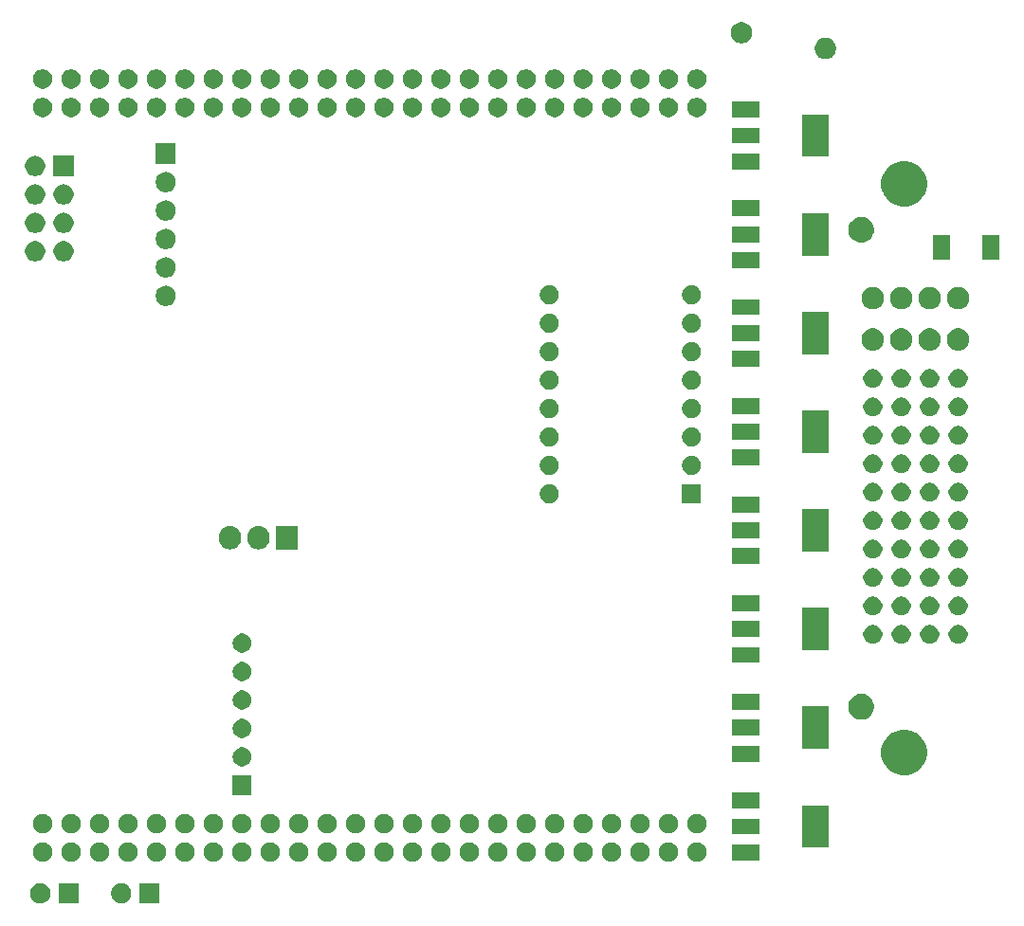
<source format=gbs>
G04 #@! TF.GenerationSoftware,KiCad,Pcbnew,5.1.5-52549c5~84~ubuntu18.04.1*
G04 #@! TF.CreationDate,2020-03-28T20:03:14+01:00*
G04 #@! TF.ProjectId,Speeduino_base,53706565-6475-4696-9e6f-5f626173652e,rev?*
G04 #@! TF.SameCoordinates,Original*
G04 #@! TF.FileFunction,Soldermask,Bot*
G04 #@! TF.FilePolarity,Negative*
%FSLAX46Y46*%
G04 Gerber Fmt 4.6, Leading zero omitted, Abs format (unit mm)*
G04 Created by KiCad (PCBNEW 5.1.5-52549c5~84~ubuntu18.04.1) date 2020-03-28 20:03:14*
%MOMM*%
%LPD*%
G04 APERTURE LIST*
%ADD10C,0.100000*%
G04 APERTURE END LIST*
D10*
G36*
X135521000Y-102374000D02*
G01*
X133719000Y-102374000D01*
X133719000Y-100572000D01*
X135521000Y-100572000D01*
X135521000Y-102374000D01*
G37*
G36*
X132193512Y-100576927D02*
G01*
X132342812Y-100606624D01*
X132506784Y-100674544D01*
X132654354Y-100773147D01*
X132779853Y-100898646D01*
X132878456Y-101046216D01*
X132946376Y-101210188D01*
X132981000Y-101384259D01*
X132981000Y-101561741D01*
X132946376Y-101735812D01*
X132878456Y-101899784D01*
X132779853Y-102047354D01*
X132654354Y-102172853D01*
X132506784Y-102271456D01*
X132342812Y-102339376D01*
X132193512Y-102369073D01*
X132168742Y-102374000D01*
X131991258Y-102374000D01*
X131966488Y-102369073D01*
X131817188Y-102339376D01*
X131653216Y-102271456D01*
X131505646Y-102172853D01*
X131380147Y-102047354D01*
X131281544Y-101899784D01*
X131213624Y-101735812D01*
X131179000Y-101561741D01*
X131179000Y-101384259D01*
X131213624Y-101210188D01*
X131281544Y-101046216D01*
X131380147Y-100898646D01*
X131505646Y-100773147D01*
X131653216Y-100674544D01*
X131817188Y-100606624D01*
X131966488Y-100576927D01*
X131991258Y-100572000D01*
X132168742Y-100572000D01*
X132193512Y-100576927D01*
G37*
G36*
X128282000Y-102374000D02*
G01*
X126480000Y-102374000D01*
X126480000Y-100572000D01*
X128282000Y-100572000D01*
X128282000Y-102374000D01*
G37*
G36*
X124954512Y-100576927D02*
G01*
X125103812Y-100606624D01*
X125267784Y-100674544D01*
X125415354Y-100773147D01*
X125540853Y-100898646D01*
X125639456Y-101046216D01*
X125707376Y-101210188D01*
X125742000Y-101384259D01*
X125742000Y-101561741D01*
X125707376Y-101735812D01*
X125639456Y-101899784D01*
X125540853Y-102047354D01*
X125415354Y-102172853D01*
X125267784Y-102271456D01*
X125103812Y-102339376D01*
X124954512Y-102369073D01*
X124929742Y-102374000D01*
X124752258Y-102374000D01*
X124727488Y-102369073D01*
X124578188Y-102339376D01*
X124414216Y-102271456D01*
X124266646Y-102172853D01*
X124141147Y-102047354D01*
X124042544Y-101899784D01*
X123974624Y-101735812D01*
X123940000Y-101561741D01*
X123940000Y-101384259D01*
X123974624Y-101210188D01*
X124042544Y-101046216D01*
X124141147Y-100898646D01*
X124266646Y-100773147D01*
X124414216Y-100674544D01*
X124578188Y-100606624D01*
X124727488Y-100576927D01*
X124752258Y-100572000D01*
X124929742Y-100572000D01*
X124954512Y-100576927D01*
G37*
G36*
X148171903Y-96939587D02*
G01*
X148329068Y-97004687D01*
X148470513Y-97099198D01*
X148590802Y-97219487D01*
X148685313Y-97360932D01*
X148750413Y-97518097D01*
X148783600Y-97684943D01*
X148783600Y-97855057D01*
X148750413Y-98021903D01*
X148685313Y-98179068D01*
X148590802Y-98320513D01*
X148470513Y-98440802D01*
X148329068Y-98535313D01*
X148171903Y-98600413D01*
X148005057Y-98633600D01*
X147834943Y-98633600D01*
X147668097Y-98600413D01*
X147510932Y-98535313D01*
X147369487Y-98440802D01*
X147249198Y-98320513D01*
X147154687Y-98179068D01*
X147089587Y-98021903D01*
X147056400Y-97855057D01*
X147056400Y-97684943D01*
X147089587Y-97518097D01*
X147154687Y-97360932D01*
X147249198Y-97219487D01*
X147369487Y-97099198D01*
X147510932Y-97004687D01*
X147668097Y-96939587D01*
X147834943Y-96906400D01*
X148005057Y-96906400D01*
X148171903Y-96939587D01*
G37*
G36*
X132931903Y-96939587D02*
G01*
X133089068Y-97004687D01*
X133230513Y-97099198D01*
X133350802Y-97219487D01*
X133445313Y-97360932D01*
X133510413Y-97518097D01*
X133543600Y-97684943D01*
X133543600Y-97855057D01*
X133510413Y-98021903D01*
X133445313Y-98179068D01*
X133350802Y-98320513D01*
X133230513Y-98440802D01*
X133089068Y-98535313D01*
X132931903Y-98600413D01*
X132765057Y-98633600D01*
X132594943Y-98633600D01*
X132428097Y-98600413D01*
X132270932Y-98535313D01*
X132129487Y-98440802D01*
X132009198Y-98320513D01*
X131914687Y-98179068D01*
X131849587Y-98021903D01*
X131816400Y-97855057D01*
X131816400Y-97684943D01*
X131849587Y-97518097D01*
X131914687Y-97360932D01*
X132009198Y-97219487D01*
X132129487Y-97099198D01*
X132270932Y-97004687D01*
X132428097Y-96939587D01*
X132594943Y-96906400D01*
X132765057Y-96906400D01*
X132931903Y-96939587D01*
G37*
G36*
X125311903Y-96939587D02*
G01*
X125469068Y-97004687D01*
X125610513Y-97099198D01*
X125730802Y-97219487D01*
X125825313Y-97360932D01*
X125890413Y-97518097D01*
X125923600Y-97684943D01*
X125923600Y-97855057D01*
X125890413Y-98021903D01*
X125825313Y-98179068D01*
X125730802Y-98320513D01*
X125610513Y-98440802D01*
X125469068Y-98535313D01*
X125311903Y-98600413D01*
X125145057Y-98633600D01*
X124974943Y-98633600D01*
X124808097Y-98600413D01*
X124650932Y-98535313D01*
X124509487Y-98440802D01*
X124389198Y-98320513D01*
X124294687Y-98179068D01*
X124229587Y-98021903D01*
X124196400Y-97855057D01*
X124196400Y-97684943D01*
X124229587Y-97518097D01*
X124294687Y-97360932D01*
X124389198Y-97219487D01*
X124509487Y-97099198D01*
X124650932Y-97004687D01*
X124808097Y-96939587D01*
X124974943Y-96906400D01*
X125145057Y-96906400D01*
X125311903Y-96939587D01*
G37*
G36*
X127851903Y-96939587D02*
G01*
X128009068Y-97004687D01*
X128150513Y-97099198D01*
X128270802Y-97219487D01*
X128365313Y-97360932D01*
X128430413Y-97518097D01*
X128463600Y-97684943D01*
X128463600Y-97855057D01*
X128430413Y-98021903D01*
X128365313Y-98179068D01*
X128270802Y-98320513D01*
X128150513Y-98440802D01*
X128009068Y-98535313D01*
X127851903Y-98600413D01*
X127685057Y-98633600D01*
X127514943Y-98633600D01*
X127348097Y-98600413D01*
X127190932Y-98535313D01*
X127049487Y-98440802D01*
X126929198Y-98320513D01*
X126834687Y-98179068D01*
X126769587Y-98021903D01*
X126736400Y-97855057D01*
X126736400Y-97684943D01*
X126769587Y-97518097D01*
X126834687Y-97360932D01*
X126929198Y-97219487D01*
X127049487Y-97099198D01*
X127190932Y-97004687D01*
X127348097Y-96939587D01*
X127514943Y-96906400D01*
X127685057Y-96906400D01*
X127851903Y-96939587D01*
G37*
G36*
X130391903Y-96939587D02*
G01*
X130549068Y-97004687D01*
X130690513Y-97099198D01*
X130810802Y-97219487D01*
X130905313Y-97360932D01*
X130970413Y-97518097D01*
X131003600Y-97684943D01*
X131003600Y-97855057D01*
X130970413Y-98021903D01*
X130905313Y-98179068D01*
X130810802Y-98320513D01*
X130690513Y-98440802D01*
X130549068Y-98535313D01*
X130391903Y-98600413D01*
X130225057Y-98633600D01*
X130054943Y-98633600D01*
X129888097Y-98600413D01*
X129730932Y-98535313D01*
X129589487Y-98440802D01*
X129469198Y-98320513D01*
X129374687Y-98179068D01*
X129309587Y-98021903D01*
X129276400Y-97855057D01*
X129276400Y-97684943D01*
X129309587Y-97518097D01*
X129374687Y-97360932D01*
X129469198Y-97219487D01*
X129589487Y-97099198D01*
X129730932Y-97004687D01*
X129888097Y-96939587D01*
X130054943Y-96906400D01*
X130225057Y-96906400D01*
X130391903Y-96939587D01*
G37*
G36*
X183731903Y-96939587D02*
G01*
X183889068Y-97004687D01*
X184030513Y-97099198D01*
X184150802Y-97219487D01*
X184245313Y-97360932D01*
X184310413Y-97518097D01*
X184343600Y-97684943D01*
X184343600Y-97855057D01*
X184310413Y-98021903D01*
X184245313Y-98179068D01*
X184150802Y-98320513D01*
X184030513Y-98440802D01*
X183889068Y-98535313D01*
X183731903Y-98600413D01*
X183565057Y-98633600D01*
X183394943Y-98633600D01*
X183228097Y-98600413D01*
X183070932Y-98535313D01*
X182929487Y-98440802D01*
X182809198Y-98320513D01*
X182714687Y-98179068D01*
X182649587Y-98021903D01*
X182616400Y-97855057D01*
X182616400Y-97684943D01*
X182649587Y-97518097D01*
X182714687Y-97360932D01*
X182809198Y-97219487D01*
X182929487Y-97099198D01*
X183070932Y-97004687D01*
X183228097Y-96939587D01*
X183394943Y-96906400D01*
X183565057Y-96906400D01*
X183731903Y-96939587D01*
G37*
G36*
X181191903Y-96939587D02*
G01*
X181349068Y-97004687D01*
X181490513Y-97099198D01*
X181610802Y-97219487D01*
X181705313Y-97360932D01*
X181770413Y-97518097D01*
X181803600Y-97684943D01*
X181803600Y-97855057D01*
X181770413Y-98021903D01*
X181705313Y-98179068D01*
X181610802Y-98320513D01*
X181490513Y-98440802D01*
X181349068Y-98535313D01*
X181191903Y-98600413D01*
X181025057Y-98633600D01*
X180854943Y-98633600D01*
X180688097Y-98600413D01*
X180530932Y-98535313D01*
X180389487Y-98440802D01*
X180269198Y-98320513D01*
X180174687Y-98179068D01*
X180109587Y-98021903D01*
X180076400Y-97855057D01*
X180076400Y-97684943D01*
X180109587Y-97518097D01*
X180174687Y-97360932D01*
X180269198Y-97219487D01*
X180389487Y-97099198D01*
X180530932Y-97004687D01*
X180688097Y-96939587D01*
X180854943Y-96906400D01*
X181025057Y-96906400D01*
X181191903Y-96939587D01*
G37*
G36*
X178651903Y-96939587D02*
G01*
X178809068Y-97004687D01*
X178950513Y-97099198D01*
X179070802Y-97219487D01*
X179165313Y-97360932D01*
X179230413Y-97518097D01*
X179263600Y-97684943D01*
X179263600Y-97855057D01*
X179230413Y-98021903D01*
X179165313Y-98179068D01*
X179070802Y-98320513D01*
X178950513Y-98440802D01*
X178809068Y-98535313D01*
X178651903Y-98600413D01*
X178485057Y-98633600D01*
X178314943Y-98633600D01*
X178148097Y-98600413D01*
X177990932Y-98535313D01*
X177849487Y-98440802D01*
X177729198Y-98320513D01*
X177634687Y-98179068D01*
X177569587Y-98021903D01*
X177536400Y-97855057D01*
X177536400Y-97684943D01*
X177569587Y-97518097D01*
X177634687Y-97360932D01*
X177729198Y-97219487D01*
X177849487Y-97099198D01*
X177990932Y-97004687D01*
X178148097Y-96939587D01*
X178314943Y-96906400D01*
X178485057Y-96906400D01*
X178651903Y-96939587D01*
G37*
G36*
X176111903Y-96939587D02*
G01*
X176269068Y-97004687D01*
X176410513Y-97099198D01*
X176530802Y-97219487D01*
X176625313Y-97360932D01*
X176690413Y-97518097D01*
X176723600Y-97684943D01*
X176723600Y-97855057D01*
X176690413Y-98021903D01*
X176625313Y-98179068D01*
X176530802Y-98320513D01*
X176410513Y-98440802D01*
X176269068Y-98535313D01*
X176111903Y-98600413D01*
X175945057Y-98633600D01*
X175774943Y-98633600D01*
X175608097Y-98600413D01*
X175450932Y-98535313D01*
X175309487Y-98440802D01*
X175189198Y-98320513D01*
X175094687Y-98179068D01*
X175029587Y-98021903D01*
X174996400Y-97855057D01*
X174996400Y-97684943D01*
X175029587Y-97518097D01*
X175094687Y-97360932D01*
X175189198Y-97219487D01*
X175309487Y-97099198D01*
X175450932Y-97004687D01*
X175608097Y-96939587D01*
X175774943Y-96906400D01*
X175945057Y-96906400D01*
X176111903Y-96939587D01*
G37*
G36*
X173571903Y-96939587D02*
G01*
X173729068Y-97004687D01*
X173870513Y-97099198D01*
X173990802Y-97219487D01*
X174085313Y-97360932D01*
X174150413Y-97518097D01*
X174183600Y-97684943D01*
X174183600Y-97855057D01*
X174150413Y-98021903D01*
X174085313Y-98179068D01*
X173990802Y-98320513D01*
X173870513Y-98440802D01*
X173729068Y-98535313D01*
X173571903Y-98600413D01*
X173405057Y-98633600D01*
X173234943Y-98633600D01*
X173068097Y-98600413D01*
X172910932Y-98535313D01*
X172769487Y-98440802D01*
X172649198Y-98320513D01*
X172554687Y-98179068D01*
X172489587Y-98021903D01*
X172456400Y-97855057D01*
X172456400Y-97684943D01*
X172489587Y-97518097D01*
X172554687Y-97360932D01*
X172649198Y-97219487D01*
X172769487Y-97099198D01*
X172910932Y-97004687D01*
X173068097Y-96939587D01*
X173234943Y-96906400D01*
X173405057Y-96906400D01*
X173571903Y-96939587D01*
G37*
G36*
X171031903Y-96939587D02*
G01*
X171189068Y-97004687D01*
X171330513Y-97099198D01*
X171450802Y-97219487D01*
X171545313Y-97360932D01*
X171610413Y-97518097D01*
X171643600Y-97684943D01*
X171643600Y-97855057D01*
X171610413Y-98021903D01*
X171545313Y-98179068D01*
X171450802Y-98320513D01*
X171330513Y-98440802D01*
X171189068Y-98535313D01*
X171031903Y-98600413D01*
X170865057Y-98633600D01*
X170694943Y-98633600D01*
X170528097Y-98600413D01*
X170370932Y-98535313D01*
X170229487Y-98440802D01*
X170109198Y-98320513D01*
X170014687Y-98179068D01*
X169949587Y-98021903D01*
X169916400Y-97855057D01*
X169916400Y-97684943D01*
X169949587Y-97518097D01*
X170014687Y-97360932D01*
X170109198Y-97219487D01*
X170229487Y-97099198D01*
X170370932Y-97004687D01*
X170528097Y-96939587D01*
X170694943Y-96906400D01*
X170865057Y-96906400D01*
X171031903Y-96939587D01*
G37*
G36*
X168491903Y-96939587D02*
G01*
X168649068Y-97004687D01*
X168790513Y-97099198D01*
X168910802Y-97219487D01*
X169005313Y-97360932D01*
X169070413Y-97518097D01*
X169103600Y-97684943D01*
X169103600Y-97855057D01*
X169070413Y-98021903D01*
X169005313Y-98179068D01*
X168910802Y-98320513D01*
X168790513Y-98440802D01*
X168649068Y-98535313D01*
X168491903Y-98600413D01*
X168325057Y-98633600D01*
X168154943Y-98633600D01*
X167988097Y-98600413D01*
X167830932Y-98535313D01*
X167689487Y-98440802D01*
X167569198Y-98320513D01*
X167474687Y-98179068D01*
X167409587Y-98021903D01*
X167376400Y-97855057D01*
X167376400Y-97684943D01*
X167409587Y-97518097D01*
X167474687Y-97360932D01*
X167569198Y-97219487D01*
X167689487Y-97099198D01*
X167830932Y-97004687D01*
X167988097Y-96939587D01*
X168154943Y-96906400D01*
X168325057Y-96906400D01*
X168491903Y-96939587D01*
G37*
G36*
X163411903Y-96939587D02*
G01*
X163569068Y-97004687D01*
X163710513Y-97099198D01*
X163830802Y-97219487D01*
X163925313Y-97360932D01*
X163990413Y-97518097D01*
X164023600Y-97684943D01*
X164023600Y-97855057D01*
X163990413Y-98021903D01*
X163925313Y-98179068D01*
X163830802Y-98320513D01*
X163710513Y-98440802D01*
X163569068Y-98535313D01*
X163411903Y-98600413D01*
X163245057Y-98633600D01*
X163074943Y-98633600D01*
X162908097Y-98600413D01*
X162750932Y-98535313D01*
X162609487Y-98440802D01*
X162489198Y-98320513D01*
X162394687Y-98179068D01*
X162329587Y-98021903D01*
X162296400Y-97855057D01*
X162296400Y-97684943D01*
X162329587Y-97518097D01*
X162394687Y-97360932D01*
X162489198Y-97219487D01*
X162609487Y-97099198D01*
X162750932Y-97004687D01*
X162908097Y-96939587D01*
X163074943Y-96906400D01*
X163245057Y-96906400D01*
X163411903Y-96939587D01*
G37*
G36*
X160871903Y-96939587D02*
G01*
X161029068Y-97004687D01*
X161170513Y-97099198D01*
X161290802Y-97219487D01*
X161385313Y-97360932D01*
X161450413Y-97518097D01*
X161483600Y-97684943D01*
X161483600Y-97855057D01*
X161450413Y-98021903D01*
X161385313Y-98179068D01*
X161290802Y-98320513D01*
X161170513Y-98440802D01*
X161029068Y-98535313D01*
X160871903Y-98600413D01*
X160705057Y-98633600D01*
X160534943Y-98633600D01*
X160368097Y-98600413D01*
X160210932Y-98535313D01*
X160069487Y-98440802D01*
X159949198Y-98320513D01*
X159854687Y-98179068D01*
X159789587Y-98021903D01*
X159756400Y-97855057D01*
X159756400Y-97684943D01*
X159789587Y-97518097D01*
X159854687Y-97360932D01*
X159949198Y-97219487D01*
X160069487Y-97099198D01*
X160210932Y-97004687D01*
X160368097Y-96939587D01*
X160534943Y-96906400D01*
X160705057Y-96906400D01*
X160871903Y-96939587D01*
G37*
G36*
X158331903Y-96939587D02*
G01*
X158489068Y-97004687D01*
X158630513Y-97099198D01*
X158750802Y-97219487D01*
X158845313Y-97360932D01*
X158910413Y-97518097D01*
X158943600Y-97684943D01*
X158943600Y-97855057D01*
X158910413Y-98021903D01*
X158845313Y-98179068D01*
X158750802Y-98320513D01*
X158630513Y-98440802D01*
X158489068Y-98535313D01*
X158331903Y-98600413D01*
X158165057Y-98633600D01*
X157994943Y-98633600D01*
X157828097Y-98600413D01*
X157670932Y-98535313D01*
X157529487Y-98440802D01*
X157409198Y-98320513D01*
X157314687Y-98179068D01*
X157249587Y-98021903D01*
X157216400Y-97855057D01*
X157216400Y-97684943D01*
X157249587Y-97518097D01*
X157314687Y-97360932D01*
X157409198Y-97219487D01*
X157529487Y-97099198D01*
X157670932Y-97004687D01*
X157828097Y-96939587D01*
X157994943Y-96906400D01*
X158165057Y-96906400D01*
X158331903Y-96939587D01*
G37*
G36*
X155791903Y-96939587D02*
G01*
X155949068Y-97004687D01*
X156090513Y-97099198D01*
X156210802Y-97219487D01*
X156305313Y-97360932D01*
X156370413Y-97518097D01*
X156403600Y-97684943D01*
X156403600Y-97855057D01*
X156370413Y-98021903D01*
X156305313Y-98179068D01*
X156210802Y-98320513D01*
X156090513Y-98440802D01*
X155949068Y-98535313D01*
X155791903Y-98600413D01*
X155625057Y-98633600D01*
X155454943Y-98633600D01*
X155288097Y-98600413D01*
X155130932Y-98535313D01*
X154989487Y-98440802D01*
X154869198Y-98320513D01*
X154774687Y-98179068D01*
X154709587Y-98021903D01*
X154676400Y-97855057D01*
X154676400Y-97684943D01*
X154709587Y-97518097D01*
X154774687Y-97360932D01*
X154869198Y-97219487D01*
X154989487Y-97099198D01*
X155130932Y-97004687D01*
X155288097Y-96939587D01*
X155454943Y-96906400D01*
X155625057Y-96906400D01*
X155791903Y-96939587D01*
G37*
G36*
X153251903Y-96939587D02*
G01*
X153409068Y-97004687D01*
X153550513Y-97099198D01*
X153670802Y-97219487D01*
X153765313Y-97360932D01*
X153830413Y-97518097D01*
X153863600Y-97684943D01*
X153863600Y-97855057D01*
X153830413Y-98021903D01*
X153765313Y-98179068D01*
X153670802Y-98320513D01*
X153550513Y-98440802D01*
X153409068Y-98535313D01*
X153251903Y-98600413D01*
X153085057Y-98633600D01*
X152914943Y-98633600D01*
X152748097Y-98600413D01*
X152590932Y-98535313D01*
X152449487Y-98440802D01*
X152329198Y-98320513D01*
X152234687Y-98179068D01*
X152169587Y-98021903D01*
X152136400Y-97855057D01*
X152136400Y-97684943D01*
X152169587Y-97518097D01*
X152234687Y-97360932D01*
X152329198Y-97219487D01*
X152449487Y-97099198D01*
X152590932Y-97004687D01*
X152748097Y-96939587D01*
X152914943Y-96906400D01*
X153085057Y-96906400D01*
X153251903Y-96939587D01*
G37*
G36*
X150711903Y-96939587D02*
G01*
X150869068Y-97004687D01*
X151010513Y-97099198D01*
X151130802Y-97219487D01*
X151225313Y-97360932D01*
X151290413Y-97518097D01*
X151323600Y-97684943D01*
X151323600Y-97855057D01*
X151290413Y-98021903D01*
X151225313Y-98179068D01*
X151130802Y-98320513D01*
X151010513Y-98440802D01*
X150869068Y-98535313D01*
X150711903Y-98600413D01*
X150545057Y-98633600D01*
X150374943Y-98633600D01*
X150208097Y-98600413D01*
X150050932Y-98535313D01*
X149909487Y-98440802D01*
X149789198Y-98320513D01*
X149694687Y-98179068D01*
X149629587Y-98021903D01*
X149596400Y-97855057D01*
X149596400Y-97684943D01*
X149629587Y-97518097D01*
X149694687Y-97360932D01*
X149789198Y-97219487D01*
X149909487Y-97099198D01*
X150050932Y-97004687D01*
X150208097Y-96939587D01*
X150374943Y-96906400D01*
X150545057Y-96906400D01*
X150711903Y-96939587D01*
G37*
G36*
X145631903Y-96939587D02*
G01*
X145789068Y-97004687D01*
X145930513Y-97099198D01*
X146050802Y-97219487D01*
X146145313Y-97360932D01*
X146210413Y-97518097D01*
X146243600Y-97684943D01*
X146243600Y-97855057D01*
X146210413Y-98021903D01*
X146145313Y-98179068D01*
X146050802Y-98320513D01*
X145930513Y-98440802D01*
X145789068Y-98535313D01*
X145631903Y-98600413D01*
X145465057Y-98633600D01*
X145294943Y-98633600D01*
X145128097Y-98600413D01*
X144970932Y-98535313D01*
X144829487Y-98440802D01*
X144709198Y-98320513D01*
X144614687Y-98179068D01*
X144549587Y-98021903D01*
X144516400Y-97855057D01*
X144516400Y-97684943D01*
X144549587Y-97518097D01*
X144614687Y-97360932D01*
X144709198Y-97219487D01*
X144829487Y-97099198D01*
X144970932Y-97004687D01*
X145128097Y-96939587D01*
X145294943Y-96906400D01*
X145465057Y-96906400D01*
X145631903Y-96939587D01*
G37*
G36*
X143091903Y-96939587D02*
G01*
X143249068Y-97004687D01*
X143390513Y-97099198D01*
X143510802Y-97219487D01*
X143605313Y-97360932D01*
X143670413Y-97518097D01*
X143703600Y-97684943D01*
X143703600Y-97855057D01*
X143670413Y-98021903D01*
X143605313Y-98179068D01*
X143510802Y-98320513D01*
X143390513Y-98440802D01*
X143249068Y-98535313D01*
X143091903Y-98600413D01*
X142925057Y-98633600D01*
X142754943Y-98633600D01*
X142588097Y-98600413D01*
X142430932Y-98535313D01*
X142289487Y-98440802D01*
X142169198Y-98320513D01*
X142074687Y-98179068D01*
X142009587Y-98021903D01*
X141976400Y-97855057D01*
X141976400Y-97684943D01*
X142009587Y-97518097D01*
X142074687Y-97360932D01*
X142169198Y-97219487D01*
X142289487Y-97099198D01*
X142430932Y-97004687D01*
X142588097Y-96939587D01*
X142754943Y-96906400D01*
X142925057Y-96906400D01*
X143091903Y-96939587D01*
G37*
G36*
X140551903Y-96939587D02*
G01*
X140709068Y-97004687D01*
X140850513Y-97099198D01*
X140970802Y-97219487D01*
X141065313Y-97360932D01*
X141130413Y-97518097D01*
X141163600Y-97684943D01*
X141163600Y-97855057D01*
X141130413Y-98021903D01*
X141065313Y-98179068D01*
X140970802Y-98320513D01*
X140850513Y-98440802D01*
X140709068Y-98535313D01*
X140551903Y-98600413D01*
X140385057Y-98633600D01*
X140214943Y-98633600D01*
X140048097Y-98600413D01*
X139890932Y-98535313D01*
X139749487Y-98440802D01*
X139629198Y-98320513D01*
X139534687Y-98179068D01*
X139469587Y-98021903D01*
X139436400Y-97855057D01*
X139436400Y-97684943D01*
X139469587Y-97518097D01*
X139534687Y-97360932D01*
X139629198Y-97219487D01*
X139749487Y-97099198D01*
X139890932Y-97004687D01*
X140048097Y-96939587D01*
X140214943Y-96906400D01*
X140385057Y-96906400D01*
X140551903Y-96939587D01*
G37*
G36*
X135471903Y-96939587D02*
G01*
X135629068Y-97004687D01*
X135770513Y-97099198D01*
X135890802Y-97219487D01*
X135985313Y-97360932D01*
X136050413Y-97518097D01*
X136083600Y-97684943D01*
X136083600Y-97855057D01*
X136050413Y-98021903D01*
X135985313Y-98179068D01*
X135890802Y-98320513D01*
X135770513Y-98440802D01*
X135629068Y-98535313D01*
X135471903Y-98600413D01*
X135305057Y-98633600D01*
X135134943Y-98633600D01*
X134968097Y-98600413D01*
X134810932Y-98535313D01*
X134669487Y-98440802D01*
X134549198Y-98320513D01*
X134454687Y-98179068D01*
X134389587Y-98021903D01*
X134356400Y-97855057D01*
X134356400Y-97684943D01*
X134389587Y-97518097D01*
X134454687Y-97360932D01*
X134549198Y-97219487D01*
X134669487Y-97099198D01*
X134810932Y-97004687D01*
X134968097Y-96939587D01*
X135134943Y-96906400D01*
X135305057Y-96906400D01*
X135471903Y-96939587D01*
G37*
G36*
X138011903Y-96939587D02*
G01*
X138169068Y-97004687D01*
X138310513Y-97099198D01*
X138430802Y-97219487D01*
X138525313Y-97360932D01*
X138590413Y-97518097D01*
X138623600Y-97684943D01*
X138623600Y-97855057D01*
X138590413Y-98021903D01*
X138525313Y-98179068D01*
X138430802Y-98320513D01*
X138310513Y-98440802D01*
X138169068Y-98535313D01*
X138011903Y-98600413D01*
X137845057Y-98633600D01*
X137674943Y-98633600D01*
X137508097Y-98600413D01*
X137350932Y-98535313D01*
X137209487Y-98440802D01*
X137089198Y-98320513D01*
X136994687Y-98179068D01*
X136929587Y-98021903D01*
X136896400Y-97855057D01*
X136896400Y-97684943D01*
X136929587Y-97518097D01*
X136994687Y-97360932D01*
X137089198Y-97219487D01*
X137209487Y-97099198D01*
X137350932Y-97004687D01*
X137508097Y-96939587D01*
X137674943Y-96906400D01*
X137845057Y-96906400D01*
X138011903Y-96939587D01*
G37*
G36*
X165951903Y-96939587D02*
G01*
X166109068Y-97004687D01*
X166250513Y-97099198D01*
X166370802Y-97219487D01*
X166465313Y-97360932D01*
X166530413Y-97518097D01*
X166563600Y-97684943D01*
X166563600Y-97855057D01*
X166530413Y-98021903D01*
X166465313Y-98179068D01*
X166370802Y-98320513D01*
X166250513Y-98440802D01*
X166109068Y-98535313D01*
X165951903Y-98600413D01*
X165785057Y-98633600D01*
X165614943Y-98633600D01*
X165448097Y-98600413D01*
X165290932Y-98535313D01*
X165149487Y-98440802D01*
X165029198Y-98320513D01*
X164934687Y-98179068D01*
X164869587Y-98021903D01*
X164836400Y-97855057D01*
X164836400Y-97684943D01*
X164869587Y-97518097D01*
X164934687Y-97360932D01*
X165029198Y-97219487D01*
X165149487Y-97099198D01*
X165290932Y-97004687D01*
X165448097Y-96939587D01*
X165614943Y-96906400D01*
X165785057Y-96906400D01*
X165951903Y-96939587D01*
G37*
G36*
X189077400Y-98526600D02*
G01*
X186639000Y-98526600D01*
X186639000Y-97104200D01*
X189077400Y-97104200D01*
X189077400Y-98526600D01*
G37*
G36*
X195257600Y-97405600D02*
G01*
X192854400Y-97405600D01*
X192854400Y-93602400D01*
X195257600Y-93602400D01*
X195257600Y-97405600D01*
G37*
G36*
X189077400Y-96215200D02*
G01*
X186639000Y-96215200D01*
X186639000Y-94792800D01*
X189077400Y-94792800D01*
X189077400Y-96215200D01*
G37*
G36*
X176111903Y-94399587D02*
G01*
X176269068Y-94464687D01*
X176410513Y-94559198D01*
X176530802Y-94679487D01*
X176625313Y-94820932D01*
X176690413Y-94978097D01*
X176723600Y-95144943D01*
X176723600Y-95315057D01*
X176690413Y-95481903D01*
X176625313Y-95639068D01*
X176530802Y-95780513D01*
X176410513Y-95900802D01*
X176269068Y-95995313D01*
X176111903Y-96060413D01*
X175945057Y-96093600D01*
X175774943Y-96093600D01*
X175608097Y-96060413D01*
X175450932Y-95995313D01*
X175309487Y-95900802D01*
X175189198Y-95780513D01*
X175094687Y-95639068D01*
X175029587Y-95481903D01*
X174996400Y-95315057D01*
X174996400Y-95144943D01*
X175029587Y-94978097D01*
X175094687Y-94820932D01*
X175189198Y-94679487D01*
X175309487Y-94559198D01*
X175450932Y-94464687D01*
X175608097Y-94399587D01*
X175774943Y-94366400D01*
X175945057Y-94366400D01*
X176111903Y-94399587D01*
G37*
G36*
X173571903Y-94399587D02*
G01*
X173729068Y-94464687D01*
X173870513Y-94559198D01*
X173990802Y-94679487D01*
X174085313Y-94820932D01*
X174150413Y-94978097D01*
X174183600Y-95144943D01*
X174183600Y-95315057D01*
X174150413Y-95481903D01*
X174085313Y-95639068D01*
X173990802Y-95780513D01*
X173870513Y-95900802D01*
X173729068Y-95995313D01*
X173571903Y-96060413D01*
X173405057Y-96093600D01*
X173234943Y-96093600D01*
X173068097Y-96060413D01*
X172910932Y-95995313D01*
X172769487Y-95900802D01*
X172649198Y-95780513D01*
X172554687Y-95639068D01*
X172489587Y-95481903D01*
X172456400Y-95315057D01*
X172456400Y-95144943D01*
X172489587Y-94978097D01*
X172554687Y-94820932D01*
X172649198Y-94679487D01*
X172769487Y-94559198D01*
X172910932Y-94464687D01*
X173068097Y-94399587D01*
X173234943Y-94366400D01*
X173405057Y-94366400D01*
X173571903Y-94399587D01*
G37*
G36*
X171031903Y-94399587D02*
G01*
X171189068Y-94464687D01*
X171330513Y-94559198D01*
X171450802Y-94679487D01*
X171545313Y-94820932D01*
X171610413Y-94978097D01*
X171643600Y-95144943D01*
X171643600Y-95315057D01*
X171610413Y-95481903D01*
X171545313Y-95639068D01*
X171450802Y-95780513D01*
X171330513Y-95900802D01*
X171189068Y-95995313D01*
X171031903Y-96060413D01*
X170865057Y-96093600D01*
X170694943Y-96093600D01*
X170528097Y-96060413D01*
X170370932Y-95995313D01*
X170229487Y-95900802D01*
X170109198Y-95780513D01*
X170014687Y-95639068D01*
X169949587Y-95481903D01*
X169916400Y-95315057D01*
X169916400Y-95144943D01*
X169949587Y-94978097D01*
X170014687Y-94820932D01*
X170109198Y-94679487D01*
X170229487Y-94559198D01*
X170370932Y-94464687D01*
X170528097Y-94399587D01*
X170694943Y-94366400D01*
X170865057Y-94366400D01*
X171031903Y-94399587D01*
G37*
G36*
X165951903Y-94399587D02*
G01*
X166109068Y-94464687D01*
X166250513Y-94559198D01*
X166370802Y-94679487D01*
X166465313Y-94820932D01*
X166530413Y-94978097D01*
X166563600Y-95144943D01*
X166563600Y-95315057D01*
X166530413Y-95481903D01*
X166465313Y-95639068D01*
X166370802Y-95780513D01*
X166250513Y-95900802D01*
X166109068Y-95995313D01*
X165951903Y-96060413D01*
X165785057Y-96093600D01*
X165614943Y-96093600D01*
X165448097Y-96060413D01*
X165290932Y-95995313D01*
X165149487Y-95900802D01*
X165029198Y-95780513D01*
X164934687Y-95639068D01*
X164869587Y-95481903D01*
X164836400Y-95315057D01*
X164836400Y-95144943D01*
X164869587Y-94978097D01*
X164934687Y-94820932D01*
X165029198Y-94679487D01*
X165149487Y-94559198D01*
X165290932Y-94464687D01*
X165448097Y-94399587D01*
X165614943Y-94366400D01*
X165785057Y-94366400D01*
X165951903Y-94399587D01*
G37*
G36*
X163411903Y-94399587D02*
G01*
X163569068Y-94464687D01*
X163710513Y-94559198D01*
X163830802Y-94679487D01*
X163925313Y-94820932D01*
X163990413Y-94978097D01*
X164023600Y-95144943D01*
X164023600Y-95315057D01*
X163990413Y-95481903D01*
X163925313Y-95639068D01*
X163830802Y-95780513D01*
X163710513Y-95900802D01*
X163569068Y-95995313D01*
X163411903Y-96060413D01*
X163245057Y-96093600D01*
X163074943Y-96093600D01*
X162908097Y-96060413D01*
X162750932Y-95995313D01*
X162609487Y-95900802D01*
X162489198Y-95780513D01*
X162394687Y-95639068D01*
X162329587Y-95481903D01*
X162296400Y-95315057D01*
X162296400Y-95144943D01*
X162329587Y-94978097D01*
X162394687Y-94820932D01*
X162489198Y-94679487D01*
X162609487Y-94559198D01*
X162750932Y-94464687D01*
X162908097Y-94399587D01*
X163074943Y-94366400D01*
X163245057Y-94366400D01*
X163411903Y-94399587D01*
G37*
G36*
X160871903Y-94399587D02*
G01*
X161029068Y-94464687D01*
X161170513Y-94559198D01*
X161290802Y-94679487D01*
X161385313Y-94820932D01*
X161450413Y-94978097D01*
X161483600Y-95144943D01*
X161483600Y-95315057D01*
X161450413Y-95481903D01*
X161385313Y-95639068D01*
X161290802Y-95780513D01*
X161170513Y-95900802D01*
X161029068Y-95995313D01*
X160871903Y-96060413D01*
X160705057Y-96093600D01*
X160534943Y-96093600D01*
X160368097Y-96060413D01*
X160210932Y-95995313D01*
X160069487Y-95900802D01*
X159949198Y-95780513D01*
X159854687Y-95639068D01*
X159789587Y-95481903D01*
X159756400Y-95315057D01*
X159756400Y-95144943D01*
X159789587Y-94978097D01*
X159854687Y-94820932D01*
X159949198Y-94679487D01*
X160069487Y-94559198D01*
X160210932Y-94464687D01*
X160368097Y-94399587D01*
X160534943Y-94366400D01*
X160705057Y-94366400D01*
X160871903Y-94399587D01*
G37*
G36*
X153251903Y-94399587D02*
G01*
X153409068Y-94464687D01*
X153550513Y-94559198D01*
X153670802Y-94679487D01*
X153765313Y-94820932D01*
X153830413Y-94978097D01*
X153863600Y-95144943D01*
X153863600Y-95315057D01*
X153830413Y-95481903D01*
X153765313Y-95639068D01*
X153670802Y-95780513D01*
X153550513Y-95900802D01*
X153409068Y-95995313D01*
X153251903Y-96060413D01*
X153085057Y-96093600D01*
X152914943Y-96093600D01*
X152748097Y-96060413D01*
X152590932Y-95995313D01*
X152449487Y-95900802D01*
X152329198Y-95780513D01*
X152234687Y-95639068D01*
X152169587Y-95481903D01*
X152136400Y-95315057D01*
X152136400Y-95144943D01*
X152169587Y-94978097D01*
X152234687Y-94820932D01*
X152329198Y-94679487D01*
X152449487Y-94559198D01*
X152590932Y-94464687D01*
X152748097Y-94399587D01*
X152914943Y-94366400D01*
X153085057Y-94366400D01*
X153251903Y-94399587D01*
G37*
G36*
X158331903Y-94399587D02*
G01*
X158489068Y-94464687D01*
X158630513Y-94559198D01*
X158750802Y-94679487D01*
X158845313Y-94820932D01*
X158910413Y-94978097D01*
X158943600Y-95144943D01*
X158943600Y-95315057D01*
X158910413Y-95481903D01*
X158845313Y-95639068D01*
X158750802Y-95780513D01*
X158630513Y-95900802D01*
X158489068Y-95995313D01*
X158331903Y-96060413D01*
X158165057Y-96093600D01*
X157994943Y-96093600D01*
X157828097Y-96060413D01*
X157670932Y-95995313D01*
X157529487Y-95900802D01*
X157409198Y-95780513D01*
X157314687Y-95639068D01*
X157249587Y-95481903D01*
X157216400Y-95315057D01*
X157216400Y-95144943D01*
X157249587Y-94978097D01*
X157314687Y-94820932D01*
X157409198Y-94679487D01*
X157529487Y-94559198D01*
X157670932Y-94464687D01*
X157828097Y-94399587D01*
X157994943Y-94366400D01*
X158165057Y-94366400D01*
X158331903Y-94399587D01*
G37*
G36*
X155791903Y-94399587D02*
G01*
X155949068Y-94464687D01*
X156090513Y-94559198D01*
X156210802Y-94679487D01*
X156305313Y-94820932D01*
X156370413Y-94978097D01*
X156403600Y-95144943D01*
X156403600Y-95315057D01*
X156370413Y-95481903D01*
X156305313Y-95639068D01*
X156210802Y-95780513D01*
X156090513Y-95900802D01*
X155949068Y-95995313D01*
X155791903Y-96060413D01*
X155625057Y-96093600D01*
X155454943Y-96093600D01*
X155288097Y-96060413D01*
X155130932Y-95995313D01*
X154989487Y-95900802D01*
X154869198Y-95780513D01*
X154774687Y-95639068D01*
X154709587Y-95481903D01*
X154676400Y-95315057D01*
X154676400Y-95144943D01*
X154709587Y-94978097D01*
X154774687Y-94820932D01*
X154869198Y-94679487D01*
X154989487Y-94559198D01*
X155130932Y-94464687D01*
X155288097Y-94399587D01*
X155454943Y-94366400D01*
X155625057Y-94366400D01*
X155791903Y-94399587D01*
G37*
G36*
X178651903Y-94399587D02*
G01*
X178809068Y-94464687D01*
X178950513Y-94559198D01*
X179070802Y-94679487D01*
X179165313Y-94820932D01*
X179230413Y-94978097D01*
X179263600Y-95144943D01*
X179263600Y-95315057D01*
X179230413Y-95481903D01*
X179165313Y-95639068D01*
X179070802Y-95780513D01*
X178950513Y-95900802D01*
X178809068Y-95995313D01*
X178651903Y-96060413D01*
X178485057Y-96093600D01*
X178314943Y-96093600D01*
X178148097Y-96060413D01*
X177990932Y-95995313D01*
X177849487Y-95900802D01*
X177729198Y-95780513D01*
X177634687Y-95639068D01*
X177569587Y-95481903D01*
X177536400Y-95315057D01*
X177536400Y-95144943D01*
X177569587Y-94978097D01*
X177634687Y-94820932D01*
X177729198Y-94679487D01*
X177849487Y-94559198D01*
X177990932Y-94464687D01*
X178148097Y-94399587D01*
X178314943Y-94366400D01*
X178485057Y-94366400D01*
X178651903Y-94399587D01*
G37*
G36*
X150711903Y-94399587D02*
G01*
X150869068Y-94464687D01*
X151010513Y-94559198D01*
X151130802Y-94679487D01*
X151225313Y-94820932D01*
X151290413Y-94978097D01*
X151323600Y-95144943D01*
X151323600Y-95315057D01*
X151290413Y-95481903D01*
X151225313Y-95639068D01*
X151130802Y-95780513D01*
X151010513Y-95900802D01*
X150869068Y-95995313D01*
X150711903Y-96060413D01*
X150545057Y-96093600D01*
X150374943Y-96093600D01*
X150208097Y-96060413D01*
X150050932Y-95995313D01*
X149909487Y-95900802D01*
X149789198Y-95780513D01*
X149694687Y-95639068D01*
X149629587Y-95481903D01*
X149596400Y-95315057D01*
X149596400Y-95144943D01*
X149629587Y-94978097D01*
X149694687Y-94820932D01*
X149789198Y-94679487D01*
X149909487Y-94559198D01*
X150050932Y-94464687D01*
X150208097Y-94399587D01*
X150374943Y-94366400D01*
X150545057Y-94366400D01*
X150711903Y-94399587D01*
G37*
G36*
X132931903Y-94399587D02*
G01*
X133089068Y-94464687D01*
X133230513Y-94559198D01*
X133350802Y-94679487D01*
X133445313Y-94820932D01*
X133510413Y-94978097D01*
X133543600Y-95144943D01*
X133543600Y-95315057D01*
X133510413Y-95481903D01*
X133445313Y-95639068D01*
X133350802Y-95780513D01*
X133230513Y-95900802D01*
X133089068Y-95995313D01*
X132931903Y-96060413D01*
X132765057Y-96093600D01*
X132594943Y-96093600D01*
X132428097Y-96060413D01*
X132270932Y-95995313D01*
X132129487Y-95900802D01*
X132009198Y-95780513D01*
X131914687Y-95639068D01*
X131849587Y-95481903D01*
X131816400Y-95315057D01*
X131816400Y-95144943D01*
X131849587Y-94978097D01*
X131914687Y-94820932D01*
X132009198Y-94679487D01*
X132129487Y-94559198D01*
X132270932Y-94464687D01*
X132428097Y-94399587D01*
X132594943Y-94366400D01*
X132765057Y-94366400D01*
X132931903Y-94399587D01*
G37*
G36*
X148171903Y-94399587D02*
G01*
X148329068Y-94464687D01*
X148470513Y-94559198D01*
X148590802Y-94679487D01*
X148685313Y-94820932D01*
X148750413Y-94978097D01*
X148783600Y-95144943D01*
X148783600Y-95315057D01*
X148750413Y-95481903D01*
X148685313Y-95639068D01*
X148590802Y-95780513D01*
X148470513Y-95900802D01*
X148329068Y-95995313D01*
X148171903Y-96060413D01*
X148005057Y-96093600D01*
X147834943Y-96093600D01*
X147668097Y-96060413D01*
X147510932Y-95995313D01*
X147369487Y-95900802D01*
X147249198Y-95780513D01*
X147154687Y-95639068D01*
X147089587Y-95481903D01*
X147056400Y-95315057D01*
X147056400Y-95144943D01*
X147089587Y-94978097D01*
X147154687Y-94820932D01*
X147249198Y-94679487D01*
X147369487Y-94559198D01*
X147510932Y-94464687D01*
X147668097Y-94399587D01*
X147834943Y-94366400D01*
X148005057Y-94366400D01*
X148171903Y-94399587D01*
G37*
G36*
X145631903Y-94399587D02*
G01*
X145789068Y-94464687D01*
X145930513Y-94559198D01*
X146050802Y-94679487D01*
X146145313Y-94820932D01*
X146210413Y-94978097D01*
X146243600Y-95144943D01*
X146243600Y-95315057D01*
X146210413Y-95481903D01*
X146145313Y-95639068D01*
X146050802Y-95780513D01*
X145930513Y-95900802D01*
X145789068Y-95995313D01*
X145631903Y-96060413D01*
X145465057Y-96093600D01*
X145294943Y-96093600D01*
X145128097Y-96060413D01*
X144970932Y-95995313D01*
X144829487Y-95900802D01*
X144709198Y-95780513D01*
X144614687Y-95639068D01*
X144549587Y-95481903D01*
X144516400Y-95315057D01*
X144516400Y-95144943D01*
X144549587Y-94978097D01*
X144614687Y-94820932D01*
X144709198Y-94679487D01*
X144829487Y-94559198D01*
X144970932Y-94464687D01*
X145128097Y-94399587D01*
X145294943Y-94366400D01*
X145465057Y-94366400D01*
X145631903Y-94399587D01*
G37*
G36*
X143091903Y-94399587D02*
G01*
X143249068Y-94464687D01*
X143390513Y-94559198D01*
X143510802Y-94679487D01*
X143605313Y-94820932D01*
X143670413Y-94978097D01*
X143703600Y-95144943D01*
X143703600Y-95315057D01*
X143670413Y-95481903D01*
X143605313Y-95639068D01*
X143510802Y-95780513D01*
X143390513Y-95900802D01*
X143249068Y-95995313D01*
X143091903Y-96060413D01*
X142925057Y-96093600D01*
X142754943Y-96093600D01*
X142588097Y-96060413D01*
X142430932Y-95995313D01*
X142289487Y-95900802D01*
X142169198Y-95780513D01*
X142074687Y-95639068D01*
X142009587Y-95481903D01*
X141976400Y-95315057D01*
X141976400Y-95144943D01*
X142009587Y-94978097D01*
X142074687Y-94820932D01*
X142169198Y-94679487D01*
X142289487Y-94559198D01*
X142430932Y-94464687D01*
X142588097Y-94399587D01*
X142754943Y-94366400D01*
X142925057Y-94366400D01*
X143091903Y-94399587D01*
G37*
G36*
X140551903Y-94399587D02*
G01*
X140709068Y-94464687D01*
X140850513Y-94559198D01*
X140970802Y-94679487D01*
X141065313Y-94820932D01*
X141130413Y-94978097D01*
X141163600Y-95144943D01*
X141163600Y-95315057D01*
X141130413Y-95481903D01*
X141065313Y-95639068D01*
X140970802Y-95780513D01*
X140850513Y-95900802D01*
X140709068Y-95995313D01*
X140551903Y-96060413D01*
X140385057Y-96093600D01*
X140214943Y-96093600D01*
X140048097Y-96060413D01*
X139890932Y-95995313D01*
X139749487Y-95900802D01*
X139629198Y-95780513D01*
X139534687Y-95639068D01*
X139469587Y-95481903D01*
X139436400Y-95315057D01*
X139436400Y-95144943D01*
X139469587Y-94978097D01*
X139534687Y-94820932D01*
X139629198Y-94679487D01*
X139749487Y-94559198D01*
X139890932Y-94464687D01*
X140048097Y-94399587D01*
X140214943Y-94366400D01*
X140385057Y-94366400D01*
X140551903Y-94399587D01*
G37*
G36*
X138011903Y-94399587D02*
G01*
X138169068Y-94464687D01*
X138310513Y-94559198D01*
X138430802Y-94679487D01*
X138525313Y-94820932D01*
X138590413Y-94978097D01*
X138623600Y-95144943D01*
X138623600Y-95315057D01*
X138590413Y-95481903D01*
X138525313Y-95639068D01*
X138430802Y-95780513D01*
X138310513Y-95900802D01*
X138169068Y-95995313D01*
X138011903Y-96060413D01*
X137845057Y-96093600D01*
X137674943Y-96093600D01*
X137508097Y-96060413D01*
X137350932Y-95995313D01*
X137209487Y-95900802D01*
X137089198Y-95780513D01*
X136994687Y-95639068D01*
X136929587Y-95481903D01*
X136896400Y-95315057D01*
X136896400Y-95144943D01*
X136929587Y-94978097D01*
X136994687Y-94820932D01*
X137089198Y-94679487D01*
X137209487Y-94559198D01*
X137350932Y-94464687D01*
X137508097Y-94399587D01*
X137674943Y-94366400D01*
X137845057Y-94366400D01*
X138011903Y-94399587D01*
G37*
G36*
X135471903Y-94399587D02*
G01*
X135629068Y-94464687D01*
X135770513Y-94559198D01*
X135890802Y-94679487D01*
X135985313Y-94820932D01*
X136050413Y-94978097D01*
X136083600Y-95144943D01*
X136083600Y-95315057D01*
X136050413Y-95481903D01*
X135985313Y-95639068D01*
X135890802Y-95780513D01*
X135770513Y-95900802D01*
X135629068Y-95995313D01*
X135471903Y-96060413D01*
X135305057Y-96093600D01*
X135134943Y-96093600D01*
X134968097Y-96060413D01*
X134810932Y-95995313D01*
X134669487Y-95900802D01*
X134549198Y-95780513D01*
X134454687Y-95639068D01*
X134389587Y-95481903D01*
X134356400Y-95315057D01*
X134356400Y-95144943D01*
X134389587Y-94978097D01*
X134454687Y-94820932D01*
X134549198Y-94679487D01*
X134669487Y-94559198D01*
X134810932Y-94464687D01*
X134968097Y-94399587D01*
X135134943Y-94366400D01*
X135305057Y-94366400D01*
X135471903Y-94399587D01*
G37*
G36*
X127851903Y-94399587D02*
G01*
X128009068Y-94464687D01*
X128150513Y-94559198D01*
X128270802Y-94679487D01*
X128365313Y-94820932D01*
X128430413Y-94978097D01*
X128463600Y-95144943D01*
X128463600Y-95315057D01*
X128430413Y-95481903D01*
X128365313Y-95639068D01*
X128270802Y-95780513D01*
X128150513Y-95900802D01*
X128009068Y-95995313D01*
X127851903Y-96060413D01*
X127685057Y-96093600D01*
X127514943Y-96093600D01*
X127348097Y-96060413D01*
X127190932Y-95995313D01*
X127049487Y-95900802D01*
X126929198Y-95780513D01*
X126834687Y-95639068D01*
X126769587Y-95481903D01*
X126736400Y-95315057D01*
X126736400Y-95144943D01*
X126769587Y-94978097D01*
X126834687Y-94820932D01*
X126929198Y-94679487D01*
X127049487Y-94559198D01*
X127190932Y-94464687D01*
X127348097Y-94399587D01*
X127514943Y-94366400D01*
X127685057Y-94366400D01*
X127851903Y-94399587D01*
G37*
G36*
X181191903Y-94399587D02*
G01*
X181349068Y-94464687D01*
X181490513Y-94559198D01*
X181610802Y-94679487D01*
X181705313Y-94820932D01*
X181770413Y-94978097D01*
X181803600Y-95144943D01*
X181803600Y-95315057D01*
X181770413Y-95481903D01*
X181705313Y-95639068D01*
X181610802Y-95780513D01*
X181490513Y-95900802D01*
X181349068Y-95995313D01*
X181191903Y-96060413D01*
X181025057Y-96093600D01*
X180854943Y-96093600D01*
X180688097Y-96060413D01*
X180530932Y-95995313D01*
X180389487Y-95900802D01*
X180269198Y-95780513D01*
X180174687Y-95639068D01*
X180109587Y-95481903D01*
X180076400Y-95315057D01*
X180076400Y-95144943D01*
X180109587Y-94978097D01*
X180174687Y-94820932D01*
X180269198Y-94679487D01*
X180389487Y-94559198D01*
X180530932Y-94464687D01*
X180688097Y-94399587D01*
X180854943Y-94366400D01*
X181025057Y-94366400D01*
X181191903Y-94399587D01*
G37*
G36*
X183731903Y-94399587D02*
G01*
X183889068Y-94464687D01*
X184030513Y-94559198D01*
X184150802Y-94679487D01*
X184245313Y-94820932D01*
X184310413Y-94978097D01*
X184343600Y-95144943D01*
X184343600Y-95315057D01*
X184310413Y-95481903D01*
X184245313Y-95639068D01*
X184150802Y-95780513D01*
X184030513Y-95900802D01*
X183889068Y-95995313D01*
X183731903Y-96060413D01*
X183565057Y-96093600D01*
X183394943Y-96093600D01*
X183228097Y-96060413D01*
X183070932Y-95995313D01*
X182929487Y-95900802D01*
X182809198Y-95780513D01*
X182714687Y-95639068D01*
X182649587Y-95481903D01*
X182616400Y-95315057D01*
X182616400Y-95144943D01*
X182649587Y-94978097D01*
X182714687Y-94820932D01*
X182809198Y-94679487D01*
X182929487Y-94559198D01*
X183070932Y-94464687D01*
X183228097Y-94399587D01*
X183394943Y-94366400D01*
X183565057Y-94366400D01*
X183731903Y-94399587D01*
G37*
G36*
X168491903Y-94399587D02*
G01*
X168649068Y-94464687D01*
X168790513Y-94559198D01*
X168910802Y-94679487D01*
X169005313Y-94820932D01*
X169070413Y-94978097D01*
X169103600Y-95144943D01*
X169103600Y-95315057D01*
X169070413Y-95481903D01*
X169005313Y-95639068D01*
X168910802Y-95780513D01*
X168790513Y-95900802D01*
X168649068Y-95995313D01*
X168491903Y-96060413D01*
X168325057Y-96093600D01*
X168154943Y-96093600D01*
X167988097Y-96060413D01*
X167830932Y-95995313D01*
X167689487Y-95900802D01*
X167569198Y-95780513D01*
X167474687Y-95639068D01*
X167409587Y-95481903D01*
X167376400Y-95315057D01*
X167376400Y-95144943D01*
X167409587Y-94978097D01*
X167474687Y-94820932D01*
X167569198Y-94679487D01*
X167689487Y-94559198D01*
X167830932Y-94464687D01*
X167988097Y-94399587D01*
X168154943Y-94366400D01*
X168325057Y-94366400D01*
X168491903Y-94399587D01*
G37*
G36*
X125311903Y-94399587D02*
G01*
X125469068Y-94464687D01*
X125610513Y-94559198D01*
X125730802Y-94679487D01*
X125825313Y-94820932D01*
X125890413Y-94978097D01*
X125923600Y-95144943D01*
X125923600Y-95315057D01*
X125890413Y-95481903D01*
X125825313Y-95639068D01*
X125730802Y-95780513D01*
X125610513Y-95900802D01*
X125469068Y-95995313D01*
X125311903Y-96060413D01*
X125145057Y-96093600D01*
X124974943Y-96093600D01*
X124808097Y-96060413D01*
X124650932Y-95995313D01*
X124509487Y-95900802D01*
X124389198Y-95780513D01*
X124294687Y-95639068D01*
X124229587Y-95481903D01*
X124196400Y-95315057D01*
X124196400Y-95144943D01*
X124229587Y-94978097D01*
X124294687Y-94820932D01*
X124389198Y-94679487D01*
X124509487Y-94559198D01*
X124650932Y-94464687D01*
X124808097Y-94399587D01*
X124974943Y-94366400D01*
X125145057Y-94366400D01*
X125311903Y-94399587D01*
G37*
G36*
X130391903Y-94399587D02*
G01*
X130549068Y-94464687D01*
X130690513Y-94559198D01*
X130810802Y-94679487D01*
X130905313Y-94820932D01*
X130970413Y-94978097D01*
X131003600Y-95144943D01*
X131003600Y-95315057D01*
X130970413Y-95481903D01*
X130905313Y-95639068D01*
X130810802Y-95780513D01*
X130690513Y-95900802D01*
X130549068Y-95995313D01*
X130391903Y-96060413D01*
X130225057Y-96093600D01*
X130054943Y-96093600D01*
X129888097Y-96060413D01*
X129730932Y-95995313D01*
X129589487Y-95900802D01*
X129469198Y-95780513D01*
X129374687Y-95639068D01*
X129309587Y-95481903D01*
X129276400Y-95315057D01*
X129276400Y-95144943D01*
X129309587Y-94978097D01*
X129374687Y-94820932D01*
X129469198Y-94679487D01*
X129589487Y-94559198D01*
X129730932Y-94464687D01*
X129888097Y-94399587D01*
X130054943Y-94366400D01*
X130225057Y-94366400D01*
X130391903Y-94399587D01*
G37*
G36*
X189077400Y-93903800D02*
G01*
X186639000Y-93903800D01*
X186639000Y-92481400D01*
X189077400Y-92481400D01*
X189077400Y-93903800D01*
G37*
G36*
X143730600Y-92676600D02*
G01*
X142019400Y-92676600D01*
X142019400Y-90965400D01*
X143730600Y-90965400D01*
X143730600Y-92676600D01*
G37*
G36*
X202598254Y-86927818D02*
G01*
X202971511Y-87082426D01*
X202971513Y-87082427D01*
X203067074Y-87146279D01*
X203307436Y-87306884D01*
X203593116Y-87592564D01*
X203817574Y-87928489D01*
X203972182Y-88301746D01*
X204051000Y-88697993D01*
X204051000Y-89102007D01*
X203972182Y-89498254D01*
X203836254Y-89826413D01*
X203817573Y-89871513D01*
X203593116Y-90207436D01*
X203307436Y-90493116D01*
X202971513Y-90717573D01*
X202971512Y-90717574D01*
X202971511Y-90717574D01*
X202598254Y-90872182D01*
X202202007Y-90951000D01*
X201797993Y-90951000D01*
X201401746Y-90872182D01*
X201028489Y-90717574D01*
X201028488Y-90717574D01*
X201028487Y-90717573D01*
X200692564Y-90493116D01*
X200406884Y-90207436D01*
X200182427Y-89871513D01*
X200163746Y-89826413D01*
X200027818Y-89498254D01*
X199949000Y-89102007D01*
X199949000Y-88697993D01*
X200027818Y-88301746D01*
X200182426Y-87928489D01*
X200406884Y-87592564D01*
X200692564Y-87306884D01*
X200932926Y-87146279D01*
X201028487Y-87082427D01*
X201028489Y-87082426D01*
X201401746Y-86927818D01*
X201797993Y-86849000D01*
X202202007Y-86849000D01*
X202598254Y-86927818D01*
G37*
G36*
X143124569Y-88458280D02*
G01*
X143280278Y-88522776D01*
X143420413Y-88616412D01*
X143539588Y-88735587D01*
X143633224Y-88875722D01*
X143697720Y-89031431D01*
X143730600Y-89196729D01*
X143730600Y-89365271D01*
X143697720Y-89530569D01*
X143633224Y-89686278D01*
X143539588Y-89826413D01*
X143420413Y-89945588D01*
X143280278Y-90039224D01*
X143124569Y-90103720D01*
X142959271Y-90136600D01*
X142790729Y-90136600D01*
X142625431Y-90103720D01*
X142469722Y-90039224D01*
X142329587Y-89945588D01*
X142210412Y-89826413D01*
X142116776Y-89686278D01*
X142052280Y-89530569D01*
X142019400Y-89365271D01*
X142019400Y-89196729D01*
X142052280Y-89031431D01*
X142116776Y-88875722D01*
X142210412Y-88735587D01*
X142329587Y-88616412D01*
X142469722Y-88522776D01*
X142625431Y-88458280D01*
X142790729Y-88425400D01*
X142959271Y-88425400D01*
X143124569Y-88458280D01*
G37*
G36*
X189077400Y-89709168D02*
G01*
X186639000Y-89709168D01*
X186639000Y-88286768D01*
X189077400Y-88286768D01*
X189077400Y-89709168D01*
G37*
G36*
X195257600Y-88588168D02*
G01*
X192854400Y-88588168D01*
X192854400Y-84784968D01*
X195257600Y-84784968D01*
X195257600Y-88588168D01*
G37*
G36*
X143124569Y-85918280D02*
G01*
X143280278Y-85982776D01*
X143420413Y-86076412D01*
X143539588Y-86195587D01*
X143633224Y-86335722D01*
X143697720Y-86491431D01*
X143730600Y-86656729D01*
X143730600Y-86825271D01*
X143697720Y-86990569D01*
X143633224Y-87146278D01*
X143539588Y-87286413D01*
X143420413Y-87405588D01*
X143280278Y-87499224D01*
X143124569Y-87563720D01*
X142959271Y-87596600D01*
X142790729Y-87596600D01*
X142625431Y-87563720D01*
X142469722Y-87499224D01*
X142329587Y-87405588D01*
X142210412Y-87286413D01*
X142116776Y-87146278D01*
X142052280Y-86990569D01*
X142019400Y-86825271D01*
X142019400Y-86656729D01*
X142052280Y-86491431D01*
X142116776Y-86335722D01*
X142210412Y-86195587D01*
X142329587Y-86076412D01*
X142469722Y-85982776D01*
X142625431Y-85918280D01*
X142790729Y-85885400D01*
X142959271Y-85885400D01*
X143124569Y-85918280D01*
G37*
G36*
X189077400Y-87397768D02*
G01*
X186639000Y-87397768D01*
X186639000Y-85975368D01*
X189077400Y-85975368D01*
X189077400Y-87397768D01*
G37*
G36*
X198374549Y-83671116D02*
G01*
X198485734Y-83693232D01*
X198695203Y-83779997D01*
X198883720Y-83905960D01*
X199044040Y-84066280D01*
X199170003Y-84254797D01*
X199256768Y-84464266D01*
X199301000Y-84686636D01*
X199301000Y-84913364D01*
X199256768Y-85135734D01*
X199170003Y-85345203D01*
X199044040Y-85533720D01*
X198883720Y-85694040D01*
X198695203Y-85820003D01*
X198485734Y-85906768D01*
X198427859Y-85918280D01*
X198263365Y-85951000D01*
X198036635Y-85951000D01*
X197872141Y-85918280D01*
X197814266Y-85906768D01*
X197604797Y-85820003D01*
X197416280Y-85694040D01*
X197255960Y-85533720D01*
X197129997Y-85345203D01*
X197043232Y-85135734D01*
X196999000Y-84913364D01*
X196999000Y-84686636D01*
X197043232Y-84464266D01*
X197129997Y-84254797D01*
X197255960Y-84066280D01*
X197416280Y-83905960D01*
X197604797Y-83779997D01*
X197814266Y-83693232D01*
X197925451Y-83671116D01*
X198036635Y-83649000D01*
X198263365Y-83649000D01*
X198374549Y-83671116D01*
G37*
G36*
X189077400Y-85086368D02*
G01*
X186639000Y-85086368D01*
X186639000Y-83663968D01*
X189077400Y-83663968D01*
X189077400Y-85086368D01*
G37*
G36*
X143124569Y-83378280D02*
G01*
X143280278Y-83442776D01*
X143420413Y-83536412D01*
X143539588Y-83655587D01*
X143633224Y-83795722D01*
X143697720Y-83951431D01*
X143730600Y-84116729D01*
X143730600Y-84285271D01*
X143697720Y-84450569D01*
X143633224Y-84606278D01*
X143539588Y-84746413D01*
X143420413Y-84865588D01*
X143280278Y-84959224D01*
X143124569Y-85023720D01*
X142959271Y-85056600D01*
X142790729Y-85056600D01*
X142625431Y-85023720D01*
X142469722Y-84959224D01*
X142329587Y-84865588D01*
X142210412Y-84746413D01*
X142116776Y-84606278D01*
X142052280Y-84450569D01*
X142019400Y-84285271D01*
X142019400Y-84116729D01*
X142052280Y-83951431D01*
X142116776Y-83795722D01*
X142210412Y-83655587D01*
X142329587Y-83536412D01*
X142469722Y-83442776D01*
X142625431Y-83378280D01*
X142790729Y-83345400D01*
X142959271Y-83345400D01*
X143124569Y-83378280D01*
G37*
G36*
X143124569Y-80838280D02*
G01*
X143280278Y-80902776D01*
X143420413Y-80996412D01*
X143539588Y-81115587D01*
X143633224Y-81255722D01*
X143697720Y-81411431D01*
X143730600Y-81576729D01*
X143730600Y-81745271D01*
X143697720Y-81910569D01*
X143633224Y-82066278D01*
X143539588Y-82206413D01*
X143420413Y-82325588D01*
X143280278Y-82419224D01*
X143124569Y-82483720D01*
X142959271Y-82516600D01*
X142790729Y-82516600D01*
X142625431Y-82483720D01*
X142469722Y-82419224D01*
X142329587Y-82325588D01*
X142210412Y-82206413D01*
X142116776Y-82066278D01*
X142052280Y-81910569D01*
X142019400Y-81745271D01*
X142019400Y-81576729D01*
X142052280Y-81411431D01*
X142116776Y-81255722D01*
X142210412Y-81115587D01*
X142329587Y-80996412D01*
X142469722Y-80902776D01*
X142625431Y-80838280D01*
X142790729Y-80805400D01*
X142959271Y-80805400D01*
X143124569Y-80838280D01*
G37*
G36*
X189077400Y-80891740D02*
G01*
X186639000Y-80891740D01*
X186639000Y-79469340D01*
X189077400Y-79469340D01*
X189077400Y-80891740D01*
G37*
G36*
X143124569Y-78298280D02*
G01*
X143280278Y-78362776D01*
X143420413Y-78456412D01*
X143539588Y-78575587D01*
X143633224Y-78715722D01*
X143697720Y-78871431D01*
X143730600Y-79036729D01*
X143730600Y-79205271D01*
X143697720Y-79370569D01*
X143633224Y-79526278D01*
X143539588Y-79666413D01*
X143420413Y-79785588D01*
X143280278Y-79879224D01*
X143124569Y-79943720D01*
X142959271Y-79976600D01*
X142790729Y-79976600D01*
X142625431Y-79943720D01*
X142469722Y-79879224D01*
X142329587Y-79785588D01*
X142210412Y-79666413D01*
X142116776Y-79526278D01*
X142052280Y-79370569D01*
X142019400Y-79205271D01*
X142019400Y-79036729D01*
X142052280Y-78871431D01*
X142116776Y-78715722D01*
X142210412Y-78575587D01*
X142329587Y-78456412D01*
X142469722Y-78362776D01*
X142625431Y-78298280D01*
X142790729Y-78265400D01*
X142959271Y-78265400D01*
X143124569Y-78298280D01*
G37*
G36*
X195257600Y-79770740D02*
G01*
X192854400Y-79770740D01*
X192854400Y-75967540D01*
X195257600Y-75967540D01*
X195257600Y-79770740D01*
G37*
G36*
X201978228Y-77531703D02*
G01*
X202133100Y-77595853D01*
X202272481Y-77688985D01*
X202391015Y-77807519D01*
X202484147Y-77946900D01*
X202548297Y-78101772D01*
X202581000Y-78266184D01*
X202581000Y-78433816D01*
X202548297Y-78598228D01*
X202484147Y-78753100D01*
X202391015Y-78892481D01*
X202272481Y-79011015D01*
X202133100Y-79104147D01*
X201978228Y-79168297D01*
X201813816Y-79201000D01*
X201646184Y-79201000D01*
X201481772Y-79168297D01*
X201326900Y-79104147D01*
X201187519Y-79011015D01*
X201068985Y-78892481D01*
X200975853Y-78753100D01*
X200911703Y-78598228D01*
X200879000Y-78433816D01*
X200879000Y-78266184D01*
X200911703Y-78101772D01*
X200975853Y-77946900D01*
X201068985Y-77807519D01*
X201187519Y-77688985D01*
X201326900Y-77595853D01*
X201481772Y-77531703D01*
X201646184Y-77499000D01*
X201813816Y-77499000D01*
X201978228Y-77531703D01*
G37*
G36*
X199438228Y-77531703D02*
G01*
X199593100Y-77595853D01*
X199732481Y-77688985D01*
X199851015Y-77807519D01*
X199944147Y-77946900D01*
X200008297Y-78101772D01*
X200041000Y-78266184D01*
X200041000Y-78433816D01*
X200008297Y-78598228D01*
X199944147Y-78753100D01*
X199851015Y-78892481D01*
X199732481Y-79011015D01*
X199593100Y-79104147D01*
X199438228Y-79168297D01*
X199273816Y-79201000D01*
X199106184Y-79201000D01*
X198941772Y-79168297D01*
X198786900Y-79104147D01*
X198647519Y-79011015D01*
X198528985Y-78892481D01*
X198435853Y-78753100D01*
X198371703Y-78598228D01*
X198339000Y-78433816D01*
X198339000Y-78266184D01*
X198371703Y-78101772D01*
X198435853Y-77946900D01*
X198528985Y-77807519D01*
X198647519Y-77688985D01*
X198786900Y-77595853D01*
X198941772Y-77531703D01*
X199106184Y-77499000D01*
X199273816Y-77499000D01*
X199438228Y-77531703D01*
G37*
G36*
X207058228Y-77531703D02*
G01*
X207213100Y-77595853D01*
X207352481Y-77688985D01*
X207471015Y-77807519D01*
X207564147Y-77946900D01*
X207628297Y-78101772D01*
X207661000Y-78266184D01*
X207661000Y-78433816D01*
X207628297Y-78598228D01*
X207564147Y-78753100D01*
X207471015Y-78892481D01*
X207352481Y-79011015D01*
X207213100Y-79104147D01*
X207058228Y-79168297D01*
X206893816Y-79201000D01*
X206726184Y-79201000D01*
X206561772Y-79168297D01*
X206406900Y-79104147D01*
X206267519Y-79011015D01*
X206148985Y-78892481D01*
X206055853Y-78753100D01*
X205991703Y-78598228D01*
X205959000Y-78433816D01*
X205959000Y-78266184D01*
X205991703Y-78101772D01*
X206055853Y-77946900D01*
X206148985Y-77807519D01*
X206267519Y-77688985D01*
X206406900Y-77595853D01*
X206561772Y-77531703D01*
X206726184Y-77499000D01*
X206893816Y-77499000D01*
X207058228Y-77531703D01*
G37*
G36*
X204518228Y-77531703D02*
G01*
X204673100Y-77595853D01*
X204812481Y-77688985D01*
X204931015Y-77807519D01*
X205024147Y-77946900D01*
X205088297Y-78101772D01*
X205121000Y-78266184D01*
X205121000Y-78433816D01*
X205088297Y-78598228D01*
X205024147Y-78753100D01*
X204931015Y-78892481D01*
X204812481Y-79011015D01*
X204673100Y-79104147D01*
X204518228Y-79168297D01*
X204353816Y-79201000D01*
X204186184Y-79201000D01*
X204021772Y-79168297D01*
X203866900Y-79104147D01*
X203727519Y-79011015D01*
X203608985Y-78892481D01*
X203515853Y-78753100D01*
X203451703Y-78598228D01*
X203419000Y-78433816D01*
X203419000Y-78266184D01*
X203451703Y-78101772D01*
X203515853Y-77946900D01*
X203608985Y-77807519D01*
X203727519Y-77688985D01*
X203866900Y-77595853D01*
X204021772Y-77531703D01*
X204186184Y-77499000D01*
X204353816Y-77499000D01*
X204518228Y-77531703D01*
G37*
G36*
X189077400Y-78580340D02*
G01*
X186639000Y-78580340D01*
X186639000Y-77157940D01*
X189077400Y-77157940D01*
X189077400Y-78580340D01*
G37*
G36*
X199438228Y-74991703D02*
G01*
X199593100Y-75055853D01*
X199732481Y-75148985D01*
X199851015Y-75267519D01*
X199944147Y-75406900D01*
X200008297Y-75561772D01*
X200041000Y-75726184D01*
X200041000Y-75893816D01*
X200008297Y-76058228D01*
X199944147Y-76213100D01*
X199851015Y-76352481D01*
X199732481Y-76471015D01*
X199593100Y-76564147D01*
X199438228Y-76628297D01*
X199273816Y-76661000D01*
X199106184Y-76661000D01*
X198941772Y-76628297D01*
X198786900Y-76564147D01*
X198647519Y-76471015D01*
X198528985Y-76352481D01*
X198435853Y-76213100D01*
X198371703Y-76058228D01*
X198339000Y-75893816D01*
X198339000Y-75726184D01*
X198371703Y-75561772D01*
X198435853Y-75406900D01*
X198528985Y-75267519D01*
X198647519Y-75148985D01*
X198786900Y-75055853D01*
X198941772Y-74991703D01*
X199106184Y-74959000D01*
X199273816Y-74959000D01*
X199438228Y-74991703D01*
G37*
G36*
X201978228Y-74991703D02*
G01*
X202133100Y-75055853D01*
X202272481Y-75148985D01*
X202391015Y-75267519D01*
X202484147Y-75406900D01*
X202548297Y-75561772D01*
X202581000Y-75726184D01*
X202581000Y-75893816D01*
X202548297Y-76058228D01*
X202484147Y-76213100D01*
X202391015Y-76352481D01*
X202272481Y-76471015D01*
X202133100Y-76564147D01*
X201978228Y-76628297D01*
X201813816Y-76661000D01*
X201646184Y-76661000D01*
X201481772Y-76628297D01*
X201326900Y-76564147D01*
X201187519Y-76471015D01*
X201068985Y-76352481D01*
X200975853Y-76213100D01*
X200911703Y-76058228D01*
X200879000Y-75893816D01*
X200879000Y-75726184D01*
X200911703Y-75561772D01*
X200975853Y-75406900D01*
X201068985Y-75267519D01*
X201187519Y-75148985D01*
X201326900Y-75055853D01*
X201481772Y-74991703D01*
X201646184Y-74959000D01*
X201813816Y-74959000D01*
X201978228Y-74991703D01*
G37*
G36*
X204518228Y-74991703D02*
G01*
X204673100Y-75055853D01*
X204812481Y-75148985D01*
X204931015Y-75267519D01*
X205024147Y-75406900D01*
X205088297Y-75561772D01*
X205121000Y-75726184D01*
X205121000Y-75893816D01*
X205088297Y-76058228D01*
X205024147Y-76213100D01*
X204931015Y-76352481D01*
X204812481Y-76471015D01*
X204673100Y-76564147D01*
X204518228Y-76628297D01*
X204353816Y-76661000D01*
X204186184Y-76661000D01*
X204021772Y-76628297D01*
X203866900Y-76564147D01*
X203727519Y-76471015D01*
X203608985Y-76352481D01*
X203515853Y-76213100D01*
X203451703Y-76058228D01*
X203419000Y-75893816D01*
X203419000Y-75726184D01*
X203451703Y-75561772D01*
X203515853Y-75406900D01*
X203608985Y-75267519D01*
X203727519Y-75148985D01*
X203866900Y-75055853D01*
X204021772Y-74991703D01*
X204186184Y-74959000D01*
X204353816Y-74959000D01*
X204518228Y-74991703D01*
G37*
G36*
X207058228Y-74991703D02*
G01*
X207213100Y-75055853D01*
X207352481Y-75148985D01*
X207471015Y-75267519D01*
X207564147Y-75406900D01*
X207628297Y-75561772D01*
X207661000Y-75726184D01*
X207661000Y-75893816D01*
X207628297Y-76058228D01*
X207564147Y-76213100D01*
X207471015Y-76352481D01*
X207352481Y-76471015D01*
X207213100Y-76564147D01*
X207058228Y-76628297D01*
X206893816Y-76661000D01*
X206726184Y-76661000D01*
X206561772Y-76628297D01*
X206406900Y-76564147D01*
X206267519Y-76471015D01*
X206148985Y-76352481D01*
X206055853Y-76213100D01*
X205991703Y-76058228D01*
X205959000Y-75893816D01*
X205959000Y-75726184D01*
X205991703Y-75561772D01*
X206055853Y-75406900D01*
X206148985Y-75267519D01*
X206267519Y-75148985D01*
X206406900Y-75055853D01*
X206561772Y-74991703D01*
X206726184Y-74959000D01*
X206893816Y-74959000D01*
X207058228Y-74991703D01*
G37*
G36*
X189077400Y-76268940D02*
G01*
X186639000Y-76268940D01*
X186639000Y-74846540D01*
X189077400Y-74846540D01*
X189077400Y-76268940D01*
G37*
G36*
X199438228Y-72451703D02*
G01*
X199593100Y-72515853D01*
X199732481Y-72608985D01*
X199851015Y-72727519D01*
X199944147Y-72866900D01*
X200008297Y-73021772D01*
X200041000Y-73186184D01*
X200041000Y-73353816D01*
X200008297Y-73518228D01*
X199944147Y-73673100D01*
X199851015Y-73812481D01*
X199732481Y-73931015D01*
X199593100Y-74024147D01*
X199438228Y-74088297D01*
X199273816Y-74121000D01*
X199106184Y-74121000D01*
X198941772Y-74088297D01*
X198786900Y-74024147D01*
X198647519Y-73931015D01*
X198528985Y-73812481D01*
X198435853Y-73673100D01*
X198371703Y-73518228D01*
X198339000Y-73353816D01*
X198339000Y-73186184D01*
X198371703Y-73021772D01*
X198435853Y-72866900D01*
X198528985Y-72727519D01*
X198647519Y-72608985D01*
X198786900Y-72515853D01*
X198941772Y-72451703D01*
X199106184Y-72419000D01*
X199273816Y-72419000D01*
X199438228Y-72451703D01*
G37*
G36*
X201978228Y-72451703D02*
G01*
X202133100Y-72515853D01*
X202272481Y-72608985D01*
X202391015Y-72727519D01*
X202484147Y-72866900D01*
X202548297Y-73021772D01*
X202581000Y-73186184D01*
X202581000Y-73353816D01*
X202548297Y-73518228D01*
X202484147Y-73673100D01*
X202391015Y-73812481D01*
X202272481Y-73931015D01*
X202133100Y-74024147D01*
X201978228Y-74088297D01*
X201813816Y-74121000D01*
X201646184Y-74121000D01*
X201481772Y-74088297D01*
X201326900Y-74024147D01*
X201187519Y-73931015D01*
X201068985Y-73812481D01*
X200975853Y-73673100D01*
X200911703Y-73518228D01*
X200879000Y-73353816D01*
X200879000Y-73186184D01*
X200911703Y-73021772D01*
X200975853Y-72866900D01*
X201068985Y-72727519D01*
X201187519Y-72608985D01*
X201326900Y-72515853D01*
X201481772Y-72451703D01*
X201646184Y-72419000D01*
X201813816Y-72419000D01*
X201978228Y-72451703D01*
G37*
G36*
X204518228Y-72451703D02*
G01*
X204673100Y-72515853D01*
X204812481Y-72608985D01*
X204931015Y-72727519D01*
X205024147Y-72866900D01*
X205088297Y-73021772D01*
X205121000Y-73186184D01*
X205121000Y-73353816D01*
X205088297Y-73518228D01*
X205024147Y-73673100D01*
X204931015Y-73812481D01*
X204812481Y-73931015D01*
X204673100Y-74024147D01*
X204518228Y-74088297D01*
X204353816Y-74121000D01*
X204186184Y-74121000D01*
X204021772Y-74088297D01*
X203866900Y-74024147D01*
X203727519Y-73931015D01*
X203608985Y-73812481D01*
X203515853Y-73673100D01*
X203451703Y-73518228D01*
X203419000Y-73353816D01*
X203419000Y-73186184D01*
X203451703Y-73021772D01*
X203515853Y-72866900D01*
X203608985Y-72727519D01*
X203727519Y-72608985D01*
X203866900Y-72515853D01*
X204021772Y-72451703D01*
X204186184Y-72419000D01*
X204353816Y-72419000D01*
X204518228Y-72451703D01*
G37*
G36*
X207058228Y-72451703D02*
G01*
X207213100Y-72515853D01*
X207352481Y-72608985D01*
X207471015Y-72727519D01*
X207564147Y-72866900D01*
X207628297Y-73021772D01*
X207661000Y-73186184D01*
X207661000Y-73353816D01*
X207628297Y-73518228D01*
X207564147Y-73673100D01*
X207471015Y-73812481D01*
X207352481Y-73931015D01*
X207213100Y-74024147D01*
X207058228Y-74088297D01*
X206893816Y-74121000D01*
X206726184Y-74121000D01*
X206561772Y-74088297D01*
X206406900Y-74024147D01*
X206267519Y-73931015D01*
X206148985Y-73812481D01*
X206055853Y-73673100D01*
X205991703Y-73518228D01*
X205959000Y-73353816D01*
X205959000Y-73186184D01*
X205991703Y-73021772D01*
X206055853Y-72866900D01*
X206148985Y-72727519D01*
X206267519Y-72608985D01*
X206406900Y-72515853D01*
X206561772Y-72451703D01*
X206726184Y-72419000D01*
X206893816Y-72419000D01*
X207058228Y-72451703D01*
G37*
G36*
X189077400Y-72074312D02*
G01*
X186639000Y-72074312D01*
X186639000Y-70651912D01*
X189077400Y-70651912D01*
X189077400Y-72074312D01*
G37*
G36*
X201978228Y-69911703D02*
G01*
X202133100Y-69975853D01*
X202272481Y-70068985D01*
X202391015Y-70187519D01*
X202484147Y-70326900D01*
X202548297Y-70481772D01*
X202581000Y-70646184D01*
X202581000Y-70813816D01*
X202548297Y-70978228D01*
X202484147Y-71133100D01*
X202391015Y-71272481D01*
X202272481Y-71391015D01*
X202133100Y-71484147D01*
X201978228Y-71548297D01*
X201813816Y-71581000D01*
X201646184Y-71581000D01*
X201481772Y-71548297D01*
X201326900Y-71484147D01*
X201187519Y-71391015D01*
X201068985Y-71272481D01*
X200975853Y-71133100D01*
X200911703Y-70978228D01*
X200879000Y-70813816D01*
X200879000Y-70646184D01*
X200911703Y-70481772D01*
X200975853Y-70326900D01*
X201068985Y-70187519D01*
X201187519Y-70068985D01*
X201326900Y-69975853D01*
X201481772Y-69911703D01*
X201646184Y-69879000D01*
X201813816Y-69879000D01*
X201978228Y-69911703D01*
G37*
G36*
X204518228Y-69911703D02*
G01*
X204673100Y-69975853D01*
X204812481Y-70068985D01*
X204931015Y-70187519D01*
X205024147Y-70326900D01*
X205088297Y-70481772D01*
X205121000Y-70646184D01*
X205121000Y-70813816D01*
X205088297Y-70978228D01*
X205024147Y-71133100D01*
X204931015Y-71272481D01*
X204812481Y-71391015D01*
X204673100Y-71484147D01*
X204518228Y-71548297D01*
X204353816Y-71581000D01*
X204186184Y-71581000D01*
X204021772Y-71548297D01*
X203866900Y-71484147D01*
X203727519Y-71391015D01*
X203608985Y-71272481D01*
X203515853Y-71133100D01*
X203451703Y-70978228D01*
X203419000Y-70813816D01*
X203419000Y-70646184D01*
X203451703Y-70481772D01*
X203515853Y-70326900D01*
X203608985Y-70187519D01*
X203727519Y-70068985D01*
X203866900Y-69975853D01*
X204021772Y-69911703D01*
X204186184Y-69879000D01*
X204353816Y-69879000D01*
X204518228Y-69911703D01*
G37*
G36*
X207058228Y-69911703D02*
G01*
X207213100Y-69975853D01*
X207352481Y-70068985D01*
X207471015Y-70187519D01*
X207564147Y-70326900D01*
X207628297Y-70481772D01*
X207661000Y-70646184D01*
X207661000Y-70813816D01*
X207628297Y-70978228D01*
X207564147Y-71133100D01*
X207471015Y-71272481D01*
X207352481Y-71391015D01*
X207213100Y-71484147D01*
X207058228Y-71548297D01*
X206893816Y-71581000D01*
X206726184Y-71581000D01*
X206561772Y-71548297D01*
X206406900Y-71484147D01*
X206267519Y-71391015D01*
X206148985Y-71272481D01*
X206055853Y-71133100D01*
X205991703Y-70978228D01*
X205959000Y-70813816D01*
X205959000Y-70646184D01*
X205991703Y-70481772D01*
X206055853Y-70326900D01*
X206148985Y-70187519D01*
X206267519Y-70068985D01*
X206406900Y-69975853D01*
X206561772Y-69911703D01*
X206726184Y-69879000D01*
X206893816Y-69879000D01*
X207058228Y-69911703D01*
G37*
G36*
X199438228Y-69911703D02*
G01*
X199593100Y-69975853D01*
X199732481Y-70068985D01*
X199851015Y-70187519D01*
X199944147Y-70326900D01*
X200008297Y-70481772D01*
X200041000Y-70646184D01*
X200041000Y-70813816D01*
X200008297Y-70978228D01*
X199944147Y-71133100D01*
X199851015Y-71272481D01*
X199732481Y-71391015D01*
X199593100Y-71484147D01*
X199438228Y-71548297D01*
X199273816Y-71581000D01*
X199106184Y-71581000D01*
X198941772Y-71548297D01*
X198786900Y-71484147D01*
X198647519Y-71391015D01*
X198528985Y-71272481D01*
X198435853Y-71133100D01*
X198371703Y-70978228D01*
X198339000Y-70813816D01*
X198339000Y-70646184D01*
X198371703Y-70481772D01*
X198435853Y-70326900D01*
X198528985Y-70187519D01*
X198647519Y-70068985D01*
X198786900Y-69975853D01*
X198941772Y-69911703D01*
X199106184Y-69879000D01*
X199273816Y-69879000D01*
X199438228Y-69911703D01*
G37*
G36*
X195257600Y-70953312D02*
G01*
X192854400Y-70953312D01*
X192854400Y-67150112D01*
X195257600Y-67150112D01*
X195257600Y-70953312D01*
G37*
G36*
X144531720Y-68663520D02*
G01*
X144720881Y-68720901D01*
X144895212Y-68814083D01*
X145048015Y-68939485D01*
X145173417Y-69092288D01*
X145217182Y-69174167D01*
X145266598Y-69266617D01*
X145266599Y-69266620D01*
X145323980Y-69455781D01*
X145338500Y-69603207D01*
X145338500Y-69796794D01*
X145323980Y-69944220D01*
X145266599Y-70133381D01*
X145173417Y-70307712D01*
X145048015Y-70460515D01*
X144895212Y-70585917D01*
X144813333Y-70629682D01*
X144720883Y-70679098D01*
X144720880Y-70679099D01*
X144531719Y-70736480D01*
X144335000Y-70755855D01*
X144138280Y-70736480D01*
X143949119Y-70679099D01*
X143774788Y-70585917D01*
X143621985Y-70460515D01*
X143496583Y-70307712D01*
X143432339Y-70187519D01*
X143403402Y-70133383D01*
X143383867Y-70068985D01*
X143346020Y-69944219D01*
X143331500Y-69796793D01*
X143331500Y-69603206D01*
X143346020Y-69455780D01*
X143403401Y-69266619D01*
X143496583Y-69092288D01*
X143621985Y-68939485D01*
X143774788Y-68814083D01*
X143949120Y-68720901D01*
X144138281Y-68663520D01*
X144335000Y-68644145D01*
X144531720Y-68663520D01*
G37*
G36*
X141991720Y-68663520D02*
G01*
X142180881Y-68720901D01*
X142355212Y-68814083D01*
X142508015Y-68939485D01*
X142633417Y-69092288D01*
X142677182Y-69174167D01*
X142726598Y-69266617D01*
X142726599Y-69266620D01*
X142783980Y-69455781D01*
X142798500Y-69603207D01*
X142798500Y-69796794D01*
X142783980Y-69944220D01*
X142726599Y-70133381D01*
X142633417Y-70307712D01*
X142508015Y-70460515D01*
X142355212Y-70585917D01*
X142273333Y-70629682D01*
X142180883Y-70679098D01*
X142180880Y-70679099D01*
X141991719Y-70736480D01*
X141795000Y-70755855D01*
X141598280Y-70736480D01*
X141409119Y-70679099D01*
X141234788Y-70585917D01*
X141081985Y-70460515D01*
X140956583Y-70307712D01*
X140892339Y-70187519D01*
X140863402Y-70133383D01*
X140843867Y-70068985D01*
X140806020Y-69944219D01*
X140791500Y-69796793D01*
X140791500Y-69603206D01*
X140806020Y-69455780D01*
X140863401Y-69266619D01*
X140956583Y-69092288D01*
X141081985Y-68939485D01*
X141234788Y-68814083D01*
X141409120Y-68720901D01*
X141598281Y-68663520D01*
X141795000Y-68644145D01*
X141991720Y-68663520D01*
G37*
G36*
X147878500Y-70751000D02*
G01*
X145871500Y-70751000D01*
X145871500Y-68649000D01*
X147878500Y-68649000D01*
X147878500Y-70751000D01*
G37*
G36*
X189077400Y-69762912D02*
G01*
X186639000Y-69762912D01*
X186639000Y-68340512D01*
X189077400Y-68340512D01*
X189077400Y-69762912D01*
G37*
G36*
X204518228Y-67371703D02*
G01*
X204673100Y-67435853D01*
X204812481Y-67528985D01*
X204931015Y-67647519D01*
X205024147Y-67786900D01*
X205088297Y-67941772D01*
X205121000Y-68106184D01*
X205121000Y-68273816D01*
X205088297Y-68438228D01*
X205024147Y-68593100D01*
X204931015Y-68732481D01*
X204812481Y-68851015D01*
X204673100Y-68944147D01*
X204518228Y-69008297D01*
X204353816Y-69041000D01*
X204186184Y-69041000D01*
X204021772Y-69008297D01*
X203866900Y-68944147D01*
X203727519Y-68851015D01*
X203608985Y-68732481D01*
X203515853Y-68593100D01*
X203451703Y-68438228D01*
X203419000Y-68273816D01*
X203419000Y-68106184D01*
X203451703Y-67941772D01*
X203515853Y-67786900D01*
X203608985Y-67647519D01*
X203727519Y-67528985D01*
X203866900Y-67435853D01*
X204021772Y-67371703D01*
X204186184Y-67339000D01*
X204353816Y-67339000D01*
X204518228Y-67371703D01*
G37*
G36*
X201978228Y-67371703D02*
G01*
X202133100Y-67435853D01*
X202272481Y-67528985D01*
X202391015Y-67647519D01*
X202484147Y-67786900D01*
X202548297Y-67941772D01*
X202581000Y-68106184D01*
X202581000Y-68273816D01*
X202548297Y-68438228D01*
X202484147Y-68593100D01*
X202391015Y-68732481D01*
X202272481Y-68851015D01*
X202133100Y-68944147D01*
X201978228Y-69008297D01*
X201813816Y-69041000D01*
X201646184Y-69041000D01*
X201481772Y-69008297D01*
X201326900Y-68944147D01*
X201187519Y-68851015D01*
X201068985Y-68732481D01*
X200975853Y-68593100D01*
X200911703Y-68438228D01*
X200879000Y-68273816D01*
X200879000Y-68106184D01*
X200911703Y-67941772D01*
X200975853Y-67786900D01*
X201068985Y-67647519D01*
X201187519Y-67528985D01*
X201326900Y-67435853D01*
X201481772Y-67371703D01*
X201646184Y-67339000D01*
X201813816Y-67339000D01*
X201978228Y-67371703D01*
G37*
G36*
X199438228Y-67371703D02*
G01*
X199593100Y-67435853D01*
X199732481Y-67528985D01*
X199851015Y-67647519D01*
X199944147Y-67786900D01*
X200008297Y-67941772D01*
X200041000Y-68106184D01*
X200041000Y-68273816D01*
X200008297Y-68438228D01*
X199944147Y-68593100D01*
X199851015Y-68732481D01*
X199732481Y-68851015D01*
X199593100Y-68944147D01*
X199438228Y-69008297D01*
X199273816Y-69041000D01*
X199106184Y-69041000D01*
X198941772Y-69008297D01*
X198786900Y-68944147D01*
X198647519Y-68851015D01*
X198528985Y-68732481D01*
X198435853Y-68593100D01*
X198371703Y-68438228D01*
X198339000Y-68273816D01*
X198339000Y-68106184D01*
X198371703Y-67941772D01*
X198435853Y-67786900D01*
X198528985Y-67647519D01*
X198647519Y-67528985D01*
X198786900Y-67435853D01*
X198941772Y-67371703D01*
X199106184Y-67339000D01*
X199273816Y-67339000D01*
X199438228Y-67371703D01*
G37*
G36*
X207058228Y-67371703D02*
G01*
X207213100Y-67435853D01*
X207352481Y-67528985D01*
X207471015Y-67647519D01*
X207564147Y-67786900D01*
X207628297Y-67941772D01*
X207661000Y-68106184D01*
X207661000Y-68273816D01*
X207628297Y-68438228D01*
X207564147Y-68593100D01*
X207471015Y-68732481D01*
X207352481Y-68851015D01*
X207213100Y-68944147D01*
X207058228Y-69008297D01*
X206893816Y-69041000D01*
X206726184Y-69041000D01*
X206561772Y-69008297D01*
X206406900Y-68944147D01*
X206267519Y-68851015D01*
X206148985Y-68732481D01*
X206055853Y-68593100D01*
X205991703Y-68438228D01*
X205959000Y-68273816D01*
X205959000Y-68106184D01*
X205991703Y-67941772D01*
X206055853Y-67786900D01*
X206148985Y-67647519D01*
X206267519Y-67528985D01*
X206406900Y-67435853D01*
X206561772Y-67371703D01*
X206726184Y-67339000D01*
X206893816Y-67339000D01*
X207058228Y-67371703D01*
G37*
G36*
X189077400Y-67451512D02*
G01*
X186639000Y-67451512D01*
X186639000Y-66029112D01*
X189077400Y-66029112D01*
X189077400Y-67451512D01*
G37*
G36*
X170555228Y-64967703D02*
G01*
X170710100Y-65031853D01*
X170849481Y-65124985D01*
X170968015Y-65243519D01*
X171061147Y-65382900D01*
X171125297Y-65537772D01*
X171158000Y-65702184D01*
X171158000Y-65869816D01*
X171125297Y-66034228D01*
X171061147Y-66189100D01*
X170968015Y-66328481D01*
X170849481Y-66447015D01*
X170710100Y-66540147D01*
X170555228Y-66604297D01*
X170390816Y-66637000D01*
X170223184Y-66637000D01*
X170058772Y-66604297D01*
X169903900Y-66540147D01*
X169764519Y-66447015D01*
X169645985Y-66328481D01*
X169552853Y-66189100D01*
X169488703Y-66034228D01*
X169456000Y-65869816D01*
X169456000Y-65702184D01*
X169488703Y-65537772D01*
X169552853Y-65382900D01*
X169645985Y-65243519D01*
X169764519Y-65124985D01*
X169903900Y-65031853D01*
X170058772Y-64967703D01*
X170223184Y-64935000D01*
X170390816Y-64935000D01*
X170555228Y-64967703D01*
G37*
G36*
X183858000Y-66637000D02*
G01*
X182156000Y-66637000D01*
X182156000Y-64935000D01*
X183858000Y-64935000D01*
X183858000Y-66637000D01*
G37*
G36*
X204518228Y-64831703D02*
G01*
X204673100Y-64895853D01*
X204812481Y-64988985D01*
X204931015Y-65107519D01*
X205024147Y-65246900D01*
X205088297Y-65401772D01*
X205121000Y-65566184D01*
X205121000Y-65733816D01*
X205088297Y-65898228D01*
X205024147Y-66053100D01*
X204931015Y-66192481D01*
X204812481Y-66311015D01*
X204673100Y-66404147D01*
X204518228Y-66468297D01*
X204353816Y-66501000D01*
X204186184Y-66501000D01*
X204021772Y-66468297D01*
X203866900Y-66404147D01*
X203727519Y-66311015D01*
X203608985Y-66192481D01*
X203515853Y-66053100D01*
X203451703Y-65898228D01*
X203419000Y-65733816D01*
X203419000Y-65566184D01*
X203451703Y-65401772D01*
X203515853Y-65246900D01*
X203608985Y-65107519D01*
X203727519Y-64988985D01*
X203866900Y-64895853D01*
X204021772Y-64831703D01*
X204186184Y-64799000D01*
X204353816Y-64799000D01*
X204518228Y-64831703D01*
G37*
G36*
X207058228Y-64831703D02*
G01*
X207213100Y-64895853D01*
X207352481Y-64988985D01*
X207471015Y-65107519D01*
X207564147Y-65246900D01*
X207628297Y-65401772D01*
X207661000Y-65566184D01*
X207661000Y-65733816D01*
X207628297Y-65898228D01*
X207564147Y-66053100D01*
X207471015Y-66192481D01*
X207352481Y-66311015D01*
X207213100Y-66404147D01*
X207058228Y-66468297D01*
X206893816Y-66501000D01*
X206726184Y-66501000D01*
X206561772Y-66468297D01*
X206406900Y-66404147D01*
X206267519Y-66311015D01*
X206148985Y-66192481D01*
X206055853Y-66053100D01*
X205991703Y-65898228D01*
X205959000Y-65733816D01*
X205959000Y-65566184D01*
X205991703Y-65401772D01*
X206055853Y-65246900D01*
X206148985Y-65107519D01*
X206267519Y-64988985D01*
X206406900Y-64895853D01*
X206561772Y-64831703D01*
X206726184Y-64799000D01*
X206893816Y-64799000D01*
X207058228Y-64831703D01*
G37*
G36*
X201978228Y-64831703D02*
G01*
X202133100Y-64895853D01*
X202272481Y-64988985D01*
X202391015Y-65107519D01*
X202484147Y-65246900D01*
X202548297Y-65401772D01*
X202581000Y-65566184D01*
X202581000Y-65733816D01*
X202548297Y-65898228D01*
X202484147Y-66053100D01*
X202391015Y-66192481D01*
X202272481Y-66311015D01*
X202133100Y-66404147D01*
X201978228Y-66468297D01*
X201813816Y-66501000D01*
X201646184Y-66501000D01*
X201481772Y-66468297D01*
X201326900Y-66404147D01*
X201187519Y-66311015D01*
X201068985Y-66192481D01*
X200975853Y-66053100D01*
X200911703Y-65898228D01*
X200879000Y-65733816D01*
X200879000Y-65566184D01*
X200911703Y-65401772D01*
X200975853Y-65246900D01*
X201068985Y-65107519D01*
X201187519Y-64988985D01*
X201326900Y-64895853D01*
X201481772Y-64831703D01*
X201646184Y-64799000D01*
X201813816Y-64799000D01*
X201978228Y-64831703D01*
G37*
G36*
X199438228Y-64831703D02*
G01*
X199593100Y-64895853D01*
X199732481Y-64988985D01*
X199851015Y-65107519D01*
X199944147Y-65246900D01*
X200008297Y-65401772D01*
X200041000Y-65566184D01*
X200041000Y-65733816D01*
X200008297Y-65898228D01*
X199944147Y-66053100D01*
X199851015Y-66192481D01*
X199732481Y-66311015D01*
X199593100Y-66404147D01*
X199438228Y-66468297D01*
X199273816Y-66501000D01*
X199106184Y-66501000D01*
X198941772Y-66468297D01*
X198786900Y-66404147D01*
X198647519Y-66311015D01*
X198528985Y-66192481D01*
X198435853Y-66053100D01*
X198371703Y-65898228D01*
X198339000Y-65733816D01*
X198339000Y-65566184D01*
X198371703Y-65401772D01*
X198435853Y-65246900D01*
X198528985Y-65107519D01*
X198647519Y-64988985D01*
X198786900Y-64895853D01*
X198941772Y-64831703D01*
X199106184Y-64799000D01*
X199273816Y-64799000D01*
X199438228Y-64831703D01*
G37*
G36*
X183255228Y-62427703D02*
G01*
X183410100Y-62491853D01*
X183549481Y-62584985D01*
X183668015Y-62703519D01*
X183761147Y-62842900D01*
X183825297Y-62997772D01*
X183858000Y-63162184D01*
X183858000Y-63329816D01*
X183825297Y-63494228D01*
X183761147Y-63649100D01*
X183668015Y-63788481D01*
X183549481Y-63907015D01*
X183410100Y-64000147D01*
X183255228Y-64064297D01*
X183090816Y-64097000D01*
X182923184Y-64097000D01*
X182758772Y-64064297D01*
X182603900Y-64000147D01*
X182464519Y-63907015D01*
X182345985Y-63788481D01*
X182252853Y-63649100D01*
X182188703Y-63494228D01*
X182156000Y-63329816D01*
X182156000Y-63162184D01*
X182188703Y-62997772D01*
X182252853Y-62842900D01*
X182345985Y-62703519D01*
X182464519Y-62584985D01*
X182603900Y-62491853D01*
X182758772Y-62427703D01*
X182923184Y-62395000D01*
X183090816Y-62395000D01*
X183255228Y-62427703D01*
G37*
G36*
X170555228Y-62427703D02*
G01*
X170710100Y-62491853D01*
X170849481Y-62584985D01*
X170968015Y-62703519D01*
X171061147Y-62842900D01*
X171125297Y-62997772D01*
X171158000Y-63162184D01*
X171158000Y-63329816D01*
X171125297Y-63494228D01*
X171061147Y-63649100D01*
X170968015Y-63788481D01*
X170849481Y-63907015D01*
X170710100Y-64000147D01*
X170555228Y-64064297D01*
X170390816Y-64097000D01*
X170223184Y-64097000D01*
X170058772Y-64064297D01*
X169903900Y-64000147D01*
X169764519Y-63907015D01*
X169645985Y-63788481D01*
X169552853Y-63649100D01*
X169488703Y-63494228D01*
X169456000Y-63329816D01*
X169456000Y-63162184D01*
X169488703Y-62997772D01*
X169552853Y-62842900D01*
X169645985Y-62703519D01*
X169764519Y-62584985D01*
X169903900Y-62491853D01*
X170058772Y-62427703D01*
X170223184Y-62395000D01*
X170390816Y-62395000D01*
X170555228Y-62427703D01*
G37*
G36*
X207058228Y-62291703D02*
G01*
X207213100Y-62355853D01*
X207352481Y-62448985D01*
X207471015Y-62567519D01*
X207564147Y-62706900D01*
X207628297Y-62861772D01*
X207661000Y-63026184D01*
X207661000Y-63193816D01*
X207628297Y-63358228D01*
X207564147Y-63513100D01*
X207471015Y-63652481D01*
X207352481Y-63771015D01*
X207213100Y-63864147D01*
X207058228Y-63928297D01*
X206893816Y-63961000D01*
X206726184Y-63961000D01*
X206561772Y-63928297D01*
X206406900Y-63864147D01*
X206267519Y-63771015D01*
X206148985Y-63652481D01*
X206055853Y-63513100D01*
X205991703Y-63358228D01*
X205959000Y-63193816D01*
X205959000Y-63026184D01*
X205991703Y-62861772D01*
X206055853Y-62706900D01*
X206148985Y-62567519D01*
X206267519Y-62448985D01*
X206406900Y-62355853D01*
X206561772Y-62291703D01*
X206726184Y-62259000D01*
X206893816Y-62259000D01*
X207058228Y-62291703D01*
G37*
G36*
X204518228Y-62291703D02*
G01*
X204673100Y-62355853D01*
X204812481Y-62448985D01*
X204931015Y-62567519D01*
X205024147Y-62706900D01*
X205088297Y-62861772D01*
X205121000Y-63026184D01*
X205121000Y-63193816D01*
X205088297Y-63358228D01*
X205024147Y-63513100D01*
X204931015Y-63652481D01*
X204812481Y-63771015D01*
X204673100Y-63864147D01*
X204518228Y-63928297D01*
X204353816Y-63961000D01*
X204186184Y-63961000D01*
X204021772Y-63928297D01*
X203866900Y-63864147D01*
X203727519Y-63771015D01*
X203608985Y-63652481D01*
X203515853Y-63513100D01*
X203451703Y-63358228D01*
X203419000Y-63193816D01*
X203419000Y-63026184D01*
X203451703Y-62861772D01*
X203515853Y-62706900D01*
X203608985Y-62567519D01*
X203727519Y-62448985D01*
X203866900Y-62355853D01*
X204021772Y-62291703D01*
X204186184Y-62259000D01*
X204353816Y-62259000D01*
X204518228Y-62291703D01*
G37*
G36*
X201978228Y-62291703D02*
G01*
X202133100Y-62355853D01*
X202272481Y-62448985D01*
X202391015Y-62567519D01*
X202484147Y-62706900D01*
X202548297Y-62861772D01*
X202581000Y-63026184D01*
X202581000Y-63193816D01*
X202548297Y-63358228D01*
X202484147Y-63513100D01*
X202391015Y-63652481D01*
X202272481Y-63771015D01*
X202133100Y-63864147D01*
X201978228Y-63928297D01*
X201813816Y-63961000D01*
X201646184Y-63961000D01*
X201481772Y-63928297D01*
X201326900Y-63864147D01*
X201187519Y-63771015D01*
X201068985Y-63652481D01*
X200975853Y-63513100D01*
X200911703Y-63358228D01*
X200879000Y-63193816D01*
X200879000Y-63026184D01*
X200911703Y-62861772D01*
X200975853Y-62706900D01*
X201068985Y-62567519D01*
X201187519Y-62448985D01*
X201326900Y-62355853D01*
X201481772Y-62291703D01*
X201646184Y-62259000D01*
X201813816Y-62259000D01*
X201978228Y-62291703D01*
G37*
G36*
X199438228Y-62291703D02*
G01*
X199593100Y-62355853D01*
X199732481Y-62448985D01*
X199851015Y-62567519D01*
X199944147Y-62706900D01*
X200008297Y-62861772D01*
X200041000Y-63026184D01*
X200041000Y-63193816D01*
X200008297Y-63358228D01*
X199944147Y-63513100D01*
X199851015Y-63652481D01*
X199732481Y-63771015D01*
X199593100Y-63864147D01*
X199438228Y-63928297D01*
X199273816Y-63961000D01*
X199106184Y-63961000D01*
X198941772Y-63928297D01*
X198786900Y-63864147D01*
X198647519Y-63771015D01*
X198528985Y-63652481D01*
X198435853Y-63513100D01*
X198371703Y-63358228D01*
X198339000Y-63193816D01*
X198339000Y-63026184D01*
X198371703Y-62861772D01*
X198435853Y-62706900D01*
X198528985Y-62567519D01*
X198647519Y-62448985D01*
X198786900Y-62355853D01*
X198941772Y-62291703D01*
X199106184Y-62259000D01*
X199273816Y-62259000D01*
X199438228Y-62291703D01*
G37*
G36*
X189077400Y-63256884D02*
G01*
X186639000Y-63256884D01*
X186639000Y-61834484D01*
X189077400Y-61834484D01*
X189077400Y-63256884D01*
G37*
G36*
X195257600Y-62135884D02*
G01*
X192854400Y-62135884D01*
X192854400Y-58332684D01*
X195257600Y-58332684D01*
X195257600Y-62135884D01*
G37*
G36*
X170555228Y-59887703D02*
G01*
X170710100Y-59951853D01*
X170849481Y-60044985D01*
X170968015Y-60163519D01*
X171061147Y-60302900D01*
X171125297Y-60457772D01*
X171158000Y-60622184D01*
X171158000Y-60789816D01*
X171125297Y-60954228D01*
X171061147Y-61109100D01*
X170968015Y-61248481D01*
X170849481Y-61367015D01*
X170710100Y-61460147D01*
X170555228Y-61524297D01*
X170390816Y-61557000D01*
X170223184Y-61557000D01*
X170058772Y-61524297D01*
X169903900Y-61460147D01*
X169764519Y-61367015D01*
X169645985Y-61248481D01*
X169552853Y-61109100D01*
X169488703Y-60954228D01*
X169456000Y-60789816D01*
X169456000Y-60622184D01*
X169488703Y-60457772D01*
X169552853Y-60302900D01*
X169645985Y-60163519D01*
X169764519Y-60044985D01*
X169903900Y-59951853D01*
X170058772Y-59887703D01*
X170223184Y-59855000D01*
X170390816Y-59855000D01*
X170555228Y-59887703D01*
G37*
G36*
X183255228Y-59887703D02*
G01*
X183410100Y-59951853D01*
X183549481Y-60044985D01*
X183668015Y-60163519D01*
X183761147Y-60302900D01*
X183825297Y-60457772D01*
X183858000Y-60622184D01*
X183858000Y-60789816D01*
X183825297Y-60954228D01*
X183761147Y-61109100D01*
X183668015Y-61248481D01*
X183549481Y-61367015D01*
X183410100Y-61460147D01*
X183255228Y-61524297D01*
X183090816Y-61557000D01*
X182923184Y-61557000D01*
X182758772Y-61524297D01*
X182603900Y-61460147D01*
X182464519Y-61367015D01*
X182345985Y-61248481D01*
X182252853Y-61109100D01*
X182188703Y-60954228D01*
X182156000Y-60789816D01*
X182156000Y-60622184D01*
X182188703Y-60457772D01*
X182252853Y-60302900D01*
X182345985Y-60163519D01*
X182464519Y-60044985D01*
X182603900Y-59951853D01*
X182758772Y-59887703D01*
X182923184Y-59855000D01*
X183090816Y-59855000D01*
X183255228Y-59887703D01*
G37*
G36*
X201978228Y-59751703D02*
G01*
X202133100Y-59815853D01*
X202272481Y-59908985D01*
X202391015Y-60027519D01*
X202484147Y-60166900D01*
X202548297Y-60321772D01*
X202581000Y-60486184D01*
X202581000Y-60653816D01*
X202548297Y-60818228D01*
X202484147Y-60973100D01*
X202391015Y-61112481D01*
X202272481Y-61231015D01*
X202133100Y-61324147D01*
X201978228Y-61388297D01*
X201813816Y-61421000D01*
X201646184Y-61421000D01*
X201481772Y-61388297D01*
X201326900Y-61324147D01*
X201187519Y-61231015D01*
X201068985Y-61112481D01*
X200975853Y-60973100D01*
X200911703Y-60818228D01*
X200879000Y-60653816D01*
X200879000Y-60486184D01*
X200911703Y-60321772D01*
X200975853Y-60166900D01*
X201068985Y-60027519D01*
X201187519Y-59908985D01*
X201326900Y-59815853D01*
X201481772Y-59751703D01*
X201646184Y-59719000D01*
X201813816Y-59719000D01*
X201978228Y-59751703D01*
G37*
G36*
X207058228Y-59751703D02*
G01*
X207213100Y-59815853D01*
X207352481Y-59908985D01*
X207471015Y-60027519D01*
X207564147Y-60166900D01*
X207628297Y-60321772D01*
X207661000Y-60486184D01*
X207661000Y-60653816D01*
X207628297Y-60818228D01*
X207564147Y-60973100D01*
X207471015Y-61112481D01*
X207352481Y-61231015D01*
X207213100Y-61324147D01*
X207058228Y-61388297D01*
X206893816Y-61421000D01*
X206726184Y-61421000D01*
X206561772Y-61388297D01*
X206406900Y-61324147D01*
X206267519Y-61231015D01*
X206148985Y-61112481D01*
X206055853Y-60973100D01*
X205991703Y-60818228D01*
X205959000Y-60653816D01*
X205959000Y-60486184D01*
X205991703Y-60321772D01*
X206055853Y-60166900D01*
X206148985Y-60027519D01*
X206267519Y-59908985D01*
X206406900Y-59815853D01*
X206561772Y-59751703D01*
X206726184Y-59719000D01*
X206893816Y-59719000D01*
X207058228Y-59751703D01*
G37*
G36*
X199438228Y-59751703D02*
G01*
X199593100Y-59815853D01*
X199732481Y-59908985D01*
X199851015Y-60027519D01*
X199944147Y-60166900D01*
X200008297Y-60321772D01*
X200041000Y-60486184D01*
X200041000Y-60653816D01*
X200008297Y-60818228D01*
X199944147Y-60973100D01*
X199851015Y-61112481D01*
X199732481Y-61231015D01*
X199593100Y-61324147D01*
X199438228Y-61388297D01*
X199273816Y-61421000D01*
X199106184Y-61421000D01*
X198941772Y-61388297D01*
X198786900Y-61324147D01*
X198647519Y-61231015D01*
X198528985Y-61112481D01*
X198435853Y-60973100D01*
X198371703Y-60818228D01*
X198339000Y-60653816D01*
X198339000Y-60486184D01*
X198371703Y-60321772D01*
X198435853Y-60166900D01*
X198528985Y-60027519D01*
X198647519Y-59908985D01*
X198786900Y-59815853D01*
X198941772Y-59751703D01*
X199106184Y-59719000D01*
X199273816Y-59719000D01*
X199438228Y-59751703D01*
G37*
G36*
X204518228Y-59751703D02*
G01*
X204673100Y-59815853D01*
X204812481Y-59908985D01*
X204931015Y-60027519D01*
X205024147Y-60166900D01*
X205088297Y-60321772D01*
X205121000Y-60486184D01*
X205121000Y-60653816D01*
X205088297Y-60818228D01*
X205024147Y-60973100D01*
X204931015Y-61112481D01*
X204812481Y-61231015D01*
X204673100Y-61324147D01*
X204518228Y-61388297D01*
X204353816Y-61421000D01*
X204186184Y-61421000D01*
X204021772Y-61388297D01*
X203866900Y-61324147D01*
X203727519Y-61231015D01*
X203608985Y-61112481D01*
X203515853Y-60973100D01*
X203451703Y-60818228D01*
X203419000Y-60653816D01*
X203419000Y-60486184D01*
X203451703Y-60321772D01*
X203515853Y-60166900D01*
X203608985Y-60027519D01*
X203727519Y-59908985D01*
X203866900Y-59815853D01*
X204021772Y-59751703D01*
X204186184Y-59719000D01*
X204353816Y-59719000D01*
X204518228Y-59751703D01*
G37*
G36*
X189077400Y-60945484D02*
G01*
X186639000Y-60945484D01*
X186639000Y-59523084D01*
X189077400Y-59523084D01*
X189077400Y-60945484D01*
G37*
G36*
X183255228Y-57347703D02*
G01*
X183410100Y-57411853D01*
X183549481Y-57504985D01*
X183668015Y-57623519D01*
X183761147Y-57762900D01*
X183825297Y-57917772D01*
X183858000Y-58082184D01*
X183858000Y-58249816D01*
X183825297Y-58414228D01*
X183761147Y-58569100D01*
X183668015Y-58708481D01*
X183549481Y-58827015D01*
X183410100Y-58920147D01*
X183255228Y-58984297D01*
X183090816Y-59017000D01*
X182923184Y-59017000D01*
X182758772Y-58984297D01*
X182603900Y-58920147D01*
X182464519Y-58827015D01*
X182345985Y-58708481D01*
X182252853Y-58569100D01*
X182188703Y-58414228D01*
X182156000Y-58249816D01*
X182156000Y-58082184D01*
X182188703Y-57917772D01*
X182252853Y-57762900D01*
X182345985Y-57623519D01*
X182464519Y-57504985D01*
X182603900Y-57411853D01*
X182758772Y-57347703D01*
X182923184Y-57315000D01*
X183090816Y-57315000D01*
X183255228Y-57347703D01*
G37*
G36*
X170555228Y-57347703D02*
G01*
X170710100Y-57411853D01*
X170849481Y-57504985D01*
X170968015Y-57623519D01*
X171061147Y-57762900D01*
X171125297Y-57917772D01*
X171158000Y-58082184D01*
X171158000Y-58249816D01*
X171125297Y-58414228D01*
X171061147Y-58569100D01*
X170968015Y-58708481D01*
X170849481Y-58827015D01*
X170710100Y-58920147D01*
X170555228Y-58984297D01*
X170390816Y-59017000D01*
X170223184Y-59017000D01*
X170058772Y-58984297D01*
X169903900Y-58920147D01*
X169764519Y-58827015D01*
X169645985Y-58708481D01*
X169552853Y-58569100D01*
X169488703Y-58414228D01*
X169456000Y-58249816D01*
X169456000Y-58082184D01*
X169488703Y-57917772D01*
X169552853Y-57762900D01*
X169645985Y-57623519D01*
X169764519Y-57504985D01*
X169903900Y-57411853D01*
X170058772Y-57347703D01*
X170223184Y-57315000D01*
X170390816Y-57315000D01*
X170555228Y-57347703D01*
G37*
G36*
X199438228Y-57211703D02*
G01*
X199593100Y-57275853D01*
X199732481Y-57368985D01*
X199851015Y-57487519D01*
X199944147Y-57626900D01*
X200008297Y-57781772D01*
X200041000Y-57946184D01*
X200041000Y-58113816D01*
X200008297Y-58278228D01*
X199944147Y-58433100D01*
X199851015Y-58572481D01*
X199732481Y-58691015D01*
X199593100Y-58784147D01*
X199438228Y-58848297D01*
X199273816Y-58881000D01*
X199106184Y-58881000D01*
X198941772Y-58848297D01*
X198786900Y-58784147D01*
X198647519Y-58691015D01*
X198528985Y-58572481D01*
X198435853Y-58433100D01*
X198371703Y-58278228D01*
X198339000Y-58113816D01*
X198339000Y-57946184D01*
X198371703Y-57781772D01*
X198435853Y-57626900D01*
X198528985Y-57487519D01*
X198647519Y-57368985D01*
X198786900Y-57275853D01*
X198941772Y-57211703D01*
X199106184Y-57179000D01*
X199273816Y-57179000D01*
X199438228Y-57211703D01*
G37*
G36*
X201978228Y-57211703D02*
G01*
X202133100Y-57275853D01*
X202272481Y-57368985D01*
X202391015Y-57487519D01*
X202484147Y-57626900D01*
X202548297Y-57781772D01*
X202581000Y-57946184D01*
X202581000Y-58113816D01*
X202548297Y-58278228D01*
X202484147Y-58433100D01*
X202391015Y-58572481D01*
X202272481Y-58691015D01*
X202133100Y-58784147D01*
X201978228Y-58848297D01*
X201813816Y-58881000D01*
X201646184Y-58881000D01*
X201481772Y-58848297D01*
X201326900Y-58784147D01*
X201187519Y-58691015D01*
X201068985Y-58572481D01*
X200975853Y-58433100D01*
X200911703Y-58278228D01*
X200879000Y-58113816D01*
X200879000Y-57946184D01*
X200911703Y-57781772D01*
X200975853Y-57626900D01*
X201068985Y-57487519D01*
X201187519Y-57368985D01*
X201326900Y-57275853D01*
X201481772Y-57211703D01*
X201646184Y-57179000D01*
X201813816Y-57179000D01*
X201978228Y-57211703D01*
G37*
G36*
X204518228Y-57211703D02*
G01*
X204673100Y-57275853D01*
X204812481Y-57368985D01*
X204931015Y-57487519D01*
X205024147Y-57626900D01*
X205088297Y-57781772D01*
X205121000Y-57946184D01*
X205121000Y-58113816D01*
X205088297Y-58278228D01*
X205024147Y-58433100D01*
X204931015Y-58572481D01*
X204812481Y-58691015D01*
X204673100Y-58784147D01*
X204518228Y-58848297D01*
X204353816Y-58881000D01*
X204186184Y-58881000D01*
X204021772Y-58848297D01*
X203866900Y-58784147D01*
X203727519Y-58691015D01*
X203608985Y-58572481D01*
X203515853Y-58433100D01*
X203451703Y-58278228D01*
X203419000Y-58113816D01*
X203419000Y-57946184D01*
X203451703Y-57781772D01*
X203515853Y-57626900D01*
X203608985Y-57487519D01*
X203727519Y-57368985D01*
X203866900Y-57275853D01*
X204021772Y-57211703D01*
X204186184Y-57179000D01*
X204353816Y-57179000D01*
X204518228Y-57211703D01*
G37*
G36*
X207058228Y-57211703D02*
G01*
X207213100Y-57275853D01*
X207352481Y-57368985D01*
X207471015Y-57487519D01*
X207564147Y-57626900D01*
X207628297Y-57781772D01*
X207661000Y-57946184D01*
X207661000Y-58113816D01*
X207628297Y-58278228D01*
X207564147Y-58433100D01*
X207471015Y-58572481D01*
X207352481Y-58691015D01*
X207213100Y-58784147D01*
X207058228Y-58848297D01*
X206893816Y-58881000D01*
X206726184Y-58881000D01*
X206561772Y-58848297D01*
X206406900Y-58784147D01*
X206267519Y-58691015D01*
X206148985Y-58572481D01*
X206055853Y-58433100D01*
X205991703Y-58278228D01*
X205959000Y-58113816D01*
X205959000Y-57946184D01*
X205991703Y-57781772D01*
X206055853Y-57626900D01*
X206148985Y-57487519D01*
X206267519Y-57368985D01*
X206406900Y-57275853D01*
X206561772Y-57211703D01*
X206726184Y-57179000D01*
X206893816Y-57179000D01*
X207058228Y-57211703D01*
G37*
G36*
X189077400Y-58634084D02*
G01*
X186639000Y-58634084D01*
X186639000Y-57211684D01*
X189077400Y-57211684D01*
X189077400Y-58634084D01*
G37*
G36*
X170555228Y-54807703D02*
G01*
X170710100Y-54871853D01*
X170849481Y-54964985D01*
X170968015Y-55083519D01*
X171061147Y-55222900D01*
X171125297Y-55377772D01*
X171158000Y-55542184D01*
X171158000Y-55709816D01*
X171125297Y-55874228D01*
X171061147Y-56029100D01*
X170968015Y-56168481D01*
X170849481Y-56287015D01*
X170710100Y-56380147D01*
X170555228Y-56444297D01*
X170390816Y-56477000D01*
X170223184Y-56477000D01*
X170058772Y-56444297D01*
X169903900Y-56380147D01*
X169764519Y-56287015D01*
X169645985Y-56168481D01*
X169552853Y-56029100D01*
X169488703Y-55874228D01*
X169456000Y-55709816D01*
X169456000Y-55542184D01*
X169488703Y-55377772D01*
X169552853Y-55222900D01*
X169645985Y-55083519D01*
X169764519Y-54964985D01*
X169903900Y-54871853D01*
X170058772Y-54807703D01*
X170223184Y-54775000D01*
X170390816Y-54775000D01*
X170555228Y-54807703D01*
G37*
G36*
X183255228Y-54807703D02*
G01*
X183410100Y-54871853D01*
X183549481Y-54964985D01*
X183668015Y-55083519D01*
X183761147Y-55222900D01*
X183825297Y-55377772D01*
X183858000Y-55542184D01*
X183858000Y-55709816D01*
X183825297Y-55874228D01*
X183761147Y-56029100D01*
X183668015Y-56168481D01*
X183549481Y-56287015D01*
X183410100Y-56380147D01*
X183255228Y-56444297D01*
X183090816Y-56477000D01*
X182923184Y-56477000D01*
X182758772Y-56444297D01*
X182603900Y-56380147D01*
X182464519Y-56287015D01*
X182345985Y-56168481D01*
X182252853Y-56029100D01*
X182188703Y-55874228D01*
X182156000Y-55709816D01*
X182156000Y-55542184D01*
X182188703Y-55377772D01*
X182252853Y-55222900D01*
X182345985Y-55083519D01*
X182464519Y-54964985D01*
X182603900Y-54871853D01*
X182758772Y-54807703D01*
X182923184Y-54775000D01*
X183090816Y-54775000D01*
X183255228Y-54807703D01*
G37*
G36*
X201978228Y-54671703D02*
G01*
X202133100Y-54735853D01*
X202272481Y-54828985D01*
X202391015Y-54947519D01*
X202484147Y-55086900D01*
X202548297Y-55241772D01*
X202581000Y-55406184D01*
X202581000Y-55573816D01*
X202548297Y-55738228D01*
X202484147Y-55893100D01*
X202391015Y-56032481D01*
X202272481Y-56151015D01*
X202133100Y-56244147D01*
X201978228Y-56308297D01*
X201813816Y-56341000D01*
X201646184Y-56341000D01*
X201481772Y-56308297D01*
X201326900Y-56244147D01*
X201187519Y-56151015D01*
X201068985Y-56032481D01*
X200975853Y-55893100D01*
X200911703Y-55738228D01*
X200879000Y-55573816D01*
X200879000Y-55406184D01*
X200911703Y-55241772D01*
X200975853Y-55086900D01*
X201068985Y-54947519D01*
X201187519Y-54828985D01*
X201326900Y-54735853D01*
X201481772Y-54671703D01*
X201646184Y-54639000D01*
X201813816Y-54639000D01*
X201978228Y-54671703D01*
G37*
G36*
X204518228Y-54671703D02*
G01*
X204673100Y-54735853D01*
X204812481Y-54828985D01*
X204931015Y-54947519D01*
X205024147Y-55086900D01*
X205088297Y-55241772D01*
X205121000Y-55406184D01*
X205121000Y-55573816D01*
X205088297Y-55738228D01*
X205024147Y-55893100D01*
X204931015Y-56032481D01*
X204812481Y-56151015D01*
X204673100Y-56244147D01*
X204518228Y-56308297D01*
X204353816Y-56341000D01*
X204186184Y-56341000D01*
X204021772Y-56308297D01*
X203866900Y-56244147D01*
X203727519Y-56151015D01*
X203608985Y-56032481D01*
X203515853Y-55893100D01*
X203451703Y-55738228D01*
X203419000Y-55573816D01*
X203419000Y-55406184D01*
X203451703Y-55241772D01*
X203515853Y-55086900D01*
X203608985Y-54947519D01*
X203727519Y-54828985D01*
X203866900Y-54735853D01*
X204021772Y-54671703D01*
X204186184Y-54639000D01*
X204353816Y-54639000D01*
X204518228Y-54671703D01*
G37*
G36*
X207058228Y-54671703D02*
G01*
X207213100Y-54735853D01*
X207352481Y-54828985D01*
X207471015Y-54947519D01*
X207564147Y-55086900D01*
X207628297Y-55241772D01*
X207661000Y-55406184D01*
X207661000Y-55573816D01*
X207628297Y-55738228D01*
X207564147Y-55893100D01*
X207471015Y-56032481D01*
X207352481Y-56151015D01*
X207213100Y-56244147D01*
X207058228Y-56308297D01*
X206893816Y-56341000D01*
X206726184Y-56341000D01*
X206561772Y-56308297D01*
X206406900Y-56244147D01*
X206267519Y-56151015D01*
X206148985Y-56032481D01*
X206055853Y-55893100D01*
X205991703Y-55738228D01*
X205959000Y-55573816D01*
X205959000Y-55406184D01*
X205991703Y-55241772D01*
X206055853Y-55086900D01*
X206148985Y-54947519D01*
X206267519Y-54828985D01*
X206406900Y-54735853D01*
X206561772Y-54671703D01*
X206726184Y-54639000D01*
X206893816Y-54639000D01*
X207058228Y-54671703D01*
G37*
G36*
X199438228Y-54671703D02*
G01*
X199593100Y-54735853D01*
X199732481Y-54828985D01*
X199851015Y-54947519D01*
X199944147Y-55086900D01*
X200008297Y-55241772D01*
X200041000Y-55406184D01*
X200041000Y-55573816D01*
X200008297Y-55738228D01*
X199944147Y-55893100D01*
X199851015Y-56032481D01*
X199732481Y-56151015D01*
X199593100Y-56244147D01*
X199438228Y-56308297D01*
X199273816Y-56341000D01*
X199106184Y-56341000D01*
X198941772Y-56308297D01*
X198786900Y-56244147D01*
X198647519Y-56151015D01*
X198528985Y-56032481D01*
X198435853Y-55893100D01*
X198371703Y-55738228D01*
X198339000Y-55573816D01*
X198339000Y-55406184D01*
X198371703Y-55241772D01*
X198435853Y-55086900D01*
X198528985Y-54947519D01*
X198647519Y-54828985D01*
X198786900Y-54735853D01*
X198941772Y-54671703D01*
X199106184Y-54639000D01*
X199273816Y-54639000D01*
X199438228Y-54671703D01*
G37*
G36*
X189077400Y-54439456D02*
G01*
X186639000Y-54439456D01*
X186639000Y-53017056D01*
X189077400Y-53017056D01*
X189077400Y-54439456D01*
G37*
G36*
X170555228Y-52267703D02*
G01*
X170710100Y-52331853D01*
X170849481Y-52424985D01*
X170968015Y-52543519D01*
X171061147Y-52682900D01*
X171125297Y-52837772D01*
X171158000Y-53002184D01*
X171158000Y-53169816D01*
X171125297Y-53334228D01*
X171061147Y-53489100D01*
X170968015Y-53628481D01*
X170849481Y-53747015D01*
X170710100Y-53840147D01*
X170555228Y-53904297D01*
X170390816Y-53937000D01*
X170223184Y-53937000D01*
X170058772Y-53904297D01*
X169903900Y-53840147D01*
X169764519Y-53747015D01*
X169645985Y-53628481D01*
X169552853Y-53489100D01*
X169488703Y-53334228D01*
X169456000Y-53169816D01*
X169456000Y-53002184D01*
X169488703Y-52837772D01*
X169552853Y-52682900D01*
X169645985Y-52543519D01*
X169764519Y-52424985D01*
X169903900Y-52331853D01*
X170058772Y-52267703D01*
X170223184Y-52235000D01*
X170390816Y-52235000D01*
X170555228Y-52267703D01*
G37*
G36*
X183255228Y-52267703D02*
G01*
X183410100Y-52331853D01*
X183549481Y-52424985D01*
X183668015Y-52543519D01*
X183761147Y-52682900D01*
X183825297Y-52837772D01*
X183858000Y-53002184D01*
X183858000Y-53169816D01*
X183825297Y-53334228D01*
X183761147Y-53489100D01*
X183668015Y-53628481D01*
X183549481Y-53747015D01*
X183410100Y-53840147D01*
X183255228Y-53904297D01*
X183090816Y-53937000D01*
X182923184Y-53937000D01*
X182758772Y-53904297D01*
X182603900Y-53840147D01*
X182464519Y-53747015D01*
X182345985Y-53628481D01*
X182252853Y-53489100D01*
X182188703Y-53334228D01*
X182156000Y-53169816D01*
X182156000Y-53002184D01*
X182188703Y-52837772D01*
X182252853Y-52682900D01*
X182345985Y-52543519D01*
X182464519Y-52424985D01*
X182603900Y-52331853D01*
X182758772Y-52267703D01*
X182923184Y-52235000D01*
X183090816Y-52235000D01*
X183255228Y-52267703D01*
G37*
G36*
X195257600Y-53318456D02*
G01*
X192854400Y-53318456D01*
X192854400Y-49515256D01*
X195257600Y-49515256D01*
X195257600Y-53318456D01*
G37*
G36*
X199481981Y-51027468D02*
G01*
X199664151Y-51102926D01*
X199828100Y-51212473D01*
X199967527Y-51351900D01*
X200077074Y-51515849D01*
X200152532Y-51698019D01*
X200191000Y-51891410D01*
X200191000Y-52088590D01*
X200152532Y-52281981D01*
X200077074Y-52464151D01*
X199967527Y-52628100D01*
X199828100Y-52767527D01*
X199664151Y-52877074D01*
X199481981Y-52952532D01*
X199385285Y-52971766D01*
X199288591Y-52991000D01*
X199091409Y-52991000D01*
X198994715Y-52971766D01*
X198898019Y-52952532D01*
X198715849Y-52877074D01*
X198551900Y-52767527D01*
X198412473Y-52628100D01*
X198302926Y-52464151D01*
X198227468Y-52281981D01*
X198189000Y-52088590D01*
X198189000Y-51891410D01*
X198227468Y-51698019D01*
X198302926Y-51515849D01*
X198412473Y-51351900D01*
X198551900Y-51212473D01*
X198715849Y-51102926D01*
X198898019Y-51027468D01*
X199091409Y-50989000D01*
X199288591Y-50989000D01*
X199481981Y-51027468D01*
G37*
G36*
X207101981Y-51027468D02*
G01*
X207284151Y-51102926D01*
X207448100Y-51212473D01*
X207587527Y-51351900D01*
X207697074Y-51515849D01*
X207772532Y-51698019D01*
X207811000Y-51891410D01*
X207811000Y-52088590D01*
X207772532Y-52281981D01*
X207697074Y-52464151D01*
X207587527Y-52628100D01*
X207448100Y-52767527D01*
X207284151Y-52877074D01*
X207101981Y-52952532D01*
X207005285Y-52971766D01*
X206908591Y-52991000D01*
X206711409Y-52991000D01*
X206614715Y-52971766D01*
X206518019Y-52952532D01*
X206335849Y-52877074D01*
X206171900Y-52767527D01*
X206032473Y-52628100D01*
X205922926Y-52464151D01*
X205847468Y-52281981D01*
X205809000Y-52088590D01*
X205809000Y-51891410D01*
X205847468Y-51698019D01*
X205922926Y-51515849D01*
X206032473Y-51351900D01*
X206171900Y-51212473D01*
X206335849Y-51102926D01*
X206518019Y-51027468D01*
X206711409Y-50989000D01*
X206908591Y-50989000D01*
X207101981Y-51027468D01*
G37*
G36*
X204561981Y-51027468D02*
G01*
X204744151Y-51102926D01*
X204908100Y-51212473D01*
X205047527Y-51351900D01*
X205157074Y-51515849D01*
X205232532Y-51698019D01*
X205271000Y-51891410D01*
X205271000Y-52088590D01*
X205232532Y-52281981D01*
X205157074Y-52464151D01*
X205047527Y-52628100D01*
X204908100Y-52767527D01*
X204744151Y-52877074D01*
X204561981Y-52952532D01*
X204465285Y-52971766D01*
X204368591Y-52991000D01*
X204171409Y-52991000D01*
X204074715Y-52971766D01*
X203978019Y-52952532D01*
X203795849Y-52877074D01*
X203631900Y-52767527D01*
X203492473Y-52628100D01*
X203382926Y-52464151D01*
X203307468Y-52281981D01*
X203269000Y-52088590D01*
X203269000Y-51891410D01*
X203307468Y-51698019D01*
X203382926Y-51515849D01*
X203492473Y-51351900D01*
X203631900Y-51212473D01*
X203795849Y-51102926D01*
X203978019Y-51027468D01*
X204171409Y-50989000D01*
X204368591Y-50989000D01*
X204561981Y-51027468D01*
G37*
G36*
X202021981Y-51027468D02*
G01*
X202204151Y-51102926D01*
X202368100Y-51212473D01*
X202507527Y-51351900D01*
X202617074Y-51515849D01*
X202692532Y-51698019D01*
X202731000Y-51891410D01*
X202731000Y-52088590D01*
X202692532Y-52281981D01*
X202617074Y-52464151D01*
X202507527Y-52628100D01*
X202368100Y-52767527D01*
X202204151Y-52877074D01*
X202021981Y-52952532D01*
X201925285Y-52971766D01*
X201828591Y-52991000D01*
X201631409Y-52991000D01*
X201534715Y-52971766D01*
X201438019Y-52952532D01*
X201255849Y-52877074D01*
X201091900Y-52767527D01*
X200952473Y-52628100D01*
X200842926Y-52464151D01*
X200767468Y-52281981D01*
X200729000Y-52088590D01*
X200729000Y-51891410D01*
X200767468Y-51698019D01*
X200842926Y-51515849D01*
X200952473Y-51351900D01*
X201091900Y-51212473D01*
X201255849Y-51102926D01*
X201438019Y-51027468D01*
X201631409Y-50989000D01*
X201828591Y-50989000D01*
X202021981Y-51027468D01*
G37*
G36*
X189077400Y-52128056D02*
G01*
X186639000Y-52128056D01*
X186639000Y-50705656D01*
X189077400Y-50705656D01*
X189077400Y-52128056D01*
G37*
G36*
X183255228Y-49727703D02*
G01*
X183410100Y-49791853D01*
X183549481Y-49884985D01*
X183668015Y-50003519D01*
X183761147Y-50142900D01*
X183825297Y-50297772D01*
X183858000Y-50462184D01*
X183858000Y-50629816D01*
X183825297Y-50794228D01*
X183761147Y-50949100D01*
X183668015Y-51088481D01*
X183549481Y-51207015D01*
X183410100Y-51300147D01*
X183255228Y-51364297D01*
X183090816Y-51397000D01*
X182923184Y-51397000D01*
X182758772Y-51364297D01*
X182603900Y-51300147D01*
X182464519Y-51207015D01*
X182345985Y-51088481D01*
X182252853Y-50949100D01*
X182188703Y-50794228D01*
X182156000Y-50629816D01*
X182156000Y-50462184D01*
X182188703Y-50297772D01*
X182252853Y-50142900D01*
X182345985Y-50003519D01*
X182464519Y-49884985D01*
X182603900Y-49791853D01*
X182758772Y-49727703D01*
X182923184Y-49695000D01*
X183090816Y-49695000D01*
X183255228Y-49727703D01*
G37*
G36*
X170555228Y-49727703D02*
G01*
X170710100Y-49791853D01*
X170849481Y-49884985D01*
X170968015Y-50003519D01*
X171061147Y-50142900D01*
X171125297Y-50297772D01*
X171158000Y-50462184D01*
X171158000Y-50629816D01*
X171125297Y-50794228D01*
X171061147Y-50949100D01*
X170968015Y-51088481D01*
X170849481Y-51207015D01*
X170710100Y-51300147D01*
X170555228Y-51364297D01*
X170390816Y-51397000D01*
X170223184Y-51397000D01*
X170058772Y-51364297D01*
X169903900Y-51300147D01*
X169764519Y-51207015D01*
X169645985Y-51088481D01*
X169552853Y-50949100D01*
X169488703Y-50794228D01*
X169456000Y-50629816D01*
X169456000Y-50462184D01*
X169488703Y-50297772D01*
X169552853Y-50142900D01*
X169645985Y-50003519D01*
X169764519Y-49884985D01*
X169903900Y-49791853D01*
X170058772Y-49727703D01*
X170223184Y-49695000D01*
X170390816Y-49695000D01*
X170555228Y-49727703D01*
G37*
G36*
X189077400Y-49816656D02*
G01*
X186639000Y-49816656D01*
X186639000Y-48394256D01*
X189077400Y-48394256D01*
X189077400Y-49816656D01*
G37*
G36*
X201891653Y-47301544D02*
G01*
X202021981Y-47327468D01*
X202064270Y-47344985D01*
X202197445Y-47400148D01*
X202204151Y-47402926D01*
X202368100Y-47512473D01*
X202507527Y-47651900D01*
X202578268Y-47757772D01*
X202617075Y-47815851D01*
X202639175Y-47869205D01*
X202692532Y-47998019D01*
X202731000Y-48191410D01*
X202731000Y-48388590D01*
X202692532Y-48581981D01*
X202617074Y-48764151D01*
X202507527Y-48928100D01*
X202368100Y-49067527D01*
X202204151Y-49177074D01*
X202021981Y-49252532D01*
X201828591Y-49291000D01*
X201631409Y-49291000D01*
X201534715Y-49271766D01*
X201438019Y-49252532D01*
X201255849Y-49177074D01*
X201091900Y-49067527D01*
X200952473Y-48928100D01*
X200842926Y-48764151D01*
X200767468Y-48581981D01*
X200729000Y-48388590D01*
X200729000Y-48191410D01*
X200767468Y-47998019D01*
X200820825Y-47869205D01*
X200842925Y-47815851D01*
X200881732Y-47757772D01*
X200952473Y-47651900D01*
X201091900Y-47512473D01*
X201255849Y-47402926D01*
X201262556Y-47400148D01*
X201395730Y-47344985D01*
X201438019Y-47327468D01*
X201568347Y-47301544D01*
X201631409Y-47289000D01*
X201828591Y-47289000D01*
X201891653Y-47301544D01*
G37*
G36*
X199351653Y-47301544D02*
G01*
X199481981Y-47327468D01*
X199524270Y-47344985D01*
X199657445Y-47400148D01*
X199664151Y-47402926D01*
X199828100Y-47512473D01*
X199967527Y-47651900D01*
X200038268Y-47757772D01*
X200077075Y-47815851D01*
X200099175Y-47869205D01*
X200152532Y-47998019D01*
X200191000Y-48191410D01*
X200191000Y-48388590D01*
X200152532Y-48581981D01*
X200077074Y-48764151D01*
X199967527Y-48928100D01*
X199828100Y-49067527D01*
X199664151Y-49177074D01*
X199481981Y-49252532D01*
X199288591Y-49291000D01*
X199091409Y-49291000D01*
X198994715Y-49271766D01*
X198898019Y-49252532D01*
X198715849Y-49177074D01*
X198551900Y-49067527D01*
X198412473Y-48928100D01*
X198302926Y-48764151D01*
X198227468Y-48581981D01*
X198189000Y-48388590D01*
X198189000Y-48191410D01*
X198227468Y-47998019D01*
X198280825Y-47869205D01*
X198302925Y-47815851D01*
X198341732Y-47757772D01*
X198412473Y-47651900D01*
X198551900Y-47512473D01*
X198715849Y-47402926D01*
X198722556Y-47400148D01*
X198855730Y-47344985D01*
X198898019Y-47327468D01*
X199028347Y-47301544D01*
X199091409Y-47289000D01*
X199288591Y-47289000D01*
X199351653Y-47301544D01*
G37*
G36*
X206971653Y-47301544D02*
G01*
X207101981Y-47327468D01*
X207144270Y-47344985D01*
X207277445Y-47400148D01*
X207284151Y-47402926D01*
X207448100Y-47512473D01*
X207587527Y-47651900D01*
X207658268Y-47757772D01*
X207697075Y-47815851D01*
X207719175Y-47869205D01*
X207772532Y-47998019D01*
X207811000Y-48191410D01*
X207811000Y-48388590D01*
X207772532Y-48581981D01*
X207697074Y-48764151D01*
X207587527Y-48928100D01*
X207448100Y-49067527D01*
X207284151Y-49177074D01*
X207101981Y-49252532D01*
X206908591Y-49291000D01*
X206711409Y-49291000D01*
X206614715Y-49271766D01*
X206518019Y-49252532D01*
X206335849Y-49177074D01*
X206171900Y-49067527D01*
X206032473Y-48928100D01*
X205922926Y-48764151D01*
X205847468Y-48581981D01*
X205809000Y-48388590D01*
X205809000Y-48191410D01*
X205847468Y-47998019D01*
X205900825Y-47869205D01*
X205922925Y-47815851D01*
X205961732Y-47757772D01*
X206032473Y-47651900D01*
X206171900Y-47512473D01*
X206335849Y-47402926D01*
X206342556Y-47400148D01*
X206475730Y-47344985D01*
X206518019Y-47327468D01*
X206648347Y-47301544D01*
X206711409Y-47289000D01*
X206908591Y-47289000D01*
X206971653Y-47301544D01*
G37*
G36*
X204431653Y-47301544D02*
G01*
X204561981Y-47327468D01*
X204604270Y-47344985D01*
X204737445Y-47400148D01*
X204744151Y-47402926D01*
X204908100Y-47512473D01*
X205047527Y-47651900D01*
X205118268Y-47757772D01*
X205157075Y-47815851D01*
X205179175Y-47869205D01*
X205232532Y-47998019D01*
X205271000Y-48191410D01*
X205271000Y-48388590D01*
X205232532Y-48581981D01*
X205157074Y-48764151D01*
X205047527Y-48928100D01*
X204908100Y-49067527D01*
X204744151Y-49177074D01*
X204561981Y-49252532D01*
X204368591Y-49291000D01*
X204171409Y-49291000D01*
X204074715Y-49271766D01*
X203978019Y-49252532D01*
X203795849Y-49177074D01*
X203631900Y-49067527D01*
X203492473Y-48928100D01*
X203382926Y-48764151D01*
X203307468Y-48581981D01*
X203269000Y-48388590D01*
X203269000Y-48191410D01*
X203307468Y-47998019D01*
X203360825Y-47869205D01*
X203382925Y-47815851D01*
X203421732Y-47757772D01*
X203492473Y-47651900D01*
X203631900Y-47512473D01*
X203795849Y-47402926D01*
X203802556Y-47400148D01*
X203935730Y-47344985D01*
X203978019Y-47327468D01*
X204108347Y-47301544D01*
X204171409Y-47289000D01*
X204368591Y-47289000D01*
X204431653Y-47301544D01*
G37*
G36*
X136163512Y-47203927D02*
G01*
X136312812Y-47233624D01*
X136476784Y-47301544D01*
X136624354Y-47400147D01*
X136749853Y-47525646D01*
X136848456Y-47673216D01*
X136916376Y-47837188D01*
X136946073Y-47986488D01*
X136948367Y-47998019D01*
X136951000Y-48011259D01*
X136951000Y-48188741D01*
X136916376Y-48362812D01*
X136848456Y-48526784D01*
X136749853Y-48674354D01*
X136624354Y-48799853D01*
X136476784Y-48898456D01*
X136312812Y-48966376D01*
X136163512Y-48996073D01*
X136138742Y-49001000D01*
X135961258Y-49001000D01*
X135936488Y-48996073D01*
X135787188Y-48966376D01*
X135623216Y-48898456D01*
X135475646Y-48799853D01*
X135350147Y-48674354D01*
X135251544Y-48526784D01*
X135183624Y-48362812D01*
X135149000Y-48188741D01*
X135149000Y-48011259D01*
X135151634Y-47998019D01*
X135153927Y-47986488D01*
X135183624Y-47837188D01*
X135251544Y-47673216D01*
X135350147Y-47525646D01*
X135475646Y-47400147D01*
X135623216Y-47301544D01*
X135787188Y-47233624D01*
X135936488Y-47203927D01*
X135961258Y-47199000D01*
X136138742Y-47199000D01*
X136163512Y-47203927D01*
G37*
G36*
X170555228Y-47187703D02*
G01*
X170710100Y-47251853D01*
X170849481Y-47344985D01*
X170968015Y-47463519D01*
X171061147Y-47602900D01*
X171125297Y-47757772D01*
X171158000Y-47922184D01*
X171158000Y-48089816D01*
X171125297Y-48254228D01*
X171061147Y-48409100D01*
X170968015Y-48548481D01*
X170849481Y-48667015D01*
X170710100Y-48760147D01*
X170555228Y-48824297D01*
X170390816Y-48857000D01*
X170223184Y-48857000D01*
X170058772Y-48824297D01*
X169903900Y-48760147D01*
X169764519Y-48667015D01*
X169645985Y-48548481D01*
X169552853Y-48409100D01*
X169488703Y-48254228D01*
X169456000Y-48089816D01*
X169456000Y-47922184D01*
X169488703Y-47757772D01*
X169552853Y-47602900D01*
X169645985Y-47463519D01*
X169764519Y-47344985D01*
X169903900Y-47251853D01*
X170058772Y-47187703D01*
X170223184Y-47155000D01*
X170390816Y-47155000D01*
X170555228Y-47187703D01*
G37*
G36*
X183255228Y-47187703D02*
G01*
X183410100Y-47251853D01*
X183549481Y-47344985D01*
X183668015Y-47463519D01*
X183761147Y-47602900D01*
X183825297Y-47757772D01*
X183858000Y-47922184D01*
X183858000Y-48089816D01*
X183825297Y-48254228D01*
X183761147Y-48409100D01*
X183668015Y-48548481D01*
X183549481Y-48667015D01*
X183410100Y-48760147D01*
X183255228Y-48824297D01*
X183090816Y-48857000D01*
X182923184Y-48857000D01*
X182758772Y-48824297D01*
X182603900Y-48760147D01*
X182464519Y-48667015D01*
X182345985Y-48548481D01*
X182252853Y-48409100D01*
X182188703Y-48254228D01*
X182156000Y-48089816D01*
X182156000Y-47922184D01*
X182188703Y-47757772D01*
X182252853Y-47602900D01*
X182345985Y-47463519D01*
X182464519Y-47344985D01*
X182603900Y-47251853D01*
X182758772Y-47187703D01*
X182923184Y-47155000D01*
X183090816Y-47155000D01*
X183255228Y-47187703D01*
G37*
G36*
X136163512Y-44663927D02*
G01*
X136312812Y-44693624D01*
X136476784Y-44761544D01*
X136624354Y-44860147D01*
X136749853Y-44985646D01*
X136848456Y-45133216D01*
X136916376Y-45297188D01*
X136951000Y-45471259D01*
X136951000Y-45648741D01*
X136916376Y-45822812D01*
X136848456Y-45986784D01*
X136749853Y-46134354D01*
X136624354Y-46259853D01*
X136476784Y-46358456D01*
X136312812Y-46426376D01*
X136163512Y-46456073D01*
X136138742Y-46461000D01*
X135961258Y-46461000D01*
X135936488Y-46456073D01*
X135787188Y-46426376D01*
X135623216Y-46358456D01*
X135475646Y-46259853D01*
X135350147Y-46134354D01*
X135251544Y-45986784D01*
X135183624Y-45822812D01*
X135149000Y-45648741D01*
X135149000Y-45471259D01*
X135183624Y-45297188D01*
X135251544Y-45133216D01*
X135350147Y-44985646D01*
X135475646Y-44860147D01*
X135623216Y-44761544D01*
X135787188Y-44693624D01*
X135936488Y-44663927D01*
X135961258Y-44659000D01*
X136138742Y-44659000D01*
X136163512Y-44663927D01*
G37*
G36*
X189077400Y-45622028D02*
G01*
X186639000Y-45622028D01*
X186639000Y-44199628D01*
X189077400Y-44199628D01*
X189077400Y-45622028D01*
G37*
G36*
X127018784Y-43220003D02*
G01*
X127187812Y-43253624D01*
X127351784Y-43321544D01*
X127499354Y-43420147D01*
X127624853Y-43545646D01*
X127723456Y-43693216D01*
X127791376Y-43857188D01*
X127826000Y-44031259D01*
X127826000Y-44208741D01*
X127791376Y-44382812D01*
X127723456Y-44546784D01*
X127624853Y-44694354D01*
X127499354Y-44819853D01*
X127351784Y-44918456D01*
X127187812Y-44986376D01*
X127038512Y-45016073D01*
X127013742Y-45021000D01*
X126836258Y-45021000D01*
X126811488Y-45016073D01*
X126662188Y-44986376D01*
X126498216Y-44918456D01*
X126350646Y-44819853D01*
X126225147Y-44694354D01*
X126126544Y-44546784D01*
X126058624Y-44382812D01*
X126024000Y-44208741D01*
X126024000Y-44031259D01*
X126058624Y-43857188D01*
X126126544Y-43693216D01*
X126225147Y-43545646D01*
X126350646Y-43420147D01*
X126498216Y-43321544D01*
X126662188Y-43253624D01*
X126831216Y-43220003D01*
X126836258Y-43219000D01*
X127013742Y-43219000D01*
X127018784Y-43220003D01*
G37*
G36*
X124478784Y-43220003D02*
G01*
X124647812Y-43253624D01*
X124811784Y-43321544D01*
X124959354Y-43420147D01*
X125084853Y-43545646D01*
X125183456Y-43693216D01*
X125251376Y-43857188D01*
X125286000Y-44031259D01*
X125286000Y-44208741D01*
X125251376Y-44382812D01*
X125183456Y-44546784D01*
X125084853Y-44694354D01*
X124959354Y-44819853D01*
X124811784Y-44918456D01*
X124647812Y-44986376D01*
X124498512Y-45016073D01*
X124473742Y-45021000D01*
X124296258Y-45021000D01*
X124271488Y-45016073D01*
X124122188Y-44986376D01*
X123958216Y-44918456D01*
X123810646Y-44819853D01*
X123685147Y-44694354D01*
X123586544Y-44546784D01*
X123518624Y-44382812D01*
X123484000Y-44208741D01*
X123484000Y-44031259D01*
X123518624Y-43857188D01*
X123586544Y-43693216D01*
X123685147Y-43545646D01*
X123810646Y-43420147D01*
X123958216Y-43321544D01*
X124122188Y-43253624D01*
X124291216Y-43220003D01*
X124296258Y-43219000D01*
X124473742Y-43219000D01*
X124478784Y-43220003D01*
G37*
G36*
X210510000Y-44916000D02*
G01*
X209008000Y-44916000D01*
X209008000Y-42714000D01*
X210510000Y-42714000D01*
X210510000Y-44916000D01*
G37*
G36*
X206110000Y-44916000D02*
G01*
X204608000Y-44916000D01*
X204608000Y-42714000D01*
X206110000Y-42714000D01*
X206110000Y-44916000D01*
G37*
G36*
X195257600Y-44501028D02*
G01*
X192854400Y-44501028D01*
X192854400Y-40697828D01*
X195257600Y-40697828D01*
X195257600Y-44501028D01*
G37*
G36*
X136163512Y-42123927D02*
G01*
X136312812Y-42153624D01*
X136476784Y-42221544D01*
X136624354Y-42320147D01*
X136749853Y-42445646D01*
X136848456Y-42593216D01*
X136916376Y-42757188D01*
X136951000Y-42931259D01*
X136951000Y-43108741D01*
X136916376Y-43282812D01*
X136848456Y-43446784D01*
X136749853Y-43594354D01*
X136624354Y-43719853D01*
X136476784Y-43818456D01*
X136312812Y-43886376D01*
X136163512Y-43916073D01*
X136138742Y-43921000D01*
X135961258Y-43921000D01*
X135936488Y-43916073D01*
X135787188Y-43886376D01*
X135623216Y-43818456D01*
X135475646Y-43719853D01*
X135350147Y-43594354D01*
X135251544Y-43446784D01*
X135183624Y-43282812D01*
X135149000Y-43108741D01*
X135149000Y-42931259D01*
X135183624Y-42757188D01*
X135251544Y-42593216D01*
X135350147Y-42445646D01*
X135475646Y-42320147D01*
X135623216Y-42221544D01*
X135787188Y-42153624D01*
X135936488Y-42123927D01*
X135961258Y-42119000D01*
X136138742Y-42119000D01*
X136163512Y-42123927D01*
G37*
G36*
X198374549Y-41071116D02*
G01*
X198485734Y-41093232D01*
X198630548Y-41153216D01*
X198694856Y-41179853D01*
X198695203Y-41179997D01*
X198883720Y-41305960D01*
X199044040Y-41466280D01*
X199060730Y-41491259D01*
X199170004Y-41654799D01*
X199256768Y-41864267D01*
X199301000Y-42086635D01*
X199301000Y-42313365D01*
X199278884Y-42424549D01*
X199256768Y-42535734D01*
X199170003Y-42745203D01*
X199044040Y-42933720D01*
X198883720Y-43094040D01*
X198695203Y-43220003D01*
X198485734Y-43306768D01*
X198374549Y-43328884D01*
X198263365Y-43351000D01*
X198036635Y-43351000D01*
X197925451Y-43328884D01*
X197814266Y-43306768D01*
X197604797Y-43220003D01*
X197416280Y-43094040D01*
X197255960Y-42933720D01*
X197129997Y-42745203D01*
X197043232Y-42535734D01*
X197021116Y-42424549D01*
X196999000Y-42313365D01*
X196999000Y-42086635D01*
X197043232Y-41864267D01*
X197129996Y-41654799D01*
X197239270Y-41491259D01*
X197255960Y-41466280D01*
X197416280Y-41305960D01*
X197604797Y-41179997D01*
X197605145Y-41179853D01*
X197669452Y-41153216D01*
X197814266Y-41093232D01*
X197925451Y-41071116D01*
X198036635Y-41049000D01*
X198263365Y-41049000D01*
X198374549Y-41071116D01*
G37*
G36*
X189077400Y-43310628D02*
G01*
X186639000Y-43310628D01*
X186639000Y-41888228D01*
X189077400Y-41888228D01*
X189077400Y-43310628D01*
G37*
G36*
X124498512Y-40683927D02*
G01*
X124647812Y-40713624D01*
X124811784Y-40781544D01*
X124959354Y-40880147D01*
X125084853Y-41005646D01*
X125183456Y-41153216D01*
X125251376Y-41317188D01*
X125286000Y-41491259D01*
X125286000Y-41668741D01*
X125251376Y-41842812D01*
X125183456Y-42006784D01*
X125084853Y-42154354D01*
X124959354Y-42279853D01*
X124811784Y-42378456D01*
X124647812Y-42446376D01*
X124498512Y-42476073D01*
X124473742Y-42481000D01*
X124296258Y-42481000D01*
X124271488Y-42476073D01*
X124122188Y-42446376D01*
X123958216Y-42378456D01*
X123810646Y-42279853D01*
X123685147Y-42154354D01*
X123586544Y-42006784D01*
X123518624Y-41842812D01*
X123484000Y-41668741D01*
X123484000Y-41491259D01*
X123518624Y-41317188D01*
X123586544Y-41153216D01*
X123685147Y-41005646D01*
X123810646Y-40880147D01*
X123958216Y-40781544D01*
X124122188Y-40713624D01*
X124271488Y-40683927D01*
X124296258Y-40679000D01*
X124473742Y-40679000D01*
X124498512Y-40683927D01*
G37*
G36*
X127038512Y-40683927D02*
G01*
X127187812Y-40713624D01*
X127351784Y-40781544D01*
X127499354Y-40880147D01*
X127624853Y-41005646D01*
X127723456Y-41153216D01*
X127791376Y-41317188D01*
X127826000Y-41491259D01*
X127826000Y-41668741D01*
X127791376Y-41842812D01*
X127723456Y-42006784D01*
X127624853Y-42154354D01*
X127499354Y-42279853D01*
X127351784Y-42378456D01*
X127187812Y-42446376D01*
X127038512Y-42476073D01*
X127013742Y-42481000D01*
X126836258Y-42481000D01*
X126811488Y-42476073D01*
X126662188Y-42446376D01*
X126498216Y-42378456D01*
X126350646Y-42279853D01*
X126225147Y-42154354D01*
X126126544Y-42006784D01*
X126058624Y-41842812D01*
X126024000Y-41668741D01*
X126024000Y-41491259D01*
X126058624Y-41317188D01*
X126126544Y-41153216D01*
X126225147Y-41005646D01*
X126350646Y-40880147D01*
X126498216Y-40781544D01*
X126662188Y-40713624D01*
X126811488Y-40683927D01*
X126836258Y-40679000D01*
X127013742Y-40679000D01*
X127038512Y-40683927D01*
G37*
G36*
X136163512Y-39583927D02*
G01*
X136312812Y-39613624D01*
X136476784Y-39681544D01*
X136624354Y-39780147D01*
X136749853Y-39905646D01*
X136848456Y-40053216D01*
X136916376Y-40217188D01*
X136951000Y-40391259D01*
X136951000Y-40568741D01*
X136916376Y-40742812D01*
X136848456Y-40906784D01*
X136749853Y-41054354D01*
X136624354Y-41179853D01*
X136476784Y-41278456D01*
X136312812Y-41346376D01*
X136163512Y-41376073D01*
X136138742Y-41381000D01*
X135961258Y-41381000D01*
X135936488Y-41376073D01*
X135787188Y-41346376D01*
X135623216Y-41278456D01*
X135475646Y-41179853D01*
X135350147Y-41054354D01*
X135251544Y-40906784D01*
X135183624Y-40742812D01*
X135149000Y-40568741D01*
X135149000Y-40391259D01*
X135183624Y-40217188D01*
X135251544Y-40053216D01*
X135350147Y-39905646D01*
X135475646Y-39780147D01*
X135623216Y-39681544D01*
X135787188Y-39613624D01*
X135936488Y-39583927D01*
X135961258Y-39579000D01*
X136138742Y-39579000D01*
X136163512Y-39583927D01*
G37*
G36*
X189077400Y-40999228D02*
G01*
X186639000Y-40999228D01*
X186639000Y-39576828D01*
X189077400Y-39576828D01*
X189077400Y-40999228D01*
G37*
G36*
X202598254Y-36127818D02*
G01*
X202971511Y-36282426D01*
X202971513Y-36282427D01*
X203307436Y-36506884D01*
X203593116Y-36792564D01*
X203781402Y-37074353D01*
X203817574Y-37128489D01*
X203972182Y-37501746D01*
X204051000Y-37897993D01*
X204051000Y-38302007D01*
X203972182Y-38698254D01*
X203867384Y-38951258D01*
X203817573Y-39071513D01*
X203593116Y-39407436D01*
X203307436Y-39693116D01*
X202971513Y-39917573D01*
X202971512Y-39917574D01*
X202971511Y-39917574D01*
X202598254Y-40072182D01*
X202202007Y-40151000D01*
X201797993Y-40151000D01*
X201401746Y-40072182D01*
X201028489Y-39917574D01*
X201028488Y-39917574D01*
X201028487Y-39917573D01*
X200692564Y-39693116D01*
X200406884Y-39407436D01*
X200182427Y-39071513D01*
X200132616Y-38951258D01*
X200027818Y-38698254D01*
X199949000Y-38302007D01*
X199949000Y-37897993D01*
X200027818Y-37501746D01*
X200182426Y-37128489D01*
X200218599Y-37074353D01*
X200406884Y-36792564D01*
X200692564Y-36506884D01*
X201028487Y-36282427D01*
X201028489Y-36282426D01*
X201401746Y-36127818D01*
X201797993Y-36049000D01*
X202202007Y-36049000D01*
X202598254Y-36127818D01*
G37*
G36*
X124498512Y-38143927D02*
G01*
X124647812Y-38173624D01*
X124811784Y-38241544D01*
X124959354Y-38340147D01*
X125084853Y-38465646D01*
X125183456Y-38613216D01*
X125251376Y-38777188D01*
X125286000Y-38951259D01*
X125286000Y-39128741D01*
X125251376Y-39302812D01*
X125183456Y-39466784D01*
X125084853Y-39614354D01*
X124959354Y-39739853D01*
X124811784Y-39838456D01*
X124647812Y-39906376D01*
X124498512Y-39936073D01*
X124473742Y-39941000D01*
X124296258Y-39941000D01*
X124271488Y-39936073D01*
X124122188Y-39906376D01*
X123958216Y-39838456D01*
X123810646Y-39739853D01*
X123685147Y-39614354D01*
X123586544Y-39466784D01*
X123518624Y-39302812D01*
X123484000Y-39128741D01*
X123484000Y-38951259D01*
X123518624Y-38777188D01*
X123586544Y-38613216D01*
X123685147Y-38465646D01*
X123810646Y-38340147D01*
X123958216Y-38241544D01*
X124122188Y-38173624D01*
X124271488Y-38143927D01*
X124296258Y-38139000D01*
X124473742Y-38139000D01*
X124498512Y-38143927D01*
G37*
G36*
X127038512Y-38143927D02*
G01*
X127187812Y-38173624D01*
X127351784Y-38241544D01*
X127499354Y-38340147D01*
X127624853Y-38465646D01*
X127723456Y-38613216D01*
X127791376Y-38777188D01*
X127826000Y-38951259D01*
X127826000Y-39128741D01*
X127791376Y-39302812D01*
X127723456Y-39466784D01*
X127624853Y-39614354D01*
X127499354Y-39739853D01*
X127351784Y-39838456D01*
X127187812Y-39906376D01*
X127038512Y-39936073D01*
X127013742Y-39941000D01*
X126836258Y-39941000D01*
X126811488Y-39936073D01*
X126662188Y-39906376D01*
X126498216Y-39838456D01*
X126350646Y-39739853D01*
X126225147Y-39614354D01*
X126126544Y-39466784D01*
X126058624Y-39302812D01*
X126024000Y-39128741D01*
X126024000Y-38951259D01*
X126058624Y-38777188D01*
X126126544Y-38613216D01*
X126225147Y-38465646D01*
X126350646Y-38340147D01*
X126498216Y-38241544D01*
X126662188Y-38173624D01*
X126811488Y-38143927D01*
X126836258Y-38139000D01*
X127013742Y-38139000D01*
X127038512Y-38143927D01*
G37*
G36*
X136163512Y-37043927D02*
G01*
X136312812Y-37073624D01*
X136476784Y-37141544D01*
X136624354Y-37240147D01*
X136749853Y-37365646D01*
X136848456Y-37513216D01*
X136916376Y-37677188D01*
X136951000Y-37851259D01*
X136951000Y-38028741D01*
X136916376Y-38202812D01*
X136848456Y-38366784D01*
X136749853Y-38514354D01*
X136624354Y-38639853D01*
X136476784Y-38738456D01*
X136312812Y-38806376D01*
X136163512Y-38836073D01*
X136138742Y-38841000D01*
X135961258Y-38841000D01*
X135936488Y-38836073D01*
X135787188Y-38806376D01*
X135623216Y-38738456D01*
X135475646Y-38639853D01*
X135350147Y-38514354D01*
X135251544Y-38366784D01*
X135183624Y-38202812D01*
X135149000Y-38028741D01*
X135149000Y-37851259D01*
X135183624Y-37677188D01*
X135251544Y-37513216D01*
X135350147Y-37365646D01*
X135475646Y-37240147D01*
X135623216Y-37141544D01*
X135787188Y-37073624D01*
X135936488Y-37043927D01*
X135961258Y-37039000D01*
X136138742Y-37039000D01*
X136163512Y-37043927D01*
G37*
G36*
X127826000Y-37401000D02*
G01*
X126024000Y-37401000D01*
X126024000Y-35599000D01*
X127826000Y-35599000D01*
X127826000Y-37401000D01*
G37*
G36*
X124498512Y-35603927D02*
G01*
X124647812Y-35633624D01*
X124811784Y-35701544D01*
X124959354Y-35800147D01*
X125084853Y-35925646D01*
X125183456Y-36073216D01*
X125251376Y-36237188D01*
X125286000Y-36411259D01*
X125286000Y-36588741D01*
X125251376Y-36762812D01*
X125183456Y-36926784D01*
X125084853Y-37074354D01*
X124959354Y-37199853D01*
X124811784Y-37298456D01*
X124647812Y-37366376D01*
X124498512Y-37396073D01*
X124473742Y-37401000D01*
X124296258Y-37401000D01*
X124271488Y-37396073D01*
X124122188Y-37366376D01*
X123958216Y-37298456D01*
X123810646Y-37199853D01*
X123685147Y-37074354D01*
X123586544Y-36926784D01*
X123518624Y-36762812D01*
X123484000Y-36588741D01*
X123484000Y-36411259D01*
X123518624Y-36237188D01*
X123586544Y-36073216D01*
X123685147Y-35925646D01*
X123810646Y-35800147D01*
X123958216Y-35701544D01*
X124122188Y-35633624D01*
X124271488Y-35603927D01*
X124296258Y-35599000D01*
X124473742Y-35599000D01*
X124498512Y-35603927D01*
G37*
G36*
X189077400Y-36804600D02*
G01*
X186639000Y-36804600D01*
X186639000Y-35382200D01*
X189077400Y-35382200D01*
X189077400Y-36804600D01*
G37*
G36*
X136951000Y-36301000D02*
G01*
X135149000Y-36301000D01*
X135149000Y-34499000D01*
X136951000Y-34499000D01*
X136951000Y-36301000D01*
G37*
G36*
X195257600Y-35683600D02*
G01*
X192854400Y-35683600D01*
X192854400Y-31880400D01*
X195257600Y-31880400D01*
X195257600Y-35683600D01*
G37*
G36*
X189077400Y-34493200D02*
G01*
X186639000Y-34493200D01*
X186639000Y-33070800D01*
X189077400Y-33070800D01*
X189077400Y-34493200D01*
G37*
G36*
X189077400Y-32181800D02*
G01*
X186639000Y-32181800D01*
X186639000Y-30759400D01*
X189077400Y-30759400D01*
X189077400Y-32181800D01*
G37*
G36*
X130391903Y-30439587D02*
G01*
X130549068Y-30504687D01*
X130690513Y-30599198D01*
X130810802Y-30719487D01*
X130905313Y-30860932D01*
X130970413Y-31018097D01*
X131003600Y-31184943D01*
X131003600Y-31355057D01*
X130970413Y-31521903D01*
X130905313Y-31679068D01*
X130810802Y-31820513D01*
X130690513Y-31940802D01*
X130549068Y-32035313D01*
X130391903Y-32100413D01*
X130225057Y-32133600D01*
X130054943Y-32133600D01*
X129888097Y-32100413D01*
X129730932Y-32035313D01*
X129589487Y-31940802D01*
X129469198Y-31820513D01*
X129374687Y-31679068D01*
X129309587Y-31521903D01*
X129276400Y-31355057D01*
X129276400Y-31184943D01*
X129309587Y-31018097D01*
X129374687Y-30860932D01*
X129469198Y-30719487D01*
X129589487Y-30599198D01*
X129730932Y-30504687D01*
X129888097Y-30439587D01*
X130054943Y-30406400D01*
X130225057Y-30406400D01*
X130391903Y-30439587D01*
G37*
G36*
X158331903Y-30439587D02*
G01*
X158489068Y-30504687D01*
X158630513Y-30599198D01*
X158750802Y-30719487D01*
X158845313Y-30860932D01*
X158910413Y-31018097D01*
X158943600Y-31184943D01*
X158943600Y-31355057D01*
X158910413Y-31521903D01*
X158845313Y-31679068D01*
X158750802Y-31820513D01*
X158630513Y-31940802D01*
X158489068Y-32035313D01*
X158331903Y-32100413D01*
X158165057Y-32133600D01*
X157994943Y-32133600D01*
X157828097Y-32100413D01*
X157670932Y-32035313D01*
X157529487Y-31940802D01*
X157409198Y-31820513D01*
X157314687Y-31679068D01*
X157249587Y-31521903D01*
X157216400Y-31355057D01*
X157216400Y-31184943D01*
X157249587Y-31018097D01*
X157314687Y-30860932D01*
X157409198Y-30719487D01*
X157529487Y-30599198D01*
X157670932Y-30504687D01*
X157828097Y-30439587D01*
X157994943Y-30406400D01*
X158165057Y-30406400D01*
X158331903Y-30439587D01*
G37*
G36*
X132931903Y-30439587D02*
G01*
X133089068Y-30504687D01*
X133230513Y-30599198D01*
X133350802Y-30719487D01*
X133445313Y-30860932D01*
X133510413Y-31018097D01*
X133543600Y-31184943D01*
X133543600Y-31355057D01*
X133510413Y-31521903D01*
X133445313Y-31679068D01*
X133350802Y-31820513D01*
X133230513Y-31940802D01*
X133089068Y-32035313D01*
X132931903Y-32100413D01*
X132765057Y-32133600D01*
X132594943Y-32133600D01*
X132428097Y-32100413D01*
X132270932Y-32035313D01*
X132129487Y-31940802D01*
X132009198Y-31820513D01*
X131914687Y-31679068D01*
X131849587Y-31521903D01*
X131816400Y-31355057D01*
X131816400Y-31184943D01*
X131849587Y-31018097D01*
X131914687Y-30860932D01*
X132009198Y-30719487D01*
X132129487Y-30599198D01*
X132270932Y-30504687D01*
X132428097Y-30439587D01*
X132594943Y-30406400D01*
X132765057Y-30406400D01*
X132931903Y-30439587D01*
G37*
G36*
X135471903Y-30439587D02*
G01*
X135629068Y-30504687D01*
X135770513Y-30599198D01*
X135890802Y-30719487D01*
X135985313Y-30860932D01*
X136050413Y-31018097D01*
X136083600Y-31184943D01*
X136083600Y-31355057D01*
X136050413Y-31521903D01*
X135985313Y-31679068D01*
X135890802Y-31820513D01*
X135770513Y-31940802D01*
X135629068Y-32035313D01*
X135471903Y-32100413D01*
X135305057Y-32133600D01*
X135134943Y-32133600D01*
X134968097Y-32100413D01*
X134810932Y-32035313D01*
X134669487Y-31940802D01*
X134549198Y-31820513D01*
X134454687Y-31679068D01*
X134389587Y-31521903D01*
X134356400Y-31355057D01*
X134356400Y-31184943D01*
X134389587Y-31018097D01*
X134454687Y-30860932D01*
X134549198Y-30719487D01*
X134669487Y-30599198D01*
X134810932Y-30504687D01*
X134968097Y-30439587D01*
X135134943Y-30406400D01*
X135305057Y-30406400D01*
X135471903Y-30439587D01*
G37*
G36*
X138011903Y-30439587D02*
G01*
X138169068Y-30504687D01*
X138310513Y-30599198D01*
X138430802Y-30719487D01*
X138525313Y-30860932D01*
X138590413Y-31018097D01*
X138623600Y-31184943D01*
X138623600Y-31355057D01*
X138590413Y-31521903D01*
X138525313Y-31679068D01*
X138430802Y-31820513D01*
X138310513Y-31940802D01*
X138169068Y-32035313D01*
X138011903Y-32100413D01*
X137845057Y-32133600D01*
X137674943Y-32133600D01*
X137508097Y-32100413D01*
X137350932Y-32035313D01*
X137209487Y-31940802D01*
X137089198Y-31820513D01*
X136994687Y-31679068D01*
X136929587Y-31521903D01*
X136896400Y-31355057D01*
X136896400Y-31184943D01*
X136929587Y-31018097D01*
X136994687Y-30860932D01*
X137089198Y-30719487D01*
X137209487Y-30599198D01*
X137350932Y-30504687D01*
X137508097Y-30439587D01*
X137674943Y-30406400D01*
X137845057Y-30406400D01*
X138011903Y-30439587D01*
G37*
G36*
X140551903Y-30439587D02*
G01*
X140709068Y-30504687D01*
X140850513Y-30599198D01*
X140970802Y-30719487D01*
X141065313Y-30860932D01*
X141130413Y-31018097D01*
X141163600Y-31184943D01*
X141163600Y-31355057D01*
X141130413Y-31521903D01*
X141065313Y-31679068D01*
X140970802Y-31820513D01*
X140850513Y-31940802D01*
X140709068Y-32035313D01*
X140551903Y-32100413D01*
X140385057Y-32133600D01*
X140214943Y-32133600D01*
X140048097Y-32100413D01*
X139890932Y-32035313D01*
X139749487Y-31940802D01*
X139629198Y-31820513D01*
X139534687Y-31679068D01*
X139469587Y-31521903D01*
X139436400Y-31355057D01*
X139436400Y-31184943D01*
X139469587Y-31018097D01*
X139534687Y-30860932D01*
X139629198Y-30719487D01*
X139749487Y-30599198D01*
X139890932Y-30504687D01*
X140048097Y-30439587D01*
X140214943Y-30406400D01*
X140385057Y-30406400D01*
X140551903Y-30439587D01*
G37*
G36*
X143091903Y-30439587D02*
G01*
X143249068Y-30504687D01*
X143390513Y-30599198D01*
X143510802Y-30719487D01*
X143605313Y-30860932D01*
X143670413Y-31018097D01*
X143703600Y-31184943D01*
X143703600Y-31355057D01*
X143670413Y-31521903D01*
X143605313Y-31679068D01*
X143510802Y-31820513D01*
X143390513Y-31940802D01*
X143249068Y-32035313D01*
X143091903Y-32100413D01*
X142925057Y-32133600D01*
X142754943Y-32133600D01*
X142588097Y-32100413D01*
X142430932Y-32035313D01*
X142289487Y-31940802D01*
X142169198Y-31820513D01*
X142074687Y-31679068D01*
X142009587Y-31521903D01*
X141976400Y-31355057D01*
X141976400Y-31184943D01*
X142009587Y-31018097D01*
X142074687Y-30860932D01*
X142169198Y-30719487D01*
X142289487Y-30599198D01*
X142430932Y-30504687D01*
X142588097Y-30439587D01*
X142754943Y-30406400D01*
X142925057Y-30406400D01*
X143091903Y-30439587D01*
G37*
G36*
X145631903Y-30439587D02*
G01*
X145789068Y-30504687D01*
X145930513Y-30599198D01*
X146050802Y-30719487D01*
X146145313Y-30860932D01*
X146210413Y-31018097D01*
X146243600Y-31184943D01*
X146243600Y-31355057D01*
X146210413Y-31521903D01*
X146145313Y-31679068D01*
X146050802Y-31820513D01*
X145930513Y-31940802D01*
X145789068Y-32035313D01*
X145631903Y-32100413D01*
X145465057Y-32133600D01*
X145294943Y-32133600D01*
X145128097Y-32100413D01*
X144970932Y-32035313D01*
X144829487Y-31940802D01*
X144709198Y-31820513D01*
X144614687Y-31679068D01*
X144549587Y-31521903D01*
X144516400Y-31355057D01*
X144516400Y-31184943D01*
X144549587Y-31018097D01*
X144614687Y-30860932D01*
X144709198Y-30719487D01*
X144829487Y-30599198D01*
X144970932Y-30504687D01*
X145128097Y-30439587D01*
X145294943Y-30406400D01*
X145465057Y-30406400D01*
X145631903Y-30439587D01*
G37*
G36*
X148171903Y-30439587D02*
G01*
X148329068Y-30504687D01*
X148470513Y-30599198D01*
X148590802Y-30719487D01*
X148685313Y-30860932D01*
X148750413Y-31018097D01*
X148783600Y-31184943D01*
X148783600Y-31355057D01*
X148750413Y-31521903D01*
X148685313Y-31679068D01*
X148590802Y-31820513D01*
X148470513Y-31940802D01*
X148329068Y-32035313D01*
X148171903Y-32100413D01*
X148005057Y-32133600D01*
X147834943Y-32133600D01*
X147668097Y-32100413D01*
X147510932Y-32035313D01*
X147369487Y-31940802D01*
X147249198Y-31820513D01*
X147154687Y-31679068D01*
X147089587Y-31521903D01*
X147056400Y-31355057D01*
X147056400Y-31184943D01*
X147089587Y-31018097D01*
X147154687Y-30860932D01*
X147249198Y-30719487D01*
X147369487Y-30599198D01*
X147510932Y-30504687D01*
X147668097Y-30439587D01*
X147834943Y-30406400D01*
X148005057Y-30406400D01*
X148171903Y-30439587D01*
G37*
G36*
X153251903Y-30439587D02*
G01*
X153409068Y-30504687D01*
X153550513Y-30599198D01*
X153670802Y-30719487D01*
X153765313Y-30860932D01*
X153830413Y-31018097D01*
X153863600Y-31184943D01*
X153863600Y-31355057D01*
X153830413Y-31521903D01*
X153765313Y-31679068D01*
X153670802Y-31820513D01*
X153550513Y-31940802D01*
X153409068Y-32035313D01*
X153251903Y-32100413D01*
X153085057Y-32133600D01*
X152914943Y-32133600D01*
X152748097Y-32100413D01*
X152590932Y-32035313D01*
X152449487Y-31940802D01*
X152329198Y-31820513D01*
X152234687Y-31679068D01*
X152169587Y-31521903D01*
X152136400Y-31355057D01*
X152136400Y-31184943D01*
X152169587Y-31018097D01*
X152234687Y-30860932D01*
X152329198Y-30719487D01*
X152449487Y-30599198D01*
X152590932Y-30504687D01*
X152748097Y-30439587D01*
X152914943Y-30406400D01*
X153085057Y-30406400D01*
X153251903Y-30439587D01*
G37*
G36*
X155791903Y-30439587D02*
G01*
X155949068Y-30504687D01*
X156090513Y-30599198D01*
X156210802Y-30719487D01*
X156305313Y-30860932D01*
X156370413Y-31018097D01*
X156403600Y-31184943D01*
X156403600Y-31355057D01*
X156370413Y-31521903D01*
X156305313Y-31679068D01*
X156210802Y-31820513D01*
X156090513Y-31940802D01*
X155949068Y-32035313D01*
X155791903Y-32100413D01*
X155625057Y-32133600D01*
X155454943Y-32133600D01*
X155288097Y-32100413D01*
X155130932Y-32035313D01*
X154989487Y-31940802D01*
X154869198Y-31820513D01*
X154774687Y-31679068D01*
X154709587Y-31521903D01*
X154676400Y-31355057D01*
X154676400Y-31184943D01*
X154709587Y-31018097D01*
X154774687Y-30860932D01*
X154869198Y-30719487D01*
X154989487Y-30599198D01*
X155130932Y-30504687D01*
X155288097Y-30439587D01*
X155454943Y-30406400D01*
X155625057Y-30406400D01*
X155791903Y-30439587D01*
G37*
G36*
X160871903Y-30439587D02*
G01*
X161029068Y-30504687D01*
X161170513Y-30599198D01*
X161290802Y-30719487D01*
X161385313Y-30860932D01*
X161450413Y-31018097D01*
X161483600Y-31184943D01*
X161483600Y-31355057D01*
X161450413Y-31521903D01*
X161385313Y-31679068D01*
X161290802Y-31820513D01*
X161170513Y-31940802D01*
X161029068Y-32035313D01*
X160871903Y-32100413D01*
X160705057Y-32133600D01*
X160534943Y-32133600D01*
X160368097Y-32100413D01*
X160210932Y-32035313D01*
X160069487Y-31940802D01*
X159949198Y-31820513D01*
X159854687Y-31679068D01*
X159789587Y-31521903D01*
X159756400Y-31355057D01*
X159756400Y-31184943D01*
X159789587Y-31018097D01*
X159854687Y-30860932D01*
X159949198Y-30719487D01*
X160069487Y-30599198D01*
X160210932Y-30504687D01*
X160368097Y-30439587D01*
X160534943Y-30406400D01*
X160705057Y-30406400D01*
X160871903Y-30439587D01*
G37*
G36*
X125311903Y-30439587D02*
G01*
X125469068Y-30504687D01*
X125610513Y-30599198D01*
X125730802Y-30719487D01*
X125825313Y-30860932D01*
X125890413Y-31018097D01*
X125923600Y-31184943D01*
X125923600Y-31355057D01*
X125890413Y-31521903D01*
X125825313Y-31679068D01*
X125730802Y-31820513D01*
X125610513Y-31940802D01*
X125469068Y-32035313D01*
X125311903Y-32100413D01*
X125145057Y-32133600D01*
X124974943Y-32133600D01*
X124808097Y-32100413D01*
X124650932Y-32035313D01*
X124509487Y-31940802D01*
X124389198Y-31820513D01*
X124294687Y-31679068D01*
X124229587Y-31521903D01*
X124196400Y-31355057D01*
X124196400Y-31184943D01*
X124229587Y-31018097D01*
X124294687Y-30860932D01*
X124389198Y-30719487D01*
X124509487Y-30599198D01*
X124650932Y-30504687D01*
X124808097Y-30439587D01*
X124974943Y-30406400D01*
X125145057Y-30406400D01*
X125311903Y-30439587D01*
G37*
G36*
X127851903Y-30439587D02*
G01*
X128009068Y-30504687D01*
X128150513Y-30599198D01*
X128270802Y-30719487D01*
X128365313Y-30860932D01*
X128430413Y-31018097D01*
X128463600Y-31184943D01*
X128463600Y-31355057D01*
X128430413Y-31521903D01*
X128365313Y-31679068D01*
X128270802Y-31820513D01*
X128150513Y-31940802D01*
X128009068Y-32035313D01*
X127851903Y-32100413D01*
X127685057Y-32133600D01*
X127514943Y-32133600D01*
X127348097Y-32100413D01*
X127190932Y-32035313D01*
X127049487Y-31940802D01*
X126929198Y-31820513D01*
X126834687Y-31679068D01*
X126769587Y-31521903D01*
X126736400Y-31355057D01*
X126736400Y-31184943D01*
X126769587Y-31018097D01*
X126834687Y-30860932D01*
X126929198Y-30719487D01*
X127049487Y-30599198D01*
X127190932Y-30504687D01*
X127348097Y-30439587D01*
X127514943Y-30406400D01*
X127685057Y-30406400D01*
X127851903Y-30439587D01*
G37*
G36*
X163411903Y-30439587D02*
G01*
X163569068Y-30504687D01*
X163710513Y-30599198D01*
X163830802Y-30719487D01*
X163925313Y-30860932D01*
X163990413Y-31018097D01*
X164023600Y-31184943D01*
X164023600Y-31355057D01*
X163990413Y-31521903D01*
X163925313Y-31679068D01*
X163830802Y-31820513D01*
X163710513Y-31940802D01*
X163569068Y-32035313D01*
X163411903Y-32100413D01*
X163245057Y-32133600D01*
X163074943Y-32133600D01*
X162908097Y-32100413D01*
X162750932Y-32035313D01*
X162609487Y-31940802D01*
X162489198Y-31820513D01*
X162394687Y-31679068D01*
X162329587Y-31521903D01*
X162296400Y-31355057D01*
X162296400Y-31184943D01*
X162329587Y-31018097D01*
X162394687Y-30860932D01*
X162489198Y-30719487D01*
X162609487Y-30599198D01*
X162750932Y-30504687D01*
X162908097Y-30439587D01*
X163074943Y-30406400D01*
X163245057Y-30406400D01*
X163411903Y-30439587D01*
G37*
G36*
X183731903Y-30439587D02*
G01*
X183889068Y-30504687D01*
X184030513Y-30599198D01*
X184150802Y-30719487D01*
X184245313Y-30860932D01*
X184310413Y-31018097D01*
X184343600Y-31184943D01*
X184343600Y-31355057D01*
X184310413Y-31521903D01*
X184245313Y-31679068D01*
X184150802Y-31820513D01*
X184030513Y-31940802D01*
X183889068Y-32035313D01*
X183731903Y-32100413D01*
X183565057Y-32133600D01*
X183394943Y-32133600D01*
X183228097Y-32100413D01*
X183070932Y-32035313D01*
X182929487Y-31940802D01*
X182809198Y-31820513D01*
X182714687Y-31679068D01*
X182649587Y-31521903D01*
X182616400Y-31355057D01*
X182616400Y-31184943D01*
X182649587Y-31018097D01*
X182714687Y-30860932D01*
X182809198Y-30719487D01*
X182929487Y-30599198D01*
X183070932Y-30504687D01*
X183228097Y-30439587D01*
X183394943Y-30406400D01*
X183565057Y-30406400D01*
X183731903Y-30439587D01*
G37*
G36*
X178651903Y-30439587D02*
G01*
X178809068Y-30504687D01*
X178950513Y-30599198D01*
X179070802Y-30719487D01*
X179165313Y-30860932D01*
X179230413Y-31018097D01*
X179263600Y-31184943D01*
X179263600Y-31355057D01*
X179230413Y-31521903D01*
X179165313Y-31679068D01*
X179070802Y-31820513D01*
X178950513Y-31940802D01*
X178809068Y-32035313D01*
X178651903Y-32100413D01*
X178485057Y-32133600D01*
X178314943Y-32133600D01*
X178148097Y-32100413D01*
X177990932Y-32035313D01*
X177849487Y-31940802D01*
X177729198Y-31820513D01*
X177634687Y-31679068D01*
X177569587Y-31521903D01*
X177536400Y-31355057D01*
X177536400Y-31184943D01*
X177569587Y-31018097D01*
X177634687Y-30860932D01*
X177729198Y-30719487D01*
X177849487Y-30599198D01*
X177990932Y-30504687D01*
X178148097Y-30439587D01*
X178314943Y-30406400D01*
X178485057Y-30406400D01*
X178651903Y-30439587D01*
G37*
G36*
X176111903Y-30439587D02*
G01*
X176269068Y-30504687D01*
X176410513Y-30599198D01*
X176530802Y-30719487D01*
X176625313Y-30860932D01*
X176690413Y-31018097D01*
X176723600Y-31184943D01*
X176723600Y-31355057D01*
X176690413Y-31521903D01*
X176625313Y-31679068D01*
X176530802Y-31820513D01*
X176410513Y-31940802D01*
X176269068Y-32035313D01*
X176111903Y-32100413D01*
X175945057Y-32133600D01*
X175774943Y-32133600D01*
X175608097Y-32100413D01*
X175450932Y-32035313D01*
X175309487Y-31940802D01*
X175189198Y-31820513D01*
X175094687Y-31679068D01*
X175029587Y-31521903D01*
X174996400Y-31355057D01*
X174996400Y-31184943D01*
X175029587Y-31018097D01*
X175094687Y-30860932D01*
X175189198Y-30719487D01*
X175309487Y-30599198D01*
X175450932Y-30504687D01*
X175608097Y-30439587D01*
X175774943Y-30406400D01*
X175945057Y-30406400D01*
X176111903Y-30439587D01*
G37*
G36*
X173571903Y-30439587D02*
G01*
X173729068Y-30504687D01*
X173870513Y-30599198D01*
X173990802Y-30719487D01*
X174085313Y-30860932D01*
X174150413Y-31018097D01*
X174183600Y-31184943D01*
X174183600Y-31355057D01*
X174150413Y-31521903D01*
X174085313Y-31679068D01*
X173990802Y-31820513D01*
X173870513Y-31940802D01*
X173729068Y-32035313D01*
X173571903Y-32100413D01*
X173405057Y-32133600D01*
X173234943Y-32133600D01*
X173068097Y-32100413D01*
X172910932Y-32035313D01*
X172769487Y-31940802D01*
X172649198Y-31820513D01*
X172554687Y-31679068D01*
X172489587Y-31521903D01*
X172456400Y-31355057D01*
X172456400Y-31184943D01*
X172489587Y-31018097D01*
X172554687Y-30860932D01*
X172649198Y-30719487D01*
X172769487Y-30599198D01*
X172910932Y-30504687D01*
X173068097Y-30439587D01*
X173234943Y-30406400D01*
X173405057Y-30406400D01*
X173571903Y-30439587D01*
G37*
G36*
X171031903Y-30439587D02*
G01*
X171189068Y-30504687D01*
X171330513Y-30599198D01*
X171450802Y-30719487D01*
X171545313Y-30860932D01*
X171610413Y-31018097D01*
X171643600Y-31184943D01*
X171643600Y-31355057D01*
X171610413Y-31521903D01*
X171545313Y-31679068D01*
X171450802Y-31820513D01*
X171330513Y-31940802D01*
X171189068Y-32035313D01*
X171031903Y-32100413D01*
X170865057Y-32133600D01*
X170694943Y-32133600D01*
X170528097Y-32100413D01*
X170370932Y-32035313D01*
X170229487Y-31940802D01*
X170109198Y-31820513D01*
X170014687Y-31679068D01*
X169949587Y-31521903D01*
X169916400Y-31355057D01*
X169916400Y-31184943D01*
X169949587Y-31018097D01*
X170014687Y-30860932D01*
X170109198Y-30719487D01*
X170229487Y-30599198D01*
X170370932Y-30504687D01*
X170528097Y-30439587D01*
X170694943Y-30406400D01*
X170865057Y-30406400D01*
X171031903Y-30439587D01*
G37*
G36*
X168491903Y-30439587D02*
G01*
X168649068Y-30504687D01*
X168790513Y-30599198D01*
X168910802Y-30719487D01*
X169005313Y-30860932D01*
X169070413Y-31018097D01*
X169103600Y-31184943D01*
X169103600Y-31355057D01*
X169070413Y-31521903D01*
X169005313Y-31679068D01*
X168910802Y-31820513D01*
X168790513Y-31940802D01*
X168649068Y-32035313D01*
X168491903Y-32100413D01*
X168325057Y-32133600D01*
X168154943Y-32133600D01*
X167988097Y-32100413D01*
X167830932Y-32035313D01*
X167689487Y-31940802D01*
X167569198Y-31820513D01*
X167474687Y-31679068D01*
X167409587Y-31521903D01*
X167376400Y-31355057D01*
X167376400Y-31184943D01*
X167409587Y-31018097D01*
X167474687Y-30860932D01*
X167569198Y-30719487D01*
X167689487Y-30599198D01*
X167830932Y-30504687D01*
X167988097Y-30439587D01*
X168154943Y-30406400D01*
X168325057Y-30406400D01*
X168491903Y-30439587D01*
G37*
G36*
X165951903Y-30439587D02*
G01*
X166109068Y-30504687D01*
X166250513Y-30599198D01*
X166370802Y-30719487D01*
X166465313Y-30860932D01*
X166530413Y-31018097D01*
X166563600Y-31184943D01*
X166563600Y-31355057D01*
X166530413Y-31521903D01*
X166465313Y-31679068D01*
X166370802Y-31820513D01*
X166250513Y-31940802D01*
X166109068Y-32035313D01*
X165951903Y-32100413D01*
X165785057Y-32133600D01*
X165614943Y-32133600D01*
X165448097Y-32100413D01*
X165290932Y-32035313D01*
X165149487Y-31940802D01*
X165029198Y-31820513D01*
X164934687Y-31679068D01*
X164869587Y-31521903D01*
X164836400Y-31355057D01*
X164836400Y-31184943D01*
X164869587Y-31018097D01*
X164934687Y-30860932D01*
X165029198Y-30719487D01*
X165149487Y-30599198D01*
X165290932Y-30504687D01*
X165448097Y-30439587D01*
X165614943Y-30406400D01*
X165785057Y-30406400D01*
X165951903Y-30439587D01*
G37*
G36*
X181191903Y-30439587D02*
G01*
X181349068Y-30504687D01*
X181490513Y-30599198D01*
X181610802Y-30719487D01*
X181705313Y-30860932D01*
X181770413Y-31018097D01*
X181803600Y-31184943D01*
X181803600Y-31355057D01*
X181770413Y-31521903D01*
X181705313Y-31679068D01*
X181610802Y-31820513D01*
X181490513Y-31940802D01*
X181349068Y-32035313D01*
X181191903Y-32100413D01*
X181025057Y-32133600D01*
X180854943Y-32133600D01*
X180688097Y-32100413D01*
X180530932Y-32035313D01*
X180389487Y-31940802D01*
X180269198Y-31820513D01*
X180174687Y-31679068D01*
X180109587Y-31521903D01*
X180076400Y-31355057D01*
X180076400Y-31184943D01*
X180109587Y-31018097D01*
X180174687Y-30860932D01*
X180269198Y-30719487D01*
X180389487Y-30599198D01*
X180530932Y-30504687D01*
X180688097Y-30439587D01*
X180854943Y-30406400D01*
X181025057Y-30406400D01*
X181191903Y-30439587D01*
G37*
G36*
X150711903Y-30439587D02*
G01*
X150869068Y-30504687D01*
X151010513Y-30599198D01*
X151130802Y-30719487D01*
X151225313Y-30860932D01*
X151290413Y-31018097D01*
X151323600Y-31184943D01*
X151323600Y-31355057D01*
X151290413Y-31521903D01*
X151225313Y-31679068D01*
X151130802Y-31820513D01*
X151010513Y-31940802D01*
X150869068Y-32035313D01*
X150711903Y-32100413D01*
X150545057Y-32133600D01*
X150374943Y-32133600D01*
X150208097Y-32100413D01*
X150050932Y-32035313D01*
X149909487Y-31940802D01*
X149789198Y-31820513D01*
X149694687Y-31679068D01*
X149629587Y-31521903D01*
X149596400Y-31355057D01*
X149596400Y-31184943D01*
X149629587Y-31018097D01*
X149694687Y-30860932D01*
X149789198Y-30719487D01*
X149909487Y-30599198D01*
X150050932Y-30504687D01*
X150208097Y-30439587D01*
X150374943Y-30406400D01*
X150545057Y-30406400D01*
X150711903Y-30439587D01*
G37*
G36*
X153251903Y-27899587D02*
G01*
X153409068Y-27964687D01*
X153550513Y-28059198D01*
X153670802Y-28179487D01*
X153765313Y-28320932D01*
X153830413Y-28478097D01*
X153863600Y-28644943D01*
X153863600Y-28815057D01*
X153830413Y-28981903D01*
X153765313Y-29139068D01*
X153670802Y-29280513D01*
X153550513Y-29400802D01*
X153409068Y-29495313D01*
X153251903Y-29560413D01*
X153085057Y-29593600D01*
X152914943Y-29593600D01*
X152748097Y-29560413D01*
X152590932Y-29495313D01*
X152449487Y-29400802D01*
X152329198Y-29280513D01*
X152234687Y-29139068D01*
X152169587Y-28981903D01*
X152136400Y-28815057D01*
X152136400Y-28644943D01*
X152169587Y-28478097D01*
X152234687Y-28320932D01*
X152329198Y-28179487D01*
X152449487Y-28059198D01*
X152590932Y-27964687D01*
X152748097Y-27899587D01*
X152914943Y-27866400D01*
X153085057Y-27866400D01*
X153251903Y-27899587D01*
G37*
G36*
X183731903Y-27899587D02*
G01*
X183889068Y-27964687D01*
X184030513Y-28059198D01*
X184150802Y-28179487D01*
X184245313Y-28320932D01*
X184310413Y-28478097D01*
X184343600Y-28644943D01*
X184343600Y-28815057D01*
X184310413Y-28981903D01*
X184245313Y-29139068D01*
X184150802Y-29280513D01*
X184030513Y-29400802D01*
X183889068Y-29495313D01*
X183731903Y-29560413D01*
X183565057Y-29593600D01*
X183394943Y-29593600D01*
X183228097Y-29560413D01*
X183070932Y-29495313D01*
X182929487Y-29400802D01*
X182809198Y-29280513D01*
X182714687Y-29139068D01*
X182649587Y-28981903D01*
X182616400Y-28815057D01*
X182616400Y-28644943D01*
X182649587Y-28478097D01*
X182714687Y-28320932D01*
X182809198Y-28179487D01*
X182929487Y-28059198D01*
X183070932Y-27964687D01*
X183228097Y-27899587D01*
X183394943Y-27866400D01*
X183565057Y-27866400D01*
X183731903Y-27899587D01*
G37*
G36*
X181191903Y-27899587D02*
G01*
X181349068Y-27964687D01*
X181490513Y-28059198D01*
X181610802Y-28179487D01*
X181705313Y-28320932D01*
X181770413Y-28478097D01*
X181803600Y-28644943D01*
X181803600Y-28815057D01*
X181770413Y-28981903D01*
X181705313Y-29139068D01*
X181610802Y-29280513D01*
X181490513Y-29400802D01*
X181349068Y-29495313D01*
X181191903Y-29560413D01*
X181025057Y-29593600D01*
X180854943Y-29593600D01*
X180688097Y-29560413D01*
X180530932Y-29495313D01*
X180389487Y-29400802D01*
X180269198Y-29280513D01*
X180174687Y-29139068D01*
X180109587Y-28981903D01*
X180076400Y-28815057D01*
X180076400Y-28644943D01*
X180109587Y-28478097D01*
X180174687Y-28320932D01*
X180269198Y-28179487D01*
X180389487Y-28059198D01*
X180530932Y-27964687D01*
X180688097Y-27899587D01*
X180854943Y-27866400D01*
X181025057Y-27866400D01*
X181191903Y-27899587D01*
G37*
G36*
X178651903Y-27899587D02*
G01*
X178809068Y-27964687D01*
X178950513Y-28059198D01*
X179070802Y-28179487D01*
X179165313Y-28320932D01*
X179230413Y-28478097D01*
X179263600Y-28644943D01*
X179263600Y-28815057D01*
X179230413Y-28981903D01*
X179165313Y-29139068D01*
X179070802Y-29280513D01*
X178950513Y-29400802D01*
X178809068Y-29495313D01*
X178651903Y-29560413D01*
X178485057Y-29593600D01*
X178314943Y-29593600D01*
X178148097Y-29560413D01*
X177990932Y-29495313D01*
X177849487Y-29400802D01*
X177729198Y-29280513D01*
X177634687Y-29139068D01*
X177569587Y-28981903D01*
X177536400Y-28815057D01*
X177536400Y-28644943D01*
X177569587Y-28478097D01*
X177634687Y-28320932D01*
X177729198Y-28179487D01*
X177849487Y-28059198D01*
X177990932Y-27964687D01*
X178148097Y-27899587D01*
X178314943Y-27866400D01*
X178485057Y-27866400D01*
X178651903Y-27899587D01*
G37*
G36*
X125311903Y-27899587D02*
G01*
X125469068Y-27964687D01*
X125610513Y-28059198D01*
X125730802Y-28179487D01*
X125825313Y-28320932D01*
X125890413Y-28478097D01*
X125923600Y-28644943D01*
X125923600Y-28815057D01*
X125890413Y-28981903D01*
X125825313Y-29139068D01*
X125730802Y-29280513D01*
X125610513Y-29400802D01*
X125469068Y-29495313D01*
X125311903Y-29560413D01*
X125145057Y-29593600D01*
X124974943Y-29593600D01*
X124808097Y-29560413D01*
X124650932Y-29495313D01*
X124509487Y-29400802D01*
X124389198Y-29280513D01*
X124294687Y-29139068D01*
X124229587Y-28981903D01*
X124196400Y-28815057D01*
X124196400Y-28644943D01*
X124229587Y-28478097D01*
X124294687Y-28320932D01*
X124389198Y-28179487D01*
X124509487Y-28059198D01*
X124650932Y-27964687D01*
X124808097Y-27899587D01*
X124974943Y-27866400D01*
X125145057Y-27866400D01*
X125311903Y-27899587D01*
G37*
G36*
X176111903Y-27899587D02*
G01*
X176269068Y-27964687D01*
X176410513Y-28059198D01*
X176530802Y-28179487D01*
X176625313Y-28320932D01*
X176690413Y-28478097D01*
X176723600Y-28644943D01*
X176723600Y-28815057D01*
X176690413Y-28981903D01*
X176625313Y-29139068D01*
X176530802Y-29280513D01*
X176410513Y-29400802D01*
X176269068Y-29495313D01*
X176111903Y-29560413D01*
X175945057Y-29593600D01*
X175774943Y-29593600D01*
X175608097Y-29560413D01*
X175450932Y-29495313D01*
X175309487Y-29400802D01*
X175189198Y-29280513D01*
X175094687Y-29139068D01*
X175029587Y-28981903D01*
X174996400Y-28815057D01*
X174996400Y-28644943D01*
X175029587Y-28478097D01*
X175094687Y-28320932D01*
X175189198Y-28179487D01*
X175309487Y-28059198D01*
X175450932Y-27964687D01*
X175608097Y-27899587D01*
X175774943Y-27866400D01*
X175945057Y-27866400D01*
X176111903Y-27899587D01*
G37*
G36*
X173571903Y-27899587D02*
G01*
X173729068Y-27964687D01*
X173870513Y-28059198D01*
X173990802Y-28179487D01*
X174085313Y-28320932D01*
X174150413Y-28478097D01*
X174183600Y-28644943D01*
X174183600Y-28815057D01*
X174150413Y-28981903D01*
X174085313Y-29139068D01*
X173990802Y-29280513D01*
X173870513Y-29400802D01*
X173729068Y-29495313D01*
X173571903Y-29560413D01*
X173405057Y-29593600D01*
X173234943Y-29593600D01*
X173068097Y-29560413D01*
X172910932Y-29495313D01*
X172769487Y-29400802D01*
X172649198Y-29280513D01*
X172554687Y-29139068D01*
X172489587Y-28981903D01*
X172456400Y-28815057D01*
X172456400Y-28644943D01*
X172489587Y-28478097D01*
X172554687Y-28320932D01*
X172649198Y-28179487D01*
X172769487Y-28059198D01*
X172910932Y-27964687D01*
X173068097Y-27899587D01*
X173234943Y-27866400D01*
X173405057Y-27866400D01*
X173571903Y-27899587D01*
G37*
G36*
X171031903Y-27899587D02*
G01*
X171189068Y-27964687D01*
X171330513Y-28059198D01*
X171450802Y-28179487D01*
X171545313Y-28320932D01*
X171610413Y-28478097D01*
X171643600Y-28644943D01*
X171643600Y-28815057D01*
X171610413Y-28981903D01*
X171545313Y-29139068D01*
X171450802Y-29280513D01*
X171330513Y-29400802D01*
X171189068Y-29495313D01*
X171031903Y-29560413D01*
X170865057Y-29593600D01*
X170694943Y-29593600D01*
X170528097Y-29560413D01*
X170370932Y-29495313D01*
X170229487Y-29400802D01*
X170109198Y-29280513D01*
X170014687Y-29139068D01*
X169949587Y-28981903D01*
X169916400Y-28815057D01*
X169916400Y-28644943D01*
X169949587Y-28478097D01*
X170014687Y-28320932D01*
X170109198Y-28179487D01*
X170229487Y-28059198D01*
X170370932Y-27964687D01*
X170528097Y-27899587D01*
X170694943Y-27866400D01*
X170865057Y-27866400D01*
X171031903Y-27899587D01*
G37*
G36*
X168491903Y-27899587D02*
G01*
X168649068Y-27964687D01*
X168790513Y-28059198D01*
X168910802Y-28179487D01*
X169005313Y-28320932D01*
X169070413Y-28478097D01*
X169103600Y-28644943D01*
X169103600Y-28815057D01*
X169070413Y-28981903D01*
X169005313Y-29139068D01*
X168910802Y-29280513D01*
X168790513Y-29400802D01*
X168649068Y-29495313D01*
X168491903Y-29560413D01*
X168325057Y-29593600D01*
X168154943Y-29593600D01*
X167988097Y-29560413D01*
X167830932Y-29495313D01*
X167689487Y-29400802D01*
X167569198Y-29280513D01*
X167474687Y-29139068D01*
X167409587Y-28981903D01*
X167376400Y-28815057D01*
X167376400Y-28644943D01*
X167409587Y-28478097D01*
X167474687Y-28320932D01*
X167569198Y-28179487D01*
X167689487Y-28059198D01*
X167830932Y-27964687D01*
X167988097Y-27899587D01*
X168154943Y-27866400D01*
X168325057Y-27866400D01*
X168491903Y-27899587D01*
G37*
G36*
X165951903Y-27899587D02*
G01*
X166109068Y-27964687D01*
X166250513Y-28059198D01*
X166370802Y-28179487D01*
X166465313Y-28320932D01*
X166530413Y-28478097D01*
X166563600Y-28644943D01*
X166563600Y-28815057D01*
X166530413Y-28981903D01*
X166465313Y-29139068D01*
X166370802Y-29280513D01*
X166250513Y-29400802D01*
X166109068Y-29495313D01*
X165951903Y-29560413D01*
X165785057Y-29593600D01*
X165614943Y-29593600D01*
X165448097Y-29560413D01*
X165290932Y-29495313D01*
X165149487Y-29400802D01*
X165029198Y-29280513D01*
X164934687Y-29139068D01*
X164869587Y-28981903D01*
X164836400Y-28815057D01*
X164836400Y-28644943D01*
X164869587Y-28478097D01*
X164934687Y-28320932D01*
X165029198Y-28179487D01*
X165149487Y-28059198D01*
X165290932Y-27964687D01*
X165448097Y-27899587D01*
X165614943Y-27866400D01*
X165785057Y-27866400D01*
X165951903Y-27899587D01*
G37*
G36*
X163411903Y-27899587D02*
G01*
X163569068Y-27964687D01*
X163710513Y-28059198D01*
X163830802Y-28179487D01*
X163925313Y-28320932D01*
X163990413Y-28478097D01*
X164023600Y-28644943D01*
X164023600Y-28815057D01*
X163990413Y-28981903D01*
X163925313Y-29139068D01*
X163830802Y-29280513D01*
X163710513Y-29400802D01*
X163569068Y-29495313D01*
X163411903Y-29560413D01*
X163245057Y-29593600D01*
X163074943Y-29593600D01*
X162908097Y-29560413D01*
X162750932Y-29495313D01*
X162609487Y-29400802D01*
X162489198Y-29280513D01*
X162394687Y-29139068D01*
X162329587Y-28981903D01*
X162296400Y-28815057D01*
X162296400Y-28644943D01*
X162329587Y-28478097D01*
X162394687Y-28320932D01*
X162489198Y-28179487D01*
X162609487Y-28059198D01*
X162750932Y-27964687D01*
X162908097Y-27899587D01*
X163074943Y-27866400D01*
X163245057Y-27866400D01*
X163411903Y-27899587D01*
G37*
G36*
X158331903Y-27899587D02*
G01*
X158489068Y-27964687D01*
X158630513Y-28059198D01*
X158750802Y-28179487D01*
X158845313Y-28320932D01*
X158910413Y-28478097D01*
X158943600Y-28644943D01*
X158943600Y-28815057D01*
X158910413Y-28981903D01*
X158845313Y-29139068D01*
X158750802Y-29280513D01*
X158630513Y-29400802D01*
X158489068Y-29495313D01*
X158331903Y-29560413D01*
X158165057Y-29593600D01*
X157994943Y-29593600D01*
X157828097Y-29560413D01*
X157670932Y-29495313D01*
X157529487Y-29400802D01*
X157409198Y-29280513D01*
X157314687Y-29139068D01*
X157249587Y-28981903D01*
X157216400Y-28815057D01*
X157216400Y-28644943D01*
X157249587Y-28478097D01*
X157314687Y-28320932D01*
X157409198Y-28179487D01*
X157529487Y-28059198D01*
X157670932Y-27964687D01*
X157828097Y-27899587D01*
X157994943Y-27866400D01*
X158165057Y-27866400D01*
X158331903Y-27899587D01*
G37*
G36*
X160871903Y-27899587D02*
G01*
X161029068Y-27964687D01*
X161170513Y-28059198D01*
X161290802Y-28179487D01*
X161385313Y-28320932D01*
X161450413Y-28478097D01*
X161483600Y-28644943D01*
X161483600Y-28815057D01*
X161450413Y-28981903D01*
X161385313Y-29139068D01*
X161290802Y-29280513D01*
X161170513Y-29400802D01*
X161029068Y-29495313D01*
X160871903Y-29560413D01*
X160705057Y-29593600D01*
X160534943Y-29593600D01*
X160368097Y-29560413D01*
X160210932Y-29495313D01*
X160069487Y-29400802D01*
X159949198Y-29280513D01*
X159854687Y-29139068D01*
X159789587Y-28981903D01*
X159756400Y-28815057D01*
X159756400Y-28644943D01*
X159789587Y-28478097D01*
X159854687Y-28320932D01*
X159949198Y-28179487D01*
X160069487Y-28059198D01*
X160210932Y-27964687D01*
X160368097Y-27899587D01*
X160534943Y-27866400D01*
X160705057Y-27866400D01*
X160871903Y-27899587D01*
G37*
G36*
X130391903Y-27899587D02*
G01*
X130549068Y-27964687D01*
X130690513Y-28059198D01*
X130810802Y-28179487D01*
X130905313Y-28320932D01*
X130970413Y-28478097D01*
X131003600Y-28644943D01*
X131003600Y-28815057D01*
X130970413Y-28981903D01*
X130905313Y-29139068D01*
X130810802Y-29280513D01*
X130690513Y-29400802D01*
X130549068Y-29495313D01*
X130391903Y-29560413D01*
X130225057Y-29593600D01*
X130054943Y-29593600D01*
X129888097Y-29560413D01*
X129730932Y-29495313D01*
X129589487Y-29400802D01*
X129469198Y-29280513D01*
X129374687Y-29139068D01*
X129309587Y-28981903D01*
X129276400Y-28815057D01*
X129276400Y-28644943D01*
X129309587Y-28478097D01*
X129374687Y-28320932D01*
X129469198Y-28179487D01*
X129589487Y-28059198D01*
X129730932Y-27964687D01*
X129888097Y-27899587D01*
X130054943Y-27866400D01*
X130225057Y-27866400D01*
X130391903Y-27899587D01*
G37*
G36*
X132931903Y-27899587D02*
G01*
X133089068Y-27964687D01*
X133230513Y-28059198D01*
X133350802Y-28179487D01*
X133445313Y-28320932D01*
X133510413Y-28478097D01*
X133543600Y-28644943D01*
X133543600Y-28815057D01*
X133510413Y-28981903D01*
X133445313Y-29139068D01*
X133350802Y-29280513D01*
X133230513Y-29400802D01*
X133089068Y-29495313D01*
X132931903Y-29560413D01*
X132765057Y-29593600D01*
X132594943Y-29593600D01*
X132428097Y-29560413D01*
X132270932Y-29495313D01*
X132129487Y-29400802D01*
X132009198Y-29280513D01*
X131914687Y-29139068D01*
X131849587Y-28981903D01*
X131816400Y-28815057D01*
X131816400Y-28644943D01*
X131849587Y-28478097D01*
X131914687Y-28320932D01*
X132009198Y-28179487D01*
X132129487Y-28059198D01*
X132270932Y-27964687D01*
X132428097Y-27899587D01*
X132594943Y-27866400D01*
X132765057Y-27866400D01*
X132931903Y-27899587D01*
G37*
G36*
X135471903Y-27899587D02*
G01*
X135629068Y-27964687D01*
X135770513Y-28059198D01*
X135890802Y-28179487D01*
X135985313Y-28320932D01*
X136050413Y-28478097D01*
X136083600Y-28644943D01*
X136083600Y-28815057D01*
X136050413Y-28981903D01*
X135985313Y-29139068D01*
X135890802Y-29280513D01*
X135770513Y-29400802D01*
X135629068Y-29495313D01*
X135471903Y-29560413D01*
X135305057Y-29593600D01*
X135134943Y-29593600D01*
X134968097Y-29560413D01*
X134810932Y-29495313D01*
X134669487Y-29400802D01*
X134549198Y-29280513D01*
X134454687Y-29139068D01*
X134389587Y-28981903D01*
X134356400Y-28815057D01*
X134356400Y-28644943D01*
X134389587Y-28478097D01*
X134454687Y-28320932D01*
X134549198Y-28179487D01*
X134669487Y-28059198D01*
X134810932Y-27964687D01*
X134968097Y-27899587D01*
X135134943Y-27866400D01*
X135305057Y-27866400D01*
X135471903Y-27899587D01*
G37*
G36*
X155791903Y-27899587D02*
G01*
X155949068Y-27964687D01*
X156090513Y-28059198D01*
X156210802Y-28179487D01*
X156305313Y-28320932D01*
X156370413Y-28478097D01*
X156403600Y-28644943D01*
X156403600Y-28815057D01*
X156370413Y-28981903D01*
X156305313Y-29139068D01*
X156210802Y-29280513D01*
X156090513Y-29400802D01*
X155949068Y-29495313D01*
X155791903Y-29560413D01*
X155625057Y-29593600D01*
X155454943Y-29593600D01*
X155288097Y-29560413D01*
X155130932Y-29495313D01*
X154989487Y-29400802D01*
X154869198Y-29280513D01*
X154774687Y-29139068D01*
X154709587Y-28981903D01*
X154676400Y-28815057D01*
X154676400Y-28644943D01*
X154709587Y-28478097D01*
X154774687Y-28320932D01*
X154869198Y-28179487D01*
X154989487Y-28059198D01*
X155130932Y-27964687D01*
X155288097Y-27899587D01*
X155454943Y-27866400D01*
X155625057Y-27866400D01*
X155791903Y-27899587D01*
G37*
G36*
X150711903Y-27899587D02*
G01*
X150869068Y-27964687D01*
X151010513Y-28059198D01*
X151130802Y-28179487D01*
X151225313Y-28320932D01*
X151290413Y-28478097D01*
X151323600Y-28644943D01*
X151323600Y-28815057D01*
X151290413Y-28981903D01*
X151225313Y-29139068D01*
X151130802Y-29280513D01*
X151010513Y-29400802D01*
X150869068Y-29495313D01*
X150711903Y-29560413D01*
X150545057Y-29593600D01*
X150374943Y-29593600D01*
X150208097Y-29560413D01*
X150050932Y-29495313D01*
X149909487Y-29400802D01*
X149789198Y-29280513D01*
X149694687Y-29139068D01*
X149629587Y-28981903D01*
X149596400Y-28815057D01*
X149596400Y-28644943D01*
X149629587Y-28478097D01*
X149694687Y-28320932D01*
X149789198Y-28179487D01*
X149909487Y-28059198D01*
X150050932Y-27964687D01*
X150208097Y-27899587D01*
X150374943Y-27866400D01*
X150545057Y-27866400D01*
X150711903Y-27899587D01*
G37*
G36*
X127851903Y-27899587D02*
G01*
X128009068Y-27964687D01*
X128150513Y-28059198D01*
X128270802Y-28179487D01*
X128365313Y-28320932D01*
X128430413Y-28478097D01*
X128463600Y-28644943D01*
X128463600Y-28815057D01*
X128430413Y-28981903D01*
X128365313Y-29139068D01*
X128270802Y-29280513D01*
X128150513Y-29400802D01*
X128009068Y-29495313D01*
X127851903Y-29560413D01*
X127685057Y-29593600D01*
X127514943Y-29593600D01*
X127348097Y-29560413D01*
X127190932Y-29495313D01*
X127049487Y-29400802D01*
X126929198Y-29280513D01*
X126834687Y-29139068D01*
X126769587Y-28981903D01*
X126736400Y-28815057D01*
X126736400Y-28644943D01*
X126769587Y-28478097D01*
X126834687Y-28320932D01*
X126929198Y-28179487D01*
X127049487Y-28059198D01*
X127190932Y-27964687D01*
X127348097Y-27899587D01*
X127514943Y-27866400D01*
X127685057Y-27866400D01*
X127851903Y-27899587D01*
G37*
G36*
X143091903Y-27899587D02*
G01*
X143249068Y-27964687D01*
X143390513Y-28059198D01*
X143510802Y-28179487D01*
X143605313Y-28320932D01*
X143670413Y-28478097D01*
X143703600Y-28644943D01*
X143703600Y-28815057D01*
X143670413Y-28981903D01*
X143605313Y-29139068D01*
X143510802Y-29280513D01*
X143390513Y-29400802D01*
X143249068Y-29495313D01*
X143091903Y-29560413D01*
X142925057Y-29593600D01*
X142754943Y-29593600D01*
X142588097Y-29560413D01*
X142430932Y-29495313D01*
X142289487Y-29400802D01*
X142169198Y-29280513D01*
X142074687Y-29139068D01*
X142009587Y-28981903D01*
X141976400Y-28815057D01*
X141976400Y-28644943D01*
X142009587Y-28478097D01*
X142074687Y-28320932D01*
X142169198Y-28179487D01*
X142289487Y-28059198D01*
X142430932Y-27964687D01*
X142588097Y-27899587D01*
X142754943Y-27866400D01*
X142925057Y-27866400D01*
X143091903Y-27899587D01*
G37*
G36*
X148171903Y-27899587D02*
G01*
X148329068Y-27964687D01*
X148470513Y-28059198D01*
X148590802Y-28179487D01*
X148685313Y-28320932D01*
X148750413Y-28478097D01*
X148783600Y-28644943D01*
X148783600Y-28815057D01*
X148750413Y-28981903D01*
X148685313Y-29139068D01*
X148590802Y-29280513D01*
X148470513Y-29400802D01*
X148329068Y-29495313D01*
X148171903Y-29560413D01*
X148005057Y-29593600D01*
X147834943Y-29593600D01*
X147668097Y-29560413D01*
X147510932Y-29495313D01*
X147369487Y-29400802D01*
X147249198Y-29280513D01*
X147154687Y-29139068D01*
X147089587Y-28981903D01*
X147056400Y-28815057D01*
X147056400Y-28644943D01*
X147089587Y-28478097D01*
X147154687Y-28320932D01*
X147249198Y-28179487D01*
X147369487Y-28059198D01*
X147510932Y-27964687D01*
X147668097Y-27899587D01*
X147834943Y-27866400D01*
X148005057Y-27866400D01*
X148171903Y-27899587D01*
G37*
G36*
X140551903Y-27899587D02*
G01*
X140709068Y-27964687D01*
X140850513Y-28059198D01*
X140970802Y-28179487D01*
X141065313Y-28320932D01*
X141130413Y-28478097D01*
X141163600Y-28644943D01*
X141163600Y-28815057D01*
X141130413Y-28981903D01*
X141065313Y-29139068D01*
X140970802Y-29280513D01*
X140850513Y-29400802D01*
X140709068Y-29495313D01*
X140551903Y-29560413D01*
X140385057Y-29593600D01*
X140214943Y-29593600D01*
X140048097Y-29560413D01*
X139890932Y-29495313D01*
X139749487Y-29400802D01*
X139629198Y-29280513D01*
X139534687Y-29139068D01*
X139469587Y-28981903D01*
X139436400Y-28815057D01*
X139436400Y-28644943D01*
X139469587Y-28478097D01*
X139534687Y-28320932D01*
X139629198Y-28179487D01*
X139749487Y-28059198D01*
X139890932Y-27964687D01*
X140048097Y-27899587D01*
X140214943Y-27866400D01*
X140385057Y-27866400D01*
X140551903Y-27899587D01*
G37*
G36*
X145631903Y-27899587D02*
G01*
X145789068Y-27964687D01*
X145930513Y-28059198D01*
X146050802Y-28179487D01*
X146145313Y-28320932D01*
X146210413Y-28478097D01*
X146243600Y-28644943D01*
X146243600Y-28815057D01*
X146210413Y-28981903D01*
X146145313Y-29139068D01*
X146050802Y-29280513D01*
X145930513Y-29400802D01*
X145789068Y-29495313D01*
X145631903Y-29560413D01*
X145465057Y-29593600D01*
X145294943Y-29593600D01*
X145128097Y-29560413D01*
X144970932Y-29495313D01*
X144829487Y-29400802D01*
X144709198Y-29280513D01*
X144614687Y-29139068D01*
X144549587Y-28981903D01*
X144516400Y-28815057D01*
X144516400Y-28644943D01*
X144549587Y-28478097D01*
X144614687Y-28320932D01*
X144709198Y-28179487D01*
X144829487Y-28059198D01*
X144970932Y-27964687D01*
X145128097Y-27899587D01*
X145294943Y-27866400D01*
X145465057Y-27866400D01*
X145631903Y-27899587D01*
G37*
G36*
X138011903Y-27899587D02*
G01*
X138169068Y-27964687D01*
X138310513Y-28059198D01*
X138430802Y-28179487D01*
X138525313Y-28320932D01*
X138590413Y-28478097D01*
X138623600Y-28644943D01*
X138623600Y-28815057D01*
X138590413Y-28981903D01*
X138525313Y-29139068D01*
X138430802Y-29280513D01*
X138310513Y-29400802D01*
X138169068Y-29495313D01*
X138011903Y-29560413D01*
X137845057Y-29593600D01*
X137674943Y-29593600D01*
X137508097Y-29560413D01*
X137350932Y-29495313D01*
X137209487Y-29400802D01*
X137089198Y-29280513D01*
X136994687Y-29139068D01*
X136929587Y-28981903D01*
X136896400Y-28815057D01*
X136896400Y-28644943D01*
X136929587Y-28478097D01*
X136994687Y-28320932D01*
X137089198Y-28179487D01*
X137209487Y-28059198D01*
X137350932Y-27964687D01*
X137508097Y-27899587D01*
X137674943Y-27866400D01*
X137845057Y-27866400D01*
X138011903Y-27899587D01*
G37*
G36*
X195247795Y-25095146D02*
G01*
X195420866Y-25166834D01*
X195420867Y-25166835D01*
X195576627Y-25270910D01*
X195709090Y-25403373D01*
X195709091Y-25403375D01*
X195813166Y-25559134D01*
X195884854Y-25732205D01*
X195921400Y-25915933D01*
X195921400Y-26103267D01*
X195884854Y-26286995D01*
X195813166Y-26460066D01*
X195813165Y-26460067D01*
X195709090Y-26615827D01*
X195576627Y-26748290D01*
X195498218Y-26800681D01*
X195420866Y-26852366D01*
X195247795Y-26924054D01*
X195064067Y-26960600D01*
X194876733Y-26960600D01*
X194693005Y-26924054D01*
X194519934Y-26852366D01*
X194442582Y-26800681D01*
X194364173Y-26748290D01*
X194231710Y-26615827D01*
X194127635Y-26460067D01*
X194127634Y-26460066D01*
X194055946Y-26286995D01*
X194019400Y-26103267D01*
X194019400Y-25915933D01*
X194055946Y-25732205D01*
X194127634Y-25559134D01*
X194231709Y-25403375D01*
X194231710Y-25403373D01*
X194364173Y-25270910D01*
X194519933Y-25166835D01*
X194519934Y-25166834D01*
X194693005Y-25095146D01*
X194876733Y-25058600D01*
X195064067Y-25058600D01*
X195247795Y-25095146D01*
G37*
G36*
X187747795Y-23695146D02*
G01*
X187920866Y-23766834D01*
X187920867Y-23766835D01*
X188076627Y-23870910D01*
X188209090Y-24003373D01*
X188209091Y-24003375D01*
X188313166Y-24159134D01*
X188384854Y-24332205D01*
X188421400Y-24515933D01*
X188421400Y-24703267D01*
X188384854Y-24886995D01*
X188313166Y-25060066D01*
X188261481Y-25137418D01*
X188209090Y-25215827D01*
X188076627Y-25348290D01*
X187998218Y-25400681D01*
X187920866Y-25452366D01*
X187747795Y-25524054D01*
X187564067Y-25560600D01*
X187376733Y-25560600D01*
X187193005Y-25524054D01*
X187019934Y-25452366D01*
X186942582Y-25400681D01*
X186864173Y-25348290D01*
X186731710Y-25215827D01*
X186679319Y-25137418D01*
X186627634Y-25060066D01*
X186555946Y-24886995D01*
X186519400Y-24703267D01*
X186519400Y-24515933D01*
X186555946Y-24332205D01*
X186627634Y-24159134D01*
X186731709Y-24003375D01*
X186731710Y-24003373D01*
X186864173Y-23870910D01*
X187019933Y-23766835D01*
X187019934Y-23766834D01*
X187193005Y-23695146D01*
X187376733Y-23658600D01*
X187564067Y-23658600D01*
X187747795Y-23695146D01*
G37*
M02*

</source>
